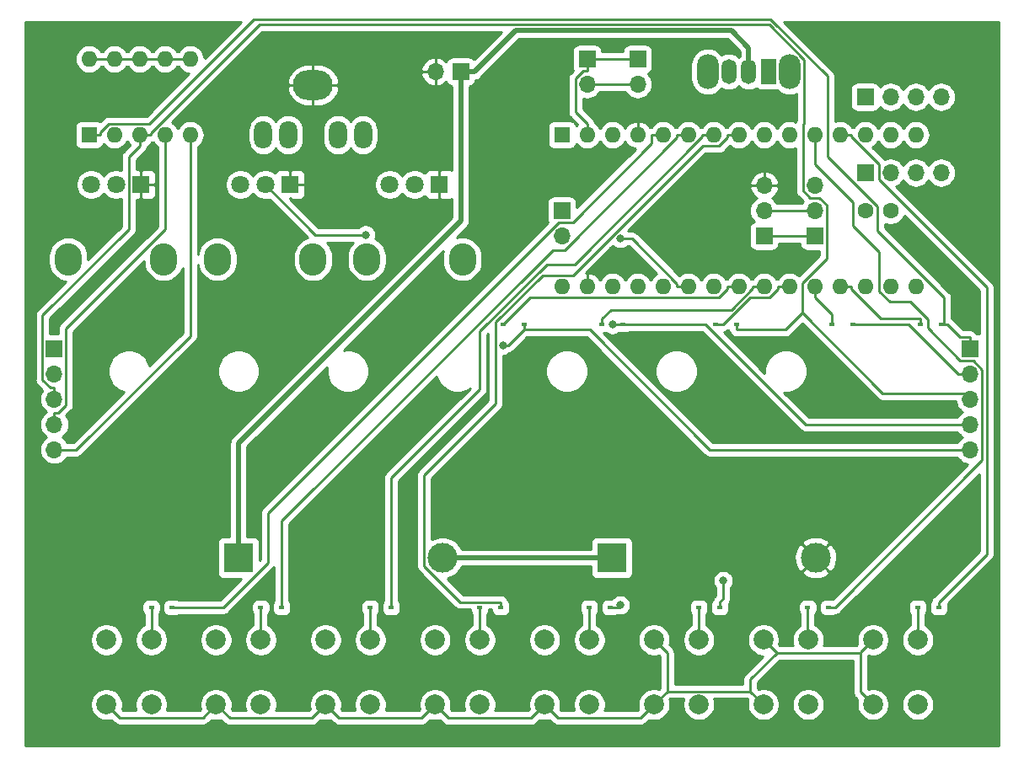
<source format=gtl>
G04 #@! TF.GenerationSoftware,KiCad,Pcbnew,(5.1.4-0)*
G04 #@! TF.CreationDate,2020-07-05T15:44:46+08:00*
G04 #@! TF.ProjectId,pocketSynth,706f636b-6574-4537-996e-74682e6b6963,rev?*
G04 #@! TF.SameCoordinates,PX510ff40PY9896800*
G04 #@! TF.FileFunction,Copper,L1,Top*
G04 #@! TF.FilePolarity,Positive*
%FSLAX46Y46*%
G04 Gerber Fmt 4.6, Leading zero omitted, Abs format (unit mm)*
G04 Created by KiCad (PCBNEW (5.1.4-0)) date 2020-07-05 15:44:46*
%MOMM*%
%LPD*%
G04 APERTURE LIST*
%ADD10R,1.600000X1.600000*%
%ADD11O,1.600000X1.600000*%
%ADD12C,3.000000*%
%ADD13R,3.000000X3.000000*%
%ADD14R,1.700000X1.700000*%
%ADD15O,1.700000X1.700000*%
%ADD16O,4.000000X3.000000*%
%ADD17O,1.800000X2.800000*%
%ADD18C,1.600000*%
%ADD19R,0.600000X0.450000*%
%ADD20O,2.720000X3.240000*%
%ADD21C,1.800000*%
%ADD22R,1.800000X1.800000*%
%ADD23R,1.500000X2.500000*%
%ADD24O,1.500000X2.500000*%
%ADD25O,2.200000X3.500000*%
%ADD26C,2.000000*%
%ADD27C,0.800000*%
%ADD28C,0.600000*%
%ADD29C,0.250000*%
%ADD30C,0.500000*%
%ADD31C,0.254000*%
G04 APERTURE END LIST*
D10*
X55000000Y62500000D03*
D11*
X88020000Y47260000D03*
X57540000Y62500000D03*
X85480000Y47260000D03*
X60080000Y62500000D03*
X82940000Y47260000D03*
X62620000Y62500000D03*
X80400000Y47260000D03*
X65160000Y62500000D03*
X77860000Y47260000D03*
X67700000Y62500000D03*
X75320000Y47260000D03*
X70240000Y62500000D03*
X72780000Y47260000D03*
X72780000Y62500000D03*
X70240000Y47260000D03*
X75320000Y62500000D03*
X67700000Y47260000D03*
X77860000Y62500000D03*
X65160000Y47260000D03*
X80400000Y62500000D03*
X62620000Y47260000D03*
X82940000Y62500000D03*
X60080000Y47260000D03*
X85480000Y62500000D03*
X57540000Y47260000D03*
X88020000Y62500000D03*
X55000000Y47260000D03*
X90560000Y62500000D03*
X90560000Y47260000D03*
D12*
X42990000Y20000000D03*
D13*
X22500000Y20000000D03*
X60000000Y20000000D03*
D12*
X80490000Y20000000D03*
D14*
X96000000Y41000000D03*
D15*
X96000000Y38460000D03*
X96000000Y35920000D03*
X96000000Y33380000D03*
X96000000Y30840000D03*
X4000000Y30840000D03*
X4000000Y33380000D03*
X4000000Y35920000D03*
X4000000Y38460000D03*
D14*
X4000000Y41000000D03*
D15*
X42300000Y68850000D03*
D14*
X44840000Y68850000D03*
X62620000Y70120000D03*
D15*
X62620000Y67580000D03*
X57540000Y67580000D03*
D14*
X57540000Y70120000D03*
X75320000Y52340000D03*
D15*
X75320000Y54880000D03*
X75320000Y57420000D03*
X80400000Y57420000D03*
X80400000Y54880000D03*
D14*
X80400000Y52340000D03*
X85480000Y58690000D03*
D15*
X88020000Y58690000D03*
X90560000Y58690000D03*
X93100000Y58690000D03*
X93100000Y66310000D03*
X90560000Y66310000D03*
X88020000Y66310000D03*
D14*
X85480000Y66310000D03*
X55000000Y54880000D03*
D15*
X55000000Y52340000D03*
D16*
X30000000Y67500000D03*
D17*
X35000000Y62500000D03*
X32500000Y62500000D03*
X27500000Y62500000D03*
X25000000Y62500000D03*
D18*
X88020000Y54880000D03*
X85520000Y54880000D03*
D19*
X15850000Y15000000D03*
X13750000Y15000000D03*
X24750000Y15000000D03*
X26850000Y15000000D03*
X37850000Y15000000D03*
X35750000Y15000000D03*
X46750000Y15000000D03*
X48850000Y15000000D03*
X59850000Y15000000D03*
X57750000Y15000000D03*
X68750000Y15000000D03*
X70850000Y15000000D03*
X81800000Y15000000D03*
X79700000Y15000000D03*
X90750000Y15000000D03*
X92850000Y15000000D03*
X91000000Y43450000D03*
X93100000Y43450000D03*
X82110000Y43450000D03*
X84210000Y43450000D03*
X72560000Y43450000D03*
X70460000Y43450000D03*
X59030000Y43450000D03*
X61130000Y43450000D03*
X51190000Y43450000D03*
X49090000Y43450000D03*
D10*
X7500000Y62500000D03*
D11*
X17660000Y70120000D03*
X10040000Y62500000D03*
X15120000Y70120000D03*
X12580000Y62500000D03*
X12580000Y70120000D03*
X15120000Y62500000D03*
X10040000Y70120000D03*
X17660000Y62500000D03*
X7500000Y70120000D03*
D20*
X45000000Y50000000D03*
X35400000Y50000000D03*
D21*
X37700000Y57500000D03*
X40200000Y57500000D03*
D22*
X42700000Y57500000D03*
X27700000Y57500000D03*
D21*
X25200000Y57500000D03*
X22700000Y57500000D03*
D20*
X20400000Y50000000D03*
X30000000Y50000000D03*
D22*
X12700000Y57500000D03*
D21*
X10200000Y57500000D03*
X7700000Y57500000D03*
D20*
X5400000Y50000000D03*
X15000000Y50000000D03*
D23*
X75760000Y68850000D03*
D24*
X73760000Y68850000D03*
X71760000Y68850000D03*
D25*
X77860000Y68850000D03*
X69660000Y68850000D03*
D26*
X9250000Y11750000D03*
X13750000Y11750000D03*
X9250000Y5250000D03*
X13750000Y5250000D03*
X24750000Y5250000D03*
X20250000Y5250000D03*
X24750000Y11750000D03*
X20250000Y11750000D03*
X31250000Y11750000D03*
X35750000Y11750000D03*
X31250000Y5250000D03*
X35750000Y5250000D03*
X46750000Y5250000D03*
X42250000Y5250000D03*
X46750000Y11750000D03*
X42250000Y11750000D03*
X53250000Y11750000D03*
X57750000Y11750000D03*
X53250000Y5250000D03*
X57750000Y5250000D03*
X68750000Y5250000D03*
X64250000Y5250000D03*
X68750000Y11750000D03*
X64250000Y11750000D03*
X75250000Y11750000D03*
X79750000Y11750000D03*
X75250000Y5250000D03*
X79750000Y5250000D03*
X90750000Y5250000D03*
X86250000Y5250000D03*
X90750000Y11750000D03*
X86250000Y11750000D03*
D27*
X47000000Y58000000D03*
D28*
X60000000Y51000000D03*
D27*
X74500000Y65500000D03*
X65500000Y54000000D03*
X88250000Y52750000D03*
X94250000Y48000000D03*
X75000000Y32000000D03*
X83000000Y37000000D03*
X12000000Y45000000D03*
X10000000Y67000000D03*
X92000000Y56000000D03*
X60856200Y15253300D03*
X60844400Y52070700D03*
X71197200Y17710600D03*
X35274200Y52457800D03*
X60080000Y43417600D03*
X49066600Y41352000D03*
D29*
X62620000Y67580000D02*
X57540000Y67580000D01*
X57540000Y70120000D02*
X57540000Y68944700D01*
X57540000Y68944700D02*
X57172700Y68944700D01*
X57172700Y68944700D02*
X56358400Y68130400D01*
X56358400Y68130400D02*
X56358400Y64806900D01*
X56358400Y64806900D02*
X57540000Y63625300D01*
X62620000Y70120000D02*
X57540000Y70120000D01*
X57540000Y62500000D02*
X57540000Y63625300D01*
X82940000Y47260000D02*
X84065300Y47260000D01*
X91000000Y43450000D02*
X91000000Y44000300D01*
X91000000Y44000300D02*
X87043700Y44000300D01*
X87043700Y44000300D02*
X84065300Y46978700D01*
X84065300Y46978700D02*
X84065300Y47260000D01*
X80400000Y47260000D02*
X80400000Y46134700D01*
X82110000Y43450000D02*
X82110000Y44424700D01*
X82110000Y44424700D02*
X80400000Y46134700D01*
X65160000Y62500000D02*
X64034700Y62500000D01*
X15850000Y15000000D02*
X20969000Y15000000D01*
X20969000Y15000000D02*
X25478400Y19509400D01*
X25478400Y19509400D02*
X25478400Y24489000D01*
X25478400Y24489000D02*
X54694000Y53704600D01*
X54694000Y53704600D02*
X56083300Y53704600D01*
X56083300Y53704600D02*
X64034700Y61656000D01*
X64034700Y61656000D02*
X64034700Y62500000D01*
X77860000Y47260000D02*
X76734700Y47260000D01*
X70460000Y43450000D02*
X71224600Y43450000D01*
X71224600Y43450000D02*
X73909300Y46134700D01*
X73909300Y46134700D02*
X75890800Y46134700D01*
X75890800Y46134700D02*
X76734700Y46978600D01*
X76734700Y46978600D02*
X76734700Y47260000D01*
X67700000Y62500000D02*
X66574700Y62500000D01*
X26850000Y15000000D02*
X26850000Y15550300D01*
X26850000Y15550300D02*
X26850000Y23685800D01*
X26850000Y23685800D02*
X54084300Y50920100D01*
X54084300Y50920100D02*
X55276100Y50920100D01*
X55276100Y50920100D02*
X66574700Y62218700D01*
X66574700Y62218700D02*
X66574700Y62500000D01*
X75320000Y47260000D02*
X74194700Y47260000D01*
X59030000Y43450000D02*
X59030000Y44000300D01*
X59030000Y44000300D02*
X59937900Y44908200D01*
X59937900Y44908200D02*
X72032900Y44908200D01*
X72032900Y44908200D02*
X74194700Y47070000D01*
X74194700Y47070000D02*
X74194700Y47260000D01*
X70240000Y62500000D02*
X69114700Y62500000D01*
X37850000Y15000000D02*
X37850000Y28030700D01*
X37850000Y28030700D02*
X46746300Y36927000D01*
X46746300Y36927000D02*
X46746300Y42740500D01*
X46746300Y42740500D02*
X53499300Y49493500D01*
X53499300Y49493500D02*
X56301000Y49493500D01*
X56301000Y49493500D02*
X69114700Y62307200D01*
X69114700Y62307200D02*
X69114700Y62500000D01*
X72780000Y47260000D02*
X71654700Y47260000D01*
X71654700Y47260000D02*
X71654700Y46978600D01*
X71654700Y46978600D02*
X70810800Y46134700D01*
X70810800Y46134700D02*
X51774700Y46134700D01*
X51774700Y46134700D02*
X49090000Y43450000D01*
X75320000Y52340000D02*
X79224700Y52340000D01*
X80400000Y52340000D02*
X79224700Y52340000D01*
X72780000Y62500000D02*
X71654700Y62500000D01*
X48850000Y15000000D02*
X48850000Y15550300D01*
X48850000Y15550300D02*
X44782500Y15550300D01*
X44782500Y15550300D02*
X41159000Y19173800D01*
X41159000Y19173800D02*
X41159000Y28310000D01*
X41159000Y28310000D02*
X48321800Y35472800D01*
X48321800Y35472800D02*
X48321800Y43670800D01*
X48321800Y43670800D02*
X53036400Y48385400D01*
X53036400Y48385400D02*
X56133400Y48385400D01*
X56133400Y48385400D02*
X69122700Y61374700D01*
X69122700Y61374700D02*
X70810800Y61374700D01*
X70810800Y61374700D02*
X71654700Y62218600D01*
X71654700Y62218600D02*
X71654700Y62500000D01*
X80400000Y54880000D02*
X75320000Y54880000D01*
X59850000Y15000000D02*
X60602900Y15000000D01*
X60602900Y15000000D02*
X60856200Y15253300D01*
X67700000Y47260000D02*
X66574700Y47260000D01*
X60844400Y52070700D02*
X62045300Y52070700D01*
X62045300Y52070700D02*
X66574700Y47541300D01*
X66574700Y47541300D02*
X66574700Y47260000D01*
X70850000Y15000000D02*
X70850000Y15550300D01*
X70850000Y15550300D02*
X71197200Y15897500D01*
X71197200Y15897500D02*
X71197200Y17710600D01*
X25200000Y57500000D02*
X30242200Y52457800D01*
X30242200Y52457800D02*
X35274200Y52457800D01*
X81800000Y15000000D02*
X82425300Y15000000D01*
X82425300Y15000000D02*
X97211700Y29786400D01*
X97211700Y29786400D02*
X97211700Y38911700D01*
X97211700Y38911700D02*
X96298800Y39824600D01*
X96298800Y39824600D02*
X95000200Y39824600D01*
X95000200Y39824600D02*
X91750900Y43073900D01*
X91750900Y43073900D02*
X91750900Y43934400D01*
X91750900Y43934400D02*
X89975900Y45709400D01*
X89975900Y45709400D02*
X87915100Y45709400D01*
X87915100Y45709400D02*
X86894600Y46729900D01*
X86894600Y46729900D02*
X86894600Y50713100D01*
X86894600Y50713100D02*
X84265400Y53342300D01*
X84265400Y53342300D02*
X84265400Y55694300D01*
X84265400Y55694300D02*
X80400000Y59559700D01*
X80400000Y59559700D02*
X80400000Y62500000D01*
X82940000Y62500000D02*
X84065300Y62500000D01*
X92850000Y15000000D02*
X92850000Y15550300D01*
X92850000Y15550300D02*
X97671600Y20371900D01*
X97671600Y20371900D02*
X97671600Y47138200D01*
X97671600Y47138200D02*
X86821900Y57987900D01*
X86821900Y57987900D02*
X86821900Y59566500D01*
X86821900Y59566500D02*
X84065300Y62323100D01*
X84065300Y62323100D02*
X84065300Y62500000D01*
D30*
X42990000Y20000000D02*
X60000000Y20000000D01*
X44840000Y68850000D02*
X44840000Y53840000D01*
X44840000Y53840000D02*
X22500000Y31500000D01*
X22500000Y31500000D02*
X22500000Y20000000D01*
X73760000Y68850000D02*
X73760000Y71240000D01*
X73760000Y71240000D02*
X72000000Y73000000D01*
X72000000Y73000000D02*
X50340000Y73000000D01*
X50340000Y73000000D02*
X46190000Y68850000D01*
X46190000Y68850000D02*
X44840000Y68850000D01*
D29*
X7500000Y62500000D02*
X8625300Y62500000D01*
X93412700Y43450000D02*
X93412700Y46138500D01*
X93412700Y46138500D02*
X86704100Y52847100D01*
X86704100Y52847100D02*
X86704100Y55293100D01*
X86704100Y55293100D02*
X81670000Y60327200D01*
X81670000Y60327200D02*
X81670000Y68389500D01*
X81670000Y68389500D02*
X75965700Y74093800D01*
X75965700Y74093800D02*
X24028500Y74093800D01*
X24028500Y74093800D02*
X13560000Y63625300D01*
X13560000Y63625300D02*
X9469200Y63625300D01*
X9469200Y63625300D02*
X8625300Y62781400D01*
X8625300Y62781400D02*
X8625300Y62500000D01*
X93412700Y43450000D02*
X93725300Y43450000D01*
X93100000Y43450000D02*
X93412700Y43450000D01*
X96000000Y41000000D02*
X96000000Y42175300D01*
X93725300Y43450000D02*
X95000000Y42175300D01*
X95000000Y42175300D02*
X96000000Y42175300D01*
X96000000Y38460000D02*
X94824700Y38460000D01*
X94824700Y38460000D02*
X89834700Y43450000D01*
X89834700Y43450000D02*
X84210000Y43450000D01*
X79130000Y44607100D02*
X79130000Y47596600D01*
X79130000Y47596600D02*
X81575400Y50042000D01*
X81575400Y50042000D02*
X81575400Y55445300D01*
X81575400Y55445300D02*
X80870700Y56150000D01*
X80870700Y56150000D02*
X79943700Y56150000D01*
X79943700Y56150000D02*
X79207700Y56886000D01*
X79207700Y56886000D02*
X79207700Y63547700D01*
X79207700Y63547700D02*
X79358200Y63698200D01*
X79358200Y63698200D02*
X79358200Y70064400D01*
X79358200Y70064400D02*
X75830300Y73592300D01*
X75830300Y73592300D02*
X24604800Y73592300D01*
X24604800Y73592300D02*
X13705300Y62692800D01*
X13705300Y62692800D02*
X13705300Y62500000D01*
X72560000Y42899700D02*
X77422600Y42899700D01*
X77422600Y42899700D02*
X79130000Y44607100D01*
X96000000Y36507700D02*
X87229400Y36507700D01*
X87229400Y36507700D02*
X79130000Y44607100D01*
X12580000Y62500000D02*
X13705300Y62500000D01*
X4000000Y35920000D02*
X4000000Y37095300D01*
X12580000Y62500000D02*
X12580000Y61374700D01*
X12580000Y61374700D02*
X11474600Y60269300D01*
X11474600Y60269300D02*
X11474600Y52991300D01*
X11474600Y52991300D02*
X2824700Y44341400D01*
X2824700Y44341400D02*
X2824700Y37903200D01*
X2824700Y37903200D02*
X3632600Y37095300D01*
X3632600Y37095300D02*
X4000000Y37095300D01*
X72560000Y43450000D02*
X72560000Y42899700D01*
X96000000Y35920000D02*
X96000000Y36507700D01*
X61130000Y43450000D02*
X60504700Y43450000D01*
X60080000Y43417600D02*
X60472300Y43417600D01*
X60472300Y43417600D02*
X60504700Y43450000D01*
X4000000Y33380000D02*
X4000000Y34555300D01*
X15120000Y62500000D02*
X15120000Y52974600D01*
X15120000Y52974600D02*
X5175300Y43029900D01*
X5175300Y43029900D02*
X5175300Y35363200D01*
X5175300Y35363200D02*
X4367400Y34555300D01*
X4367400Y34555300D02*
X4000000Y34555300D01*
X61130000Y43450000D02*
X61755300Y43450000D01*
X96000000Y33380000D02*
X79473000Y33380000D01*
X79473000Y33380000D02*
X69403000Y43450000D01*
X69403000Y43450000D02*
X61755300Y43450000D01*
X17660000Y62500000D02*
X17660000Y42289900D01*
X17660000Y42289900D02*
X6210100Y30840000D01*
X6210100Y30840000D02*
X4000000Y30840000D01*
X51190000Y42899700D02*
X57792100Y42899700D01*
X57792100Y42899700D02*
X69851800Y30840000D01*
X69851800Y30840000D02*
X96000000Y30840000D01*
X51190000Y43012300D02*
X51190000Y42899700D01*
X51190000Y43450000D02*
X51190000Y43012300D01*
X49066600Y41352000D02*
X49642300Y41352000D01*
X49642300Y41352000D02*
X51190000Y42899700D01*
X13750000Y11750000D02*
X13750000Y15000000D01*
X24750000Y11750000D02*
X24750000Y15000000D01*
X35750000Y11750000D02*
X35750000Y15000000D01*
X46750000Y11750000D02*
X46750000Y15000000D01*
X57750000Y11750000D02*
X57750000Y15000000D01*
X68750000Y11750000D02*
X68750000Y15000000D01*
X79750000Y11750000D02*
X79700000Y11800000D01*
X79700000Y11800000D02*
X79700000Y15000000D01*
X90750000Y11750000D02*
X90750000Y15000000D01*
X42250000Y5250000D02*
X40924600Y3924600D01*
X40924600Y3924600D02*
X32575400Y3924600D01*
X32575400Y3924600D02*
X31250000Y5250000D01*
X31250000Y5250000D02*
X29872300Y3872300D01*
X29872300Y3872300D02*
X21627700Y3872300D01*
X21627700Y3872300D02*
X20250000Y5250000D01*
X64250000Y5250000D02*
X62924600Y3924600D01*
X62924600Y3924600D02*
X54575400Y3924600D01*
X54575400Y3924600D02*
X53250000Y5250000D01*
X53250000Y5250000D02*
X51872300Y3872300D01*
X51872300Y3872300D02*
X43627700Y3872300D01*
X43627700Y3872300D02*
X42250000Y5250000D01*
X10040000Y70120000D02*
X12580000Y70120000D01*
X7500000Y70120000D02*
X10040000Y70120000D01*
X76575400Y10424600D02*
X75250000Y11750000D01*
X84980900Y10424600D02*
X76575400Y10424600D01*
X73924600Y6575400D02*
X73924600Y7773800D01*
X73924600Y7773800D02*
X76575400Y10424600D01*
X73924600Y6575400D02*
X75250000Y5250000D01*
X65575400Y6575400D02*
X73924600Y6575400D01*
X64250000Y5250000D02*
X65575400Y6575400D01*
X65575400Y6575400D02*
X65575400Y10424600D01*
X65575400Y10424600D02*
X64250000Y11750000D01*
X84980900Y10424600D02*
X84980900Y6519100D01*
X84980900Y6519100D02*
X86250000Y5250000D01*
X86250000Y11750000D02*
X84980900Y10480900D01*
X84980900Y10480900D02*
X84980900Y10424600D01*
X15120000Y70120000D02*
X17660000Y70120000D01*
X12580000Y70120000D02*
X15120000Y70120000D01*
X20250000Y5250000D02*
X18924600Y3924600D01*
X18924600Y3924600D02*
X10575400Y3924600D01*
X10575400Y3924600D02*
X9250000Y5250000D01*
D31*
G36*
X19091000Y70231102D02*
G01*
X19074236Y70401309D01*
X18992182Y70671808D01*
X18858932Y70921101D01*
X18679608Y71139608D01*
X18461101Y71318932D01*
X18211808Y71452182D01*
X17941309Y71534236D01*
X17730492Y71555000D01*
X17589508Y71555000D01*
X17378691Y71534236D01*
X17108192Y71452182D01*
X16858899Y71318932D01*
X16640392Y71139608D01*
X16461068Y70921101D01*
X16439099Y70880000D01*
X16340901Y70880000D01*
X16318932Y70921101D01*
X16139608Y71139608D01*
X15921101Y71318932D01*
X15671808Y71452182D01*
X15401309Y71534236D01*
X15190492Y71555000D01*
X15049508Y71555000D01*
X14838691Y71534236D01*
X14568192Y71452182D01*
X14318899Y71318932D01*
X14100392Y71139608D01*
X13921068Y70921101D01*
X13899099Y70880000D01*
X13800901Y70880000D01*
X13778932Y70921101D01*
X13599608Y71139608D01*
X13381101Y71318932D01*
X13131808Y71452182D01*
X12861309Y71534236D01*
X12650492Y71555000D01*
X12509508Y71555000D01*
X12298691Y71534236D01*
X12028192Y71452182D01*
X11778899Y71318932D01*
X11560392Y71139608D01*
X11381068Y70921101D01*
X11359099Y70880000D01*
X11260901Y70880000D01*
X11238932Y70921101D01*
X11059608Y71139608D01*
X10841101Y71318932D01*
X10591808Y71452182D01*
X10321309Y71534236D01*
X10110492Y71555000D01*
X9969508Y71555000D01*
X9758691Y71534236D01*
X9488192Y71452182D01*
X9238899Y71318932D01*
X9020392Y71139608D01*
X8841068Y70921101D01*
X8819099Y70880000D01*
X8720901Y70880000D01*
X8698932Y70921101D01*
X8519608Y71139608D01*
X8301101Y71318932D01*
X8051808Y71452182D01*
X7781309Y71534236D01*
X7570492Y71555000D01*
X7429508Y71555000D01*
X7218691Y71534236D01*
X6948192Y71452182D01*
X6698899Y71318932D01*
X6480392Y71139608D01*
X6301068Y70921101D01*
X6167818Y70671808D01*
X6085764Y70401309D01*
X6058057Y70120000D01*
X6085764Y69838691D01*
X6167818Y69568192D01*
X6301068Y69318899D01*
X6480392Y69100392D01*
X6698899Y68921068D01*
X6948192Y68787818D01*
X7218691Y68705764D01*
X7429508Y68685000D01*
X7570492Y68685000D01*
X7781309Y68705764D01*
X8051808Y68787818D01*
X8301101Y68921068D01*
X8519608Y69100392D01*
X8698932Y69318899D01*
X8720901Y69360000D01*
X8819099Y69360000D01*
X8841068Y69318899D01*
X9020392Y69100392D01*
X9238899Y68921068D01*
X9488192Y68787818D01*
X9758691Y68705764D01*
X9969508Y68685000D01*
X10110492Y68685000D01*
X10321309Y68705764D01*
X10591808Y68787818D01*
X10841101Y68921068D01*
X11059608Y69100392D01*
X11238932Y69318899D01*
X11260901Y69360000D01*
X11359099Y69360000D01*
X11381068Y69318899D01*
X11560392Y69100392D01*
X11778899Y68921068D01*
X12028192Y68787818D01*
X12298691Y68705764D01*
X12509508Y68685000D01*
X12650492Y68685000D01*
X12861309Y68705764D01*
X13131808Y68787818D01*
X13381101Y68921068D01*
X13599608Y69100392D01*
X13778932Y69318899D01*
X13800901Y69360000D01*
X13899099Y69360000D01*
X13921068Y69318899D01*
X14100392Y69100392D01*
X14318899Y68921068D01*
X14568192Y68787818D01*
X14838691Y68705764D01*
X15049508Y68685000D01*
X15190492Y68685000D01*
X15401309Y68705764D01*
X15671808Y68787818D01*
X15921101Y68921068D01*
X16139608Y69100392D01*
X16318932Y69318899D01*
X16340901Y69360000D01*
X16439099Y69360000D01*
X16461068Y69318899D01*
X16640392Y69100392D01*
X16858899Y68921068D01*
X17108192Y68787818D01*
X17378691Y68705764D01*
X17548898Y68689000D01*
X13245199Y64385300D01*
X9506523Y64385300D01*
X9469200Y64388976D01*
X9431877Y64385300D01*
X9431867Y64385300D01*
X9320214Y64374303D01*
X9176953Y64330846D01*
X9044924Y64260274D01*
X8929199Y64165301D01*
X8905401Y64136303D01*
X8618744Y63849646D01*
X8544180Y63889502D01*
X8424482Y63925812D01*
X8300000Y63938072D01*
X6700000Y63938072D01*
X6575518Y63925812D01*
X6455820Y63889502D01*
X6345506Y63830537D01*
X6248815Y63751185D01*
X6169463Y63654494D01*
X6110498Y63544180D01*
X6074188Y63424482D01*
X6061928Y63300000D01*
X6061928Y61700000D01*
X6074188Y61575518D01*
X6110498Y61455820D01*
X6169463Y61345506D01*
X6248815Y61248815D01*
X6345506Y61169463D01*
X6455820Y61110498D01*
X6575518Y61074188D01*
X6700000Y61061928D01*
X8300000Y61061928D01*
X8424482Y61074188D01*
X8544180Y61110498D01*
X8654494Y61169463D01*
X8751185Y61248815D01*
X8830537Y61345506D01*
X8889502Y61455820D01*
X8925812Y61575518D01*
X8927581Y61593482D01*
X9020392Y61480392D01*
X9238899Y61301068D01*
X9488192Y61167818D01*
X9758691Y61085764D01*
X9969508Y61065000D01*
X10110492Y61065000D01*
X10321309Y61085764D01*
X10591808Y61167818D01*
X10841101Y61301068D01*
X11059608Y61480392D01*
X11238932Y61698899D01*
X11310000Y61831858D01*
X11381068Y61698899D01*
X11560392Y61480392D01*
X11588128Y61457630D01*
X10963602Y60833104D01*
X10934599Y60809301D01*
X10887144Y60751476D01*
X10839626Y60693576D01*
X10797466Y60614700D01*
X10769054Y60561546D01*
X10725597Y60418285D01*
X10714600Y60306632D01*
X10714600Y60306622D01*
X10710924Y60269300D01*
X10714600Y60231977D01*
X10714600Y58948318D01*
X10647743Y58976011D01*
X10351184Y59035000D01*
X10048816Y59035000D01*
X9752257Y58976011D01*
X9472905Y58860299D01*
X9221495Y58692312D01*
X9007688Y58478505D01*
X8950000Y58392169D01*
X8892312Y58478505D01*
X8678505Y58692312D01*
X8427095Y58860299D01*
X8147743Y58976011D01*
X7851184Y59035000D01*
X7548816Y59035000D01*
X7252257Y58976011D01*
X6972905Y58860299D01*
X6721495Y58692312D01*
X6507688Y58478505D01*
X6339701Y58227095D01*
X6223989Y57947743D01*
X6165000Y57651184D01*
X6165000Y57348816D01*
X6223989Y57052257D01*
X6339701Y56772905D01*
X6507688Y56521495D01*
X6721495Y56307688D01*
X6972905Y56139701D01*
X7252257Y56023989D01*
X7548816Y55965000D01*
X7851184Y55965000D01*
X8147743Y56023989D01*
X8427095Y56139701D01*
X8678505Y56307688D01*
X8892312Y56521495D01*
X8950000Y56607831D01*
X9007688Y56521495D01*
X9221495Y56307688D01*
X9472905Y56139701D01*
X9752257Y56023989D01*
X10048816Y55965000D01*
X10351184Y55965000D01*
X10647743Y56023989D01*
X10714601Y56051682D01*
X10714601Y53306103D01*
X7395000Y49986502D01*
X7395000Y50357998D01*
X7366133Y50651088D01*
X7252057Y51027147D01*
X7066807Y51373725D01*
X6817503Y51677503D01*
X6513725Y51926807D01*
X6167146Y52112057D01*
X5791087Y52226133D01*
X5400000Y52264652D01*
X5008912Y52226133D01*
X4632853Y52112057D01*
X4286275Y51926807D01*
X3982497Y51677503D01*
X3733193Y51373725D01*
X3547943Y51027146D01*
X3433867Y50651087D01*
X3405000Y50357997D01*
X3405000Y49642002D01*
X3433867Y49348912D01*
X3547943Y48972853D01*
X3733193Y48626275D01*
X3982498Y48322497D01*
X4286276Y48073193D01*
X4632854Y47887943D01*
X5008913Y47773867D01*
X5166814Y47758315D01*
X2313703Y44905204D01*
X2284699Y44881401D01*
X2258090Y44848977D01*
X2189726Y44765676D01*
X2145750Y44683403D01*
X2119154Y44633646D01*
X2075697Y44490385D01*
X2064700Y44378732D01*
X2064700Y44378722D01*
X2061024Y44341400D01*
X2064700Y44304077D01*
X2064701Y37940532D01*
X2061024Y37903200D01*
X2075698Y37754215D01*
X2119154Y37610954D01*
X2189726Y37478924D01*
X2250395Y37405000D01*
X2284700Y37363199D01*
X2313698Y37339401D01*
X2824559Y36828539D01*
X2759294Y36749014D01*
X2621401Y36491034D01*
X2536487Y36211111D01*
X2507815Y35920000D01*
X2536487Y35628889D01*
X2621401Y35348966D01*
X2759294Y35090986D01*
X2944866Y34864866D01*
X3170986Y34679294D01*
X3225791Y34650000D01*
X3170986Y34620706D01*
X2944866Y34435134D01*
X2759294Y34209014D01*
X2621401Y33951034D01*
X2536487Y33671111D01*
X2507815Y33380000D01*
X2536487Y33088889D01*
X2621401Y32808966D01*
X2759294Y32550986D01*
X2944866Y32324866D01*
X3170986Y32139294D01*
X3225791Y32110000D01*
X3170986Y32080706D01*
X2944866Y31895134D01*
X2759294Y31669014D01*
X2621401Y31411034D01*
X2536487Y31131111D01*
X2507815Y30840000D01*
X2536487Y30548889D01*
X2621401Y30268966D01*
X2759294Y30010986D01*
X2944866Y29784866D01*
X3170986Y29599294D01*
X3428966Y29461401D01*
X3708889Y29376487D01*
X3927050Y29355000D01*
X4072950Y29355000D01*
X4291111Y29376487D01*
X4571034Y29461401D01*
X4829014Y29599294D01*
X5055134Y29784866D01*
X5240706Y30010986D01*
X5277595Y30080000D01*
X6172778Y30080000D01*
X6210100Y30076324D01*
X6247422Y30080000D01*
X6247433Y30080000D01*
X6359086Y30090997D01*
X6502347Y30134454D01*
X6634376Y30205026D01*
X6750101Y30299999D01*
X6773904Y30329003D01*
X15405180Y38960279D01*
X20365000Y38960279D01*
X20365000Y38539721D01*
X20447047Y38127244D01*
X20607988Y37738698D01*
X20841637Y37389017D01*
X21139017Y37091637D01*
X21488698Y36857988D01*
X21877244Y36697047D01*
X22289721Y36615000D01*
X22710279Y36615000D01*
X23122756Y36697047D01*
X23511302Y36857988D01*
X23860983Y37091637D01*
X24158363Y37389017D01*
X24392012Y37738698D01*
X24552953Y38127244D01*
X24635000Y38539721D01*
X24635000Y38960279D01*
X24552953Y39372756D01*
X24392012Y39761302D01*
X24158363Y40110983D01*
X23860983Y40408363D01*
X23511302Y40642012D01*
X23122756Y40802953D01*
X22710279Y40885000D01*
X22289721Y40885000D01*
X21877244Y40802953D01*
X21488698Y40642012D01*
X21139017Y40408363D01*
X20841637Y40110983D01*
X20607988Y39761302D01*
X20447047Y39372756D01*
X20365000Y38960279D01*
X15405180Y38960279D01*
X18171003Y41726101D01*
X18200001Y41749899D01*
X18294974Y41865624D01*
X18365546Y41997653D01*
X18409003Y42140914D01*
X18420000Y42252567D01*
X18420000Y42252577D01*
X18423676Y42289900D01*
X18420000Y42327223D01*
X18420000Y49489705D01*
X18433867Y49348912D01*
X18547943Y48972853D01*
X18733193Y48626275D01*
X18982498Y48322497D01*
X19286276Y48073193D01*
X19632854Y47887943D01*
X20008913Y47773867D01*
X20400000Y47735348D01*
X20791088Y47773867D01*
X21167147Y47887943D01*
X21513725Y48073193D01*
X21817503Y48322497D01*
X22066807Y48626275D01*
X22252057Y48972853D01*
X22366133Y49348913D01*
X22395000Y49642003D01*
X22395000Y50357998D01*
X22366133Y50651088D01*
X22252057Y51027147D01*
X22066807Y51373725D01*
X21817503Y51677503D01*
X21513725Y51926807D01*
X21167146Y52112057D01*
X20791087Y52226133D01*
X20400000Y52264652D01*
X20008912Y52226133D01*
X19632853Y52112057D01*
X19286275Y51926807D01*
X18982497Y51677503D01*
X18733193Y51373725D01*
X18547943Y51027146D01*
X18433867Y50651087D01*
X18420000Y50510294D01*
X18420000Y57651184D01*
X21165000Y57651184D01*
X21165000Y57348816D01*
X21223989Y57052257D01*
X21339701Y56772905D01*
X21507688Y56521495D01*
X21721495Y56307688D01*
X21972905Y56139701D01*
X22252257Y56023989D01*
X22548816Y55965000D01*
X22851184Y55965000D01*
X23147743Y56023989D01*
X23427095Y56139701D01*
X23678505Y56307688D01*
X23892312Y56521495D01*
X23950000Y56607831D01*
X24007688Y56521495D01*
X24221495Y56307688D01*
X24472905Y56139701D01*
X24752257Y56023989D01*
X25048816Y55965000D01*
X25351184Y55965000D01*
X25608930Y56016269D01*
X29447906Y52177292D01*
X29232853Y52112057D01*
X28886275Y51926807D01*
X28582497Y51677503D01*
X28333193Y51373725D01*
X28147943Y51027146D01*
X28033867Y50651087D01*
X28005000Y50357997D01*
X28005000Y49642002D01*
X28033867Y49348912D01*
X28147943Y48972853D01*
X28333193Y48626275D01*
X28582498Y48322497D01*
X28886276Y48073193D01*
X29232854Y47887943D01*
X29608913Y47773867D01*
X30000000Y47735348D01*
X30391088Y47773867D01*
X30767147Y47887943D01*
X31113725Y48073193D01*
X31417503Y48322497D01*
X31666807Y48626275D01*
X31852057Y48972853D01*
X31966133Y49348913D01*
X31995000Y49642003D01*
X31995000Y50357998D01*
X31966133Y50651088D01*
X31852057Y51027147D01*
X31666807Y51373725D01*
X31417503Y51677503D01*
X31392771Y51697800D01*
X34007229Y51697800D01*
X33982497Y51677503D01*
X33733193Y51373725D01*
X33547943Y51027146D01*
X33433867Y50651087D01*
X33405000Y50357997D01*
X33405000Y49642002D01*
X33433867Y49348912D01*
X33547943Y48972853D01*
X33733193Y48626275D01*
X33982498Y48322497D01*
X34286276Y48073193D01*
X34632854Y47887943D01*
X35008913Y47773867D01*
X35400000Y47735348D01*
X35791088Y47773867D01*
X36167147Y47887943D01*
X36513725Y48073193D01*
X36817503Y48322497D01*
X37066807Y48626275D01*
X37252057Y48972853D01*
X37366133Y49348913D01*
X37395000Y49642003D01*
X37395000Y50357998D01*
X37366133Y50651088D01*
X37252057Y51027147D01*
X37066807Y51373725D01*
X36817503Y51677503D01*
X36513725Y51926807D01*
X36236017Y52075245D01*
X36269426Y52155902D01*
X36309200Y52355861D01*
X36309200Y52559739D01*
X36269426Y52759698D01*
X36191405Y52948056D01*
X36078137Y53117574D01*
X35933974Y53261737D01*
X35764456Y53375005D01*
X35576098Y53453026D01*
X35376139Y53492800D01*
X35172261Y53492800D01*
X34972302Y53453026D01*
X34783944Y53375005D01*
X34614426Y53261737D01*
X34570489Y53217800D01*
X30557002Y53217800D01*
X27703002Y56071800D01*
X27703002Y56123748D01*
X27861750Y55965000D01*
X28600000Y55961928D01*
X28724482Y55974188D01*
X28844180Y56010498D01*
X28954494Y56069463D01*
X29051185Y56148815D01*
X29130537Y56245506D01*
X29189502Y56355820D01*
X29225812Y56475518D01*
X29238072Y56600000D01*
X29235000Y57338250D01*
X29076250Y57497000D01*
X27703000Y57497000D01*
X27703000Y57477000D01*
X27697000Y57477000D01*
X27697000Y57497000D01*
X27677000Y57497000D01*
X27677000Y57503000D01*
X27697000Y57503000D01*
X27697000Y58876250D01*
X27703000Y58876250D01*
X27703000Y57503000D01*
X29076250Y57503000D01*
X29224434Y57651184D01*
X36165000Y57651184D01*
X36165000Y57348816D01*
X36223989Y57052257D01*
X36339701Y56772905D01*
X36507688Y56521495D01*
X36721495Y56307688D01*
X36972905Y56139701D01*
X37252257Y56023989D01*
X37548816Y55965000D01*
X37851184Y55965000D01*
X38147743Y56023989D01*
X38427095Y56139701D01*
X38678505Y56307688D01*
X38892312Y56521495D01*
X38950000Y56607831D01*
X39007688Y56521495D01*
X39221495Y56307688D01*
X39472905Y56139701D01*
X39752257Y56023989D01*
X40048816Y55965000D01*
X40351184Y55965000D01*
X40647743Y56023989D01*
X40927095Y56139701D01*
X41178505Y56307688D01*
X41216120Y56345303D01*
X41269463Y56245506D01*
X41348815Y56148815D01*
X41445506Y56069463D01*
X41555820Y56010498D01*
X41675518Y55974188D01*
X41800000Y55961928D01*
X42538250Y55965000D01*
X42697000Y56123750D01*
X42697000Y57497000D01*
X42677000Y57497000D01*
X42677000Y57503000D01*
X42697000Y57503000D01*
X42697000Y58876250D01*
X42538250Y59035000D01*
X41800000Y59038072D01*
X41675518Y59025812D01*
X41555820Y58989502D01*
X41445506Y58930537D01*
X41348815Y58851185D01*
X41269463Y58754494D01*
X41216120Y58654697D01*
X41178505Y58692312D01*
X40927095Y58860299D01*
X40647743Y58976011D01*
X40351184Y59035000D01*
X40048816Y59035000D01*
X39752257Y58976011D01*
X39472905Y58860299D01*
X39221495Y58692312D01*
X39007688Y58478505D01*
X38950000Y58392169D01*
X38892312Y58478505D01*
X38678505Y58692312D01*
X38427095Y58860299D01*
X38147743Y58976011D01*
X37851184Y59035000D01*
X37548816Y59035000D01*
X37252257Y58976011D01*
X36972905Y58860299D01*
X36721495Y58692312D01*
X36507688Y58478505D01*
X36339701Y58227095D01*
X36223989Y57947743D01*
X36165000Y57651184D01*
X29224434Y57651184D01*
X29235000Y57661750D01*
X29238072Y58400000D01*
X29225812Y58524482D01*
X29189502Y58644180D01*
X29130537Y58754494D01*
X29051185Y58851185D01*
X28954494Y58930537D01*
X28844180Y58989502D01*
X28724482Y59025812D01*
X28600000Y59038072D01*
X27861750Y59035000D01*
X27703000Y58876250D01*
X27697000Y58876250D01*
X27538250Y59035000D01*
X26800000Y59038072D01*
X26675518Y59025812D01*
X26555820Y58989502D01*
X26445506Y58930537D01*
X26348815Y58851185D01*
X26269463Y58754494D01*
X26216120Y58654697D01*
X26178505Y58692312D01*
X25927095Y58860299D01*
X25647743Y58976011D01*
X25351184Y59035000D01*
X25048816Y59035000D01*
X24752257Y58976011D01*
X24472905Y58860299D01*
X24221495Y58692312D01*
X24007688Y58478505D01*
X23950000Y58392169D01*
X23892312Y58478505D01*
X23678505Y58692312D01*
X23427095Y58860299D01*
X23147743Y58976011D01*
X22851184Y59035000D01*
X22548816Y59035000D01*
X22252257Y58976011D01*
X21972905Y58860299D01*
X21721495Y58692312D01*
X21507688Y58478505D01*
X21339701Y58227095D01*
X21223989Y57947743D01*
X21165000Y57651184D01*
X18420000Y57651184D01*
X18420000Y61279099D01*
X18461101Y61301068D01*
X18679608Y61480392D01*
X18858932Y61698899D01*
X18992182Y61948192D01*
X19074236Y62218691D01*
X19101943Y62500000D01*
X19074236Y62781309D01*
X18992182Y63051808D01*
X18979568Y63075408D01*
X23465000Y63075408D01*
X23465000Y61924593D01*
X23487210Y61699088D01*
X23574983Y61409740D01*
X23717519Y61143074D01*
X23909339Y60909339D01*
X24143073Y60717519D01*
X24409739Y60574983D01*
X24699087Y60487210D01*
X25000000Y60457573D01*
X25300912Y60487210D01*
X25590260Y60574983D01*
X25856926Y60717519D01*
X26090661Y60909339D01*
X26250000Y61103495D01*
X26409339Y60909339D01*
X26643073Y60717519D01*
X26909739Y60574983D01*
X27199087Y60487210D01*
X27500000Y60457573D01*
X27800912Y60487210D01*
X28090260Y60574983D01*
X28356926Y60717519D01*
X28590661Y60909339D01*
X28782481Y61143073D01*
X28925017Y61409739D01*
X29012790Y61699087D01*
X29035000Y61924592D01*
X29035000Y63075408D01*
X30965000Y63075408D01*
X30965000Y61924593D01*
X30987210Y61699088D01*
X31074983Y61409740D01*
X31217519Y61143074D01*
X31409339Y60909339D01*
X31643073Y60717519D01*
X31909739Y60574983D01*
X32199087Y60487210D01*
X32500000Y60457573D01*
X32800912Y60487210D01*
X33090260Y60574983D01*
X33356926Y60717519D01*
X33590661Y60909339D01*
X33750000Y61103495D01*
X33909339Y60909339D01*
X34143073Y60717519D01*
X34409739Y60574983D01*
X34699087Y60487210D01*
X35000000Y60457573D01*
X35300912Y60487210D01*
X35590260Y60574983D01*
X35856926Y60717519D01*
X36090661Y60909339D01*
X36282481Y61143073D01*
X36425017Y61409739D01*
X36512790Y61699087D01*
X36535000Y61924592D01*
X36535000Y63075408D01*
X36512790Y63300913D01*
X36425017Y63590261D01*
X36282481Y63856927D01*
X36090661Y64090661D01*
X35856927Y64282481D01*
X35590261Y64425017D01*
X35300913Y64512790D01*
X35000000Y64542427D01*
X34699088Y64512790D01*
X34409740Y64425017D01*
X34143074Y64282481D01*
X33909340Y64090661D01*
X33750000Y63896505D01*
X33590661Y64090661D01*
X33356927Y64282481D01*
X33090261Y64425017D01*
X32800913Y64512790D01*
X32500000Y64542427D01*
X32199088Y64512790D01*
X31909740Y64425017D01*
X31643074Y64282481D01*
X31409340Y64090661D01*
X31217519Y63856927D01*
X31074983Y63590261D01*
X30987210Y63300913D01*
X30965000Y63075408D01*
X29035000Y63075408D01*
X29012790Y63300913D01*
X28925017Y63590261D01*
X28782481Y63856927D01*
X28590661Y64090661D01*
X28356927Y64282481D01*
X28090261Y64425017D01*
X27800913Y64512790D01*
X27500000Y64542427D01*
X27199088Y64512790D01*
X26909740Y64425017D01*
X26643074Y64282481D01*
X26409340Y64090661D01*
X26250000Y63896505D01*
X26090661Y64090661D01*
X25856927Y64282481D01*
X25590261Y64425017D01*
X25300913Y64512790D01*
X25000000Y64542427D01*
X24699088Y64512790D01*
X24409740Y64425017D01*
X24143074Y64282481D01*
X23909340Y64090661D01*
X23717519Y63856927D01*
X23574983Y63590261D01*
X23487210Y63300913D01*
X23465000Y63075408D01*
X18979568Y63075408D01*
X18858932Y63301101D01*
X18679608Y63519608D01*
X18461101Y63698932D01*
X18211808Y63832182D01*
X17941309Y63914236D01*
X17730492Y63935000D01*
X17589508Y63935000D01*
X17378691Y63914236D01*
X17108192Y63832182D01*
X16858899Y63698932D01*
X16640392Y63519608D01*
X16461068Y63301101D01*
X16390000Y63168142D01*
X16318932Y63301101D01*
X16139608Y63519608D01*
X15921101Y63698932D01*
X15833211Y63745910D01*
X19250351Y67163050D01*
X27391757Y67163050D01*
X27405439Y67086425D01*
X27526370Y66685743D01*
X27723146Y66316353D01*
X27988206Y65992449D01*
X28311363Y65726480D01*
X28680199Y65528666D01*
X29080540Y65406609D01*
X29497000Y65365000D01*
X29997000Y65365000D01*
X29997000Y67497000D01*
X30003000Y67497000D01*
X30003000Y65365000D01*
X30503000Y65365000D01*
X30919460Y65406609D01*
X31319801Y65528666D01*
X31688637Y65726480D01*
X32011794Y65992449D01*
X32276854Y66316353D01*
X32473630Y66685743D01*
X32594561Y67086425D01*
X32608243Y67163050D01*
X32476248Y67497000D01*
X30003000Y67497000D01*
X29997000Y67497000D01*
X27523752Y67497000D01*
X27391757Y67163050D01*
X19250351Y67163050D01*
X19924251Y67836950D01*
X27391757Y67836950D01*
X27523752Y67503000D01*
X29997000Y67503000D01*
X29997000Y69635000D01*
X30003000Y69635000D01*
X30003000Y67503000D01*
X32476248Y67503000D01*
X32608243Y67836950D01*
X32594561Y67913575D01*
X32473630Y68314257D01*
X32313566Y68614732D01*
X40833755Y68614732D01*
X40907827Y68333202D01*
X41035400Y68071533D01*
X41211570Y67839780D01*
X41429568Y67646849D01*
X41681016Y67500154D01*
X41956251Y67405333D01*
X42064732Y67383755D01*
X42297000Y67523753D01*
X42297000Y68847000D01*
X40973753Y68847000D01*
X40833755Y68614732D01*
X32313566Y68614732D01*
X32276854Y68683647D01*
X32011794Y69007551D01*
X31917367Y69085268D01*
X40833755Y69085268D01*
X40973753Y68853000D01*
X42297000Y68853000D01*
X42297000Y70176247D01*
X42064732Y70316245D01*
X41956251Y70294667D01*
X41681016Y70199846D01*
X41429568Y70053151D01*
X41211570Y69860220D01*
X41035400Y69628467D01*
X40907827Y69366798D01*
X40833755Y69085268D01*
X31917367Y69085268D01*
X31688637Y69273520D01*
X31319801Y69471334D01*
X30919460Y69593391D01*
X30503000Y69635000D01*
X30003000Y69635000D01*
X29997000Y69635000D01*
X29497000Y69635000D01*
X29080540Y69593391D01*
X28680199Y69471334D01*
X28311363Y69273520D01*
X27988206Y69007551D01*
X27723146Y68683647D01*
X27526370Y68314257D01*
X27405439Y67913575D01*
X27391757Y67836950D01*
X19924251Y67836950D01*
X24919602Y72832300D01*
X48920721Y72832300D01*
X46185549Y70097127D01*
X46141185Y70151185D01*
X46044494Y70230537D01*
X45934180Y70289502D01*
X45814482Y70325812D01*
X45690000Y70338072D01*
X43990000Y70338072D01*
X43865518Y70325812D01*
X43745820Y70289502D01*
X43635506Y70230537D01*
X43538815Y70151185D01*
X43459463Y70054494D01*
X43400498Y69944180D01*
X43377865Y69869570D01*
X43170432Y70053151D01*
X42918984Y70199846D01*
X42643749Y70294667D01*
X42535268Y70316245D01*
X42303000Y70176247D01*
X42303000Y68853000D01*
X42323000Y68853000D01*
X42323000Y68847000D01*
X42303000Y68847000D01*
X42303000Y67523753D01*
X42535268Y67383755D01*
X42643749Y67405333D01*
X42918984Y67500154D01*
X43170432Y67646849D01*
X43377865Y67830430D01*
X43400498Y67755820D01*
X43459463Y67645506D01*
X43538815Y67548815D01*
X43635506Y67469463D01*
X43745820Y67410498D01*
X43865518Y67374188D01*
X43955000Y67365375D01*
X43955001Y58930121D01*
X43954494Y58930537D01*
X43844180Y58989502D01*
X43724482Y59025812D01*
X43600000Y59038072D01*
X42861750Y59035000D01*
X42703000Y58876250D01*
X42703000Y57503000D01*
X42723000Y57503000D01*
X42723000Y57497000D01*
X42703000Y57497000D01*
X42703000Y56123750D01*
X42861750Y55965000D01*
X43600000Y55961928D01*
X43724482Y55974188D01*
X43844180Y56010498D01*
X43954494Y56069463D01*
X43955001Y56069879D01*
X43955001Y54206580D01*
X21904956Y32156534D01*
X21871183Y32128817D01*
X21760589Y31994058D01*
X21678411Y31840312D01*
X21627805Y31673489D01*
X21615000Y31543476D01*
X21615000Y31543469D01*
X21610719Y31500000D01*
X21615000Y31456531D01*
X21615001Y22138072D01*
X21000000Y22138072D01*
X20875518Y22125812D01*
X20755820Y22089502D01*
X20645506Y22030537D01*
X20548815Y21951185D01*
X20469463Y21854494D01*
X20410498Y21744180D01*
X20374188Y21624482D01*
X20361928Y21500000D01*
X20361928Y18500000D01*
X20374188Y18375518D01*
X20410498Y18255820D01*
X20469463Y18145506D01*
X20548815Y18048815D01*
X20645506Y17969463D01*
X20755820Y17910498D01*
X20875518Y17874188D01*
X21000000Y17861928D01*
X22756126Y17861928D01*
X20654199Y15760000D01*
X16496144Y15760000D01*
X16394180Y15814502D01*
X16274482Y15850812D01*
X16150000Y15863072D01*
X15550000Y15863072D01*
X15425518Y15850812D01*
X15305820Y15814502D01*
X15195506Y15755537D01*
X15098815Y15676185D01*
X15019463Y15579494D01*
X14960498Y15469180D01*
X14924188Y15349482D01*
X14911928Y15225000D01*
X14911928Y14775000D01*
X14924188Y14650518D01*
X14960498Y14530820D01*
X15019463Y14420506D01*
X15098815Y14323815D01*
X15195506Y14244463D01*
X15305820Y14185498D01*
X15425518Y14149188D01*
X15550000Y14136928D01*
X16150000Y14136928D01*
X16274482Y14149188D01*
X16394180Y14185498D01*
X16496144Y14240000D01*
X20931678Y14240000D01*
X20969000Y14236324D01*
X21006322Y14240000D01*
X21006333Y14240000D01*
X21117986Y14250997D01*
X21261247Y14294454D01*
X21393276Y14365026D01*
X21509001Y14459999D01*
X21532804Y14489003D01*
X25989404Y18945602D01*
X26018401Y18969399D01*
X26090000Y19056643D01*
X26090000Y15665444D01*
X26019463Y15579494D01*
X25960498Y15469180D01*
X25924188Y15349482D01*
X25911928Y15225000D01*
X25911928Y14775000D01*
X25924188Y14650518D01*
X25960498Y14530820D01*
X26019463Y14420506D01*
X26098815Y14323815D01*
X26195506Y14244463D01*
X26305820Y14185498D01*
X26425518Y14149188D01*
X26550000Y14136928D01*
X27150000Y14136928D01*
X27274482Y14149188D01*
X27394180Y14185498D01*
X27504494Y14244463D01*
X27601185Y14323815D01*
X27680537Y14420506D01*
X27739502Y14530820D01*
X27775812Y14650518D01*
X27788072Y14775000D01*
X27788072Y15225000D01*
X27775812Y15349482D01*
X27739502Y15469180D01*
X27680537Y15579494D01*
X27610000Y15665444D01*
X27610000Y23370999D01*
X42433641Y38194639D01*
X42447047Y38127244D01*
X42607988Y37738698D01*
X42841637Y37389017D01*
X43139017Y37091637D01*
X43488698Y36857988D01*
X43877244Y36697047D01*
X44289721Y36615000D01*
X44710279Y36615000D01*
X45122756Y36697047D01*
X45511302Y36857988D01*
X45786100Y37041602D01*
X37338998Y28594499D01*
X37310000Y28570701D01*
X37286202Y28541703D01*
X37286201Y28541702D01*
X37215026Y28454976D01*
X37144454Y28322946D01*
X37100998Y28179685D01*
X37086324Y28030700D01*
X37090001Y27993368D01*
X37090000Y15665444D01*
X37019463Y15579494D01*
X36960498Y15469180D01*
X36924188Y15349482D01*
X36911928Y15225000D01*
X36911928Y14775000D01*
X36924188Y14650518D01*
X36960498Y14530820D01*
X37019463Y14420506D01*
X37098815Y14323815D01*
X37195506Y14244463D01*
X37305820Y14185498D01*
X37425518Y14149188D01*
X37550000Y14136928D01*
X38150000Y14136928D01*
X38274482Y14149188D01*
X38394180Y14185498D01*
X38504494Y14244463D01*
X38601185Y14323815D01*
X38680537Y14420506D01*
X38739502Y14530820D01*
X38775812Y14650518D01*
X38788072Y14775000D01*
X38788072Y15225000D01*
X38775812Y15349482D01*
X38739502Y15469180D01*
X38680537Y15579494D01*
X38610000Y15665444D01*
X38610000Y27715899D01*
X47257304Y36363202D01*
X47286301Y36386999D01*
X47346479Y36460326D01*
X47381274Y36502723D01*
X47451846Y36634753D01*
X47486506Y36749014D01*
X47495303Y36778014D01*
X47506300Y36889667D01*
X47506300Y36889676D01*
X47509976Y36926999D01*
X47506300Y36964322D01*
X47506300Y42425699D01*
X47561801Y42481200D01*
X47561800Y35787602D01*
X40647998Y28873799D01*
X40619000Y28850001D01*
X40595202Y28821003D01*
X40595201Y28821002D01*
X40524026Y28734276D01*
X40453454Y28602246D01*
X40409998Y28458985D01*
X40395324Y28310000D01*
X40399001Y28272668D01*
X40399000Y19211122D01*
X40395324Y19173800D01*
X40399000Y19136478D01*
X40399000Y19136468D01*
X40409997Y19024815D01*
X40453454Y18881554D01*
X40524026Y18749524D01*
X40563871Y18700974D01*
X40618999Y18633799D01*
X40648003Y18609996D01*
X44218701Y15039297D01*
X44242499Y15010299D01*
X44358224Y14915326D01*
X44490253Y14844754D01*
X44633514Y14801297D01*
X44745167Y14790300D01*
X44745177Y14790300D01*
X44782500Y14786624D01*
X44819823Y14790300D01*
X45811928Y14790300D01*
X45811928Y14775000D01*
X45824188Y14650518D01*
X45860498Y14530820D01*
X45919463Y14420506D01*
X45990001Y14334555D01*
X45990000Y13204909D01*
X45975537Y13198918D01*
X45707748Y13019987D01*
X45480013Y12792252D01*
X45301082Y12524463D01*
X45177832Y12226912D01*
X45115000Y11911033D01*
X45115000Y11588967D01*
X45177832Y11273088D01*
X45301082Y10975537D01*
X45480013Y10707748D01*
X45707748Y10480013D01*
X45975537Y10301082D01*
X46273088Y10177832D01*
X46588967Y10115000D01*
X46911033Y10115000D01*
X47226912Y10177832D01*
X47524463Y10301082D01*
X47792252Y10480013D01*
X48019987Y10707748D01*
X48198918Y10975537D01*
X48322168Y11273088D01*
X48385000Y11588967D01*
X48385000Y11911033D01*
X51615000Y11911033D01*
X51615000Y11588967D01*
X51677832Y11273088D01*
X51801082Y10975537D01*
X51980013Y10707748D01*
X52207748Y10480013D01*
X52475537Y10301082D01*
X52773088Y10177832D01*
X53088967Y10115000D01*
X53411033Y10115000D01*
X53726912Y10177832D01*
X54024463Y10301082D01*
X54292252Y10480013D01*
X54519987Y10707748D01*
X54698918Y10975537D01*
X54822168Y11273088D01*
X54885000Y11588967D01*
X54885000Y11911033D01*
X56115000Y11911033D01*
X56115000Y11588967D01*
X56177832Y11273088D01*
X56301082Y10975537D01*
X56480013Y10707748D01*
X56707748Y10480013D01*
X56975537Y10301082D01*
X57273088Y10177832D01*
X57588967Y10115000D01*
X57911033Y10115000D01*
X58226912Y10177832D01*
X58524463Y10301082D01*
X58792252Y10480013D01*
X59019987Y10707748D01*
X59198918Y10975537D01*
X59322168Y11273088D01*
X59385000Y11588967D01*
X59385000Y11911033D01*
X59322168Y12226912D01*
X59198918Y12524463D01*
X59019987Y12792252D01*
X58792252Y13019987D01*
X58524463Y13198918D01*
X58510000Y13204909D01*
X58510000Y14334556D01*
X58580537Y14420506D01*
X58639502Y14530820D01*
X58675812Y14650518D01*
X58688072Y14775000D01*
X58688072Y15225000D01*
X58911928Y15225000D01*
X58911928Y14775000D01*
X58924188Y14650518D01*
X58960498Y14530820D01*
X59019463Y14420506D01*
X59098815Y14323815D01*
X59195506Y14244463D01*
X59305820Y14185498D01*
X59425518Y14149188D01*
X59550000Y14136928D01*
X60150000Y14136928D01*
X60274482Y14149188D01*
X60394180Y14185498D01*
X60496144Y14240000D01*
X60565578Y14240000D01*
X60602900Y14236324D01*
X60640222Y14240000D01*
X60640233Y14240000D01*
X60643533Y14240325D01*
X60754261Y14218300D01*
X60958139Y14218300D01*
X61158098Y14258074D01*
X61346456Y14336095D01*
X61515974Y14449363D01*
X61660137Y14593526D01*
X61773405Y14763044D01*
X61851426Y14951402D01*
X61891200Y15151361D01*
X61891200Y15355239D01*
X61851426Y15555198D01*
X61773405Y15743556D01*
X61660137Y15913074D01*
X61515974Y16057237D01*
X61346456Y16170505D01*
X61158098Y16248526D01*
X60958139Y16288300D01*
X60754261Y16288300D01*
X60554302Y16248526D01*
X60365944Y16170505D01*
X60196426Y16057237D01*
X60052263Y15913074D01*
X60018853Y15863072D01*
X59550000Y15863072D01*
X59425518Y15850812D01*
X59305820Y15814502D01*
X59195506Y15755537D01*
X59098815Y15676185D01*
X59019463Y15579494D01*
X58960498Y15469180D01*
X58924188Y15349482D01*
X58911928Y15225000D01*
X58688072Y15225000D01*
X58675812Y15349482D01*
X58639502Y15469180D01*
X58580537Y15579494D01*
X58501185Y15676185D01*
X58404494Y15755537D01*
X58294180Y15814502D01*
X58174482Y15850812D01*
X58050000Y15863072D01*
X57450000Y15863072D01*
X57325518Y15850812D01*
X57205820Y15814502D01*
X57095506Y15755537D01*
X56998815Y15676185D01*
X56919463Y15579494D01*
X56860498Y15469180D01*
X56824188Y15349482D01*
X56811928Y15225000D01*
X56811928Y14775000D01*
X56824188Y14650518D01*
X56860498Y14530820D01*
X56919463Y14420506D01*
X56990001Y14334555D01*
X56990000Y13204909D01*
X56975537Y13198918D01*
X56707748Y13019987D01*
X56480013Y12792252D01*
X56301082Y12524463D01*
X56177832Y12226912D01*
X56115000Y11911033D01*
X54885000Y11911033D01*
X54822168Y12226912D01*
X54698918Y12524463D01*
X54519987Y12792252D01*
X54292252Y13019987D01*
X54024463Y13198918D01*
X53726912Y13322168D01*
X53411033Y13385000D01*
X53088967Y13385000D01*
X52773088Y13322168D01*
X52475537Y13198918D01*
X52207748Y13019987D01*
X51980013Y12792252D01*
X51801082Y12524463D01*
X51677832Y12226912D01*
X51615000Y11911033D01*
X48385000Y11911033D01*
X48322168Y12226912D01*
X48198918Y12524463D01*
X48019987Y12792252D01*
X47792252Y13019987D01*
X47524463Y13198918D01*
X47510000Y13204909D01*
X47510000Y14334556D01*
X47580537Y14420506D01*
X47639502Y14530820D01*
X47675812Y14650518D01*
X47688072Y14775000D01*
X47688072Y14790300D01*
X47911928Y14790300D01*
X47911928Y14775000D01*
X47924188Y14650518D01*
X47960498Y14530820D01*
X48019463Y14420506D01*
X48098815Y14323815D01*
X48195506Y14244463D01*
X48305820Y14185498D01*
X48425518Y14149188D01*
X48550000Y14136928D01*
X49150000Y14136928D01*
X49274482Y14149188D01*
X49394180Y14185498D01*
X49504494Y14244463D01*
X49601185Y14323815D01*
X49680537Y14420506D01*
X49739502Y14530820D01*
X49775812Y14650518D01*
X49788072Y14775000D01*
X49788072Y15225000D01*
X49775812Y15349482D01*
X49739502Y15469180D01*
X49680537Y15579494D01*
X49601291Y15676056D01*
X49599003Y15699286D01*
X49555546Y15842547D01*
X49484974Y15974576D01*
X49390001Y16090301D01*
X49274276Y16185274D01*
X49142247Y16255846D01*
X48998986Y16299303D01*
X48887333Y16310300D01*
X48850000Y16313977D01*
X48812667Y16310300D01*
X45097302Y16310300D01*
X43485806Y17921795D01*
X43612756Y17947047D01*
X44001302Y18107988D01*
X44350983Y18341637D01*
X44648363Y18639017D01*
X44882012Y18988698D01*
X44934328Y19115000D01*
X57861928Y19115000D01*
X57861928Y18500000D01*
X57874188Y18375518D01*
X57910498Y18255820D01*
X57969463Y18145506D01*
X58048815Y18048815D01*
X58145506Y17969463D01*
X58255820Y17910498D01*
X58375518Y17874188D01*
X58500000Y17861928D01*
X61500000Y17861928D01*
X61624482Y17874188D01*
X61744180Y17910498D01*
X61854494Y17969463D01*
X61951185Y18048815D01*
X62030537Y18145506D01*
X62089502Y18255820D01*
X62125812Y18375518D01*
X62138072Y18500000D01*
X62138072Y20081227D01*
X78346207Y20081227D01*
X78371553Y19661434D01*
X78478309Y19254651D01*
X78662373Y18876511D01*
X78752630Y18741435D01*
X79083156Y18597399D01*
X80485757Y20000000D01*
X80494243Y20000000D01*
X81896844Y18597399D01*
X82227370Y18741435D01*
X82439521Y19104562D01*
X82576753Y19502100D01*
X82633793Y19918773D01*
X82608447Y20338566D01*
X82501691Y20745349D01*
X82317627Y21123489D01*
X82227370Y21258565D01*
X81896844Y21402601D01*
X80494243Y20000000D01*
X80485757Y20000000D01*
X79083156Y21402601D01*
X78752630Y21258565D01*
X78540479Y20895438D01*
X78403247Y20497900D01*
X78346207Y20081227D01*
X62138072Y20081227D01*
X62138072Y21406844D01*
X79087399Y21406844D01*
X80490000Y20004243D01*
X81892601Y21406844D01*
X81748565Y21737370D01*
X81385438Y21949521D01*
X80987900Y22086753D01*
X80571227Y22143793D01*
X80151434Y22118447D01*
X79744651Y22011691D01*
X79366511Y21827627D01*
X79231435Y21737370D01*
X79087399Y21406844D01*
X62138072Y21406844D01*
X62138072Y21500000D01*
X62125812Y21624482D01*
X62089502Y21744180D01*
X62030537Y21854494D01*
X61951185Y21951185D01*
X61854494Y22030537D01*
X61744180Y22089502D01*
X61624482Y22125812D01*
X61500000Y22138072D01*
X58500000Y22138072D01*
X58375518Y22125812D01*
X58255820Y22089502D01*
X58145506Y22030537D01*
X58048815Y21951185D01*
X57969463Y21854494D01*
X57910498Y21744180D01*
X57874188Y21624482D01*
X57861928Y21500000D01*
X57861928Y20885000D01*
X44934328Y20885000D01*
X44882012Y21011302D01*
X44648363Y21360983D01*
X44350983Y21658363D01*
X44001302Y21892012D01*
X43612756Y22052953D01*
X43200279Y22135000D01*
X42779721Y22135000D01*
X42367244Y22052953D01*
X41978698Y21892012D01*
X41919000Y21852123D01*
X41919000Y27995199D01*
X48832804Y34909002D01*
X48861801Y34932799D01*
X48900190Y34979576D01*
X48956774Y35048523D01*
X49027346Y35180553D01*
X49037557Y35214214D01*
X49070803Y35323814D01*
X49081800Y35435467D01*
X49081800Y35435477D01*
X49085476Y35472800D01*
X49081800Y35510123D01*
X49081800Y38960279D01*
X53365000Y38960279D01*
X53365000Y38539721D01*
X53447047Y38127244D01*
X53607988Y37738698D01*
X53841637Y37389017D01*
X54139017Y37091637D01*
X54488698Y36857988D01*
X54877244Y36697047D01*
X55289721Y36615000D01*
X55710279Y36615000D01*
X56122756Y36697047D01*
X56511302Y36857988D01*
X56860983Y37091637D01*
X57158363Y37389017D01*
X57392012Y37738698D01*
X57552953Y38127244D01*
X57635000Y38539721D01*
X57635000Y38960279D01*
X57552953Y39372756D01*
X57392012Y39761302D01*
X57158363Y40110983D01*
X56860983Y40408363D01*
X56511302Y40642012D01*
X56122756Y40802953D01*
X55710279Y40885000D01*
X55289721Y40885000D01*
X54877244Y40802953D01*
X54488698Y40642012D01*
X54139017Y40408363D01*
X53841637Y40110983D01*
X53607988Y39761302D01*
X53447047Y39372756D01*
X53365000Y38960279D01*
X49081800Y38960279D01*
X49081800Y40317000D01*
X49168539Y40317000D01*
X49368498Y40356774D01*
X49556856Y40434795D01*
X49726374Y40548063D01*
X49780218Y40601907D01*
X49791286Y40602997D01*
X49934547Y40646454D01*
X50066576Y40717026D01*
X50182301Y40811999D01*
X50206104Y40841003D01*
X51504802Y42139700D01*
X57477299Y42139700D01*
X69288001Y30328997D01*
X69311799Y30299999D01*
X69427524Y30205026D01*
X69559553Y30134454D01*
X69702814Y30090997D01*
X69814467Y30080000D01*
X69814476Y30080000D01*
X69851799Y30076324D01*
X69889122Y30080000D01*
X94722405Y30080000D01*
X94759294Y30010986D01*
X94944866Y29784866D01*
X95170986Y29599294D01*
X95428966Y29461401D01*
X95708889Y29376487D01*
X95725362Y29374865D01*
X82203388Y15852889D01*
X82100000Y15863072D01*
X81500000Y15863072D01*
X81375518Y15850812D01*
X81255820Y15814502D01*
X81145506Y15755537D01*
X81048815Y15676185D01*
X80969463Y15579494D01*
X80910498Y15469180D01*
X80874188Y15349482D01*
X80861928Y15225000D01*
X80861928Y14775000D01*
X80874188Y14650518D01*
X80910498Y14530820D01*
X80969463Y14420506D01*
X81048815Y14323815D01*
X81145506Y14244463D01*
X81255820Y14185498D01*
X81375518Y14149188D01*
X81500000Y14136928D01*
X82100000Y14136928D01*
X82224482Y14149188D01*
X82344180Y14185498D01*
X82442422Y14238010D01*
X82462622Y14240000D01*
X82462633Y14240000D01*
X82574286Y14250997D01*
X82717547Y14294454D01*
X82849576Y14365026D01*
X82965301Y14459999D01*
X82989104Y14489003D01*
X96911600Y28411497D01*
X96911600Y20686702D01*
X92338998Y16114099D01*
X92310000Y16090301D01*
X92286202Y16061303D01*
X92286201Y16061302D01*
X92215026Y15974576D01*
X92173828Y15897500D01*
X92144454Y15842547D01*
X92100997Y15699286D01*
X92098709Y15676056D01*
X92019463Y15579494D01*
X91960498Y15469180D01*
X91924188Y15349482D01*
X91911928Y15225000D01*
X91911928Y14775000D01*
X91924188Y14650518D01*
X91960498Y14530820D01*
X92019463Y14420506D01*
X92098815Y14323815D01*
X92195506Y14244463D01*
X92305820Y14185498D01*
X92425518Y14149188D01*
X92550000Y14136928D01*
X93150000Y14136928D01*
X93274482Y14149188D01*
X93394180Y14185498D01*
X93504494Y14244463D01*
X93601185Y14323815D01*
X93680537Y14420506D01*
X93739502Y14530820D01*
X93775812Y14650518D01*
X93788072Y14775000D01*
X93788072Y15225000D01*
X93775812Y15349482D01*
X93763749Y15389248D01*
X98182604Y19808102D01*
X98211601Y19831899D01*
X98282897Y19918773D01*
X98306574Y19947623D01*
X98377146Y20079653D01*
X98377623Y20081227D01*
X98420603Y20222914D01*
X98431600Y20334567D01*
X98431600Y20334576D01*
X98435276Y20371899D01*
X98431600Y20409222D01*
X98431600Y47100877D01*
X98435276Y47138200D01*
X98431600Y47175523D01*
X98431600Y47175533D01*
X98420603Y47287186D01*
X98377146Y47430447D01*
X98346679Y47487446D01*
X98306574Y47562477D01*
X98235399Y47649203D01*
X98211601Y47678201D01*
X98182603Y47701999D01*
X88577351Y57307250D01*
X88591034Y57311401D01*
X88849014Y57449294D01*
X89075134Y57634866D01*
X89260706Y57860986D01*
X89290000Y57915791D01*
X89319294Y57860986D01*
X89504866Y57634866D01*
X89730986Y57449294D01*
X89988966Y57311401D01*
X90268889Y57226487D01*
X90487050Y57205000D01*
X90632950Y57205000D01*
X90851111Y57226487D01*
X91131034Y57311401D01*
X91389014Y57449294D01*
X91615134Y57634866D01*
X91800706Y57860986D01*
X91830000Y57915791D01*
X91859294Y57860986D01*
X92044866Y57634866D01*
X92270986Y57449294D01*
X92528966Y57311401D01*
X92808889Y57226487D01*
X93027050Y57205000D01*
X93172950Y57205000D01*
X93391111Y57226487D01*
X93671034Y57311401D01*
X93929014Y57449294D01*
X94155134Y57634866D01*
X94340706Y57860986D01*
X94478599Y58118966D01*
X94563513Y58398889D01*
X94592185Y58690000D01*
X94563513Y58981111D01*
X94478599Y59261034D01*
X94340706Y59519014D01*
X94155134Y59745134D01*
X93929014Y59930706D01*
X93671034Y60068599D01*
X93391111Y60153513D01*
X93172950Y60175000D01*
X93027050Y60175000D01*
X92808889Y60153513D01*
X92528966Y60068599D01*
X92270986Y59930706D01*
X92044866Y59745134D01*
X91859294Y59519014D01*
X91830000Y59464209D01*
X91800706Y59519014D01*
X91615134Y59745134D01*
X91389014Y59930706D01*
X91131034Y60068599D01*
X90851111Y60153513D01*
X90632950Y60175000D01*
X90487050Y60175000D01*
X90268889Y60153513D01*
X89988966Y60068599D01*
X89730986Y59930706D01*
X89504866Y59745134D01*
X89319294Y59519014D01*
X89290000Y59464209D01*
X89260706Y59519014D01*
X89075134Y59745134D01*
X88849014Y59930706D01*
X88591034Y60068599D01*
X88311111Y60153513D01*
X88092950Y60175000D01*
X87947050Y60175000D01*
X87728889Y60153513D01*
X87448966Y60068599D01*
X87410069Y60047808D01*
X87385699Y60077503D01*
X87361901Y60106501D01*
X87332903Y60130299D01*
X86203573Y61259628D01*
X86281101Y61301068D01*
X86499608Y61480392D01*
X86678932Y61698899D01*
X86750000Y61831858D01*
X86821068Y61698899D01*
X87000392Y61480392D01*
X87218899Y61301068D01*
X87468192Y61167818D01*
X87738691Y61085764D01*
X87949508Y61065000D01*
X88090492Y61065000D01*
X88301309Y61085764D01*
X88571808Y61167818D01*
X88821101Y61301068D01*
X89039608Y61480392D01*
X89218932Y61698899D01*
X89290000Y61831858D01*
X89361068Y61698899D01*
X89540392Y61480392D01*
X89758899Y61301068D01*
X90008192Y61167818D01*
X90278691Y61085764D01*
X90489508Y61065000D01*
X90630492Y61065000D01*
X90841309Y61085764D01*
X91111808Y61167818D01*
X91361101Y61301068D01*
X91579608Y61480392D01*
X91758932Y61698899D01*
X91892182Y61948192D01*
X91974236Y62218691D01*
X92001943Y62500000D01*
X91974236Y62781309D01*
X91892182Y63051808D01*
X91758932Y63301101D01*
X91579608Y63519608D01*
X91361101Y63698932D01*
X91111808Y63832182D01*
X90841309Y63914236D01*
X90630492Y63935000D01*
X90489508Y63935000D01*
X90278691Y63914236D01*
X90008192Y63832182D01*
X89758899Y63698932D01*
X89540392Y63519608D01*
X89361068Y63301101D01*
X89290000Y63168142D01*
X89218932Y63301101D01*
X89039608Y63519608D01*
X88821101Y63698932D01*
X88571808Y63832182D01*
X88301309Y63914236D01*
X88090492Y63935000D01*
X87949508Y63935000D01*
X87738691Y63914236D01*
X87468192Y63832182D01*
X87218899Y63698932D01*
X87000392Y63519608D01*
X86821068Y63301101D01*
X86750000Y63168142D01*
X86678932Y63301101D01*
X86499608Y63519608D01*
X86281101Y63698932D01*
X86031808Y63832182D01*
X85761309Y63914236D01*
X85550492Y63935000D01*
X85409508Y63935000D01*
X85198691Y63914236D01*
X84928192Y63832182D01*
X84678899Y63698932D01*
X84460392Y63519608D01*
X84281068Y63301101D01*
X84247789Y63238840D01*
X84214286Y63249003D01*
X84164139Y63253942D01*
X84138932Y63301101D01*
X83959608Y63519608D01*
X83741101Y63698932D01*
X83491808Y63832182D01*
X83221309Y63914236D01*
X83010492Y63935000D01*
X82869508Y63935000D01*
X82658691Y63914236D01*
X82430000Y63844864D01*
X82430000Y67160000D01*
X83991928Y67160000D01*
X83991928Y65460000D01*
X84004188Y65335518D01*
X84040498Y65215820D01*
X84099463Y65105506D01*
X84178815Y65008815D01*
X84275506Y64929463D01*
X84385820Y64870498D01*
X84505518Y64834188D01*
X84630000Y64821928D01*
X86330000Y64821928D01*
X86454482Y64834188D01*
X86574180Y64870498D01*
X86684494Y64929463D01*
X86781185Y65008815D01*
X86860537Y65105506D01*
X86919502Y65215820D01*
X86940393Y65284687D01*
X86964866Y65254866D01*
X87190986Y65069294D01*
X87448966Y64931401D01*
X87728889Y64846487D01*
X87947050Y64825000D01*
X88092950Y64825000D01*
X88311111Y64846487D01*
X88591034Y64931401D01*
X88849014Y65069294D01*
X89075134Y65254866D01*
X89260706Y65480986D01*
X89290000Y65535791D01*
X89319294Y65480986D01*
X89504866Y65254866D01*
X89730986Y65069294D01*
X89988966Y64931401D01*
X90268889Y64846487D01*
X90487050Y64825000D01*
X90632950Y64825000D01*
X90851111Y64846487D01*
X91131034Y64931401D01*
X91389014Y65069294D01*
X91615134Y65254866D01*
X91800706Y65480986D01*
X91830000Y65535791D01*
X91859294Y65480986D01*
X92044866Y65254866D01*
X92270986Y65069294D01*
X92528966Y64931401D01*
X92808889Y64846487D01*
X93027050Y64825000D01*
X93172950Y64825000D01*
X93391111Y64846487D01*
X93671034Y64931401D01*
X93929014Y65069294D01*
X94155134Y65254866D01*
X94340706Y65480986D01*
X94478599Y65738966D01*
X94563513Y66018889D01*
X94592185Y66310000D01*
X94563513Y66601111D01*
X94478599Y66881034D01*
X94340706Y67139014D01*
X94155134Y67365134D01*
X93929014Y67550706D01*
X93671034Y67688599D01*
X93391111Y67773513D01*
X93172950Y67795000D01*
X93027050Y67795000D01*
X92808889Y67773513D01*
X92528966Y67688599D01*
X92270986Y67550706D01*
X92044866Y67365134D01*
X91859294Y67139014D01*
X91830000Y67084209D01*
X91800706Y67139014D01*
X91615134Y67365134D01*
X91389014Y67550706D01*
X91131034Y67688599D01*
X90851111Y67773513D01*
X90632950Y67795000D01*
X90487050Y67795000D01*
X90268889Y67773513D01*
X89988966Y67688599D01*
X89730986Y67550706D01*
X89504866Y67365134D01*
X89319294Y67139014D01*
X89290000Y67084209D01*
X89260706Y67139014D01*
X89075134Y67365134D01*
X88849014Y67550706D01*
X88591034Y67688599D01*
X88311111Y67773513D01*
X88092950Y67795000D01*
X87947050Y67795000D01*
X87728889Y67773513D01*
X87448966Y67688599D01*
X87190986Y67550706D01*
X86964866Y67365134D01*
X86940393Y67335313D01*
X86919502Y67404180D01*
X86860537Y67514494D01*
X86781185Y67611185D01*
X86684494Y67690537D01*
X86574180Y67749502D01*
X86454482Y67785812D01*
X86330000Y67798072D01*
X84630000Y67798072D01*
X84505518Y67785812D01*
X84385820Y67749502D01*
X84275506Y67690537D01*
X84178815Y67611185D01*
X84099463Y67514494D01*
X84040498Y67404180D01*
X84004188Y67284482D01*
X83991928Y67160000D01*
X82430000Y67160000D01*
X82430000Y68352178D01*
X82433676Y68389501D01*
X82430000Y68426824D01*
X82430000Y68426833D01*
X82419003Y68538486D01*
X82375546Y68681747D01*
X82304974Y68813776D01*
X82272784Y68853000D01*
X82233799Y68900504D01*
X82233795Y68900508D01*
X82210001Y68929501D01*
X82181008Y68953295D01*
X77261301Y73873000D01*
X98873000Y73873000D01*
X98873000Y1127000D01*
X1127000Y1127000D01*
X1127000Y5411033D01*
X7615000Y5411033D01*
X7615000Y5088967D01*
X7677832Y4773088D01*
X7801082Y4475537D01*
X7980013Y4207748D01*
X8207748Y3980013D01*
X8475537Y3801082D01*
X8773088Y3677832D01*
X9088967Y3615000D01*
X9411033Y3615000D01*
X9726912Y3677832D01*
X9741375Y3683823D01*
X10011601Y3413597D01*
X10035399Y3384599D01*
X10151124Y3289626D01*
X10283153Y3219054D01*
X10426414Y3175597D01*
X10538067Y3164600D01*
X10538075Y3164600D01*
X10575400Y3160924D01*
X10612725Y3164600D01*
X18887278Y3164600D01*
X18924600Y3160924D01*
X18961922Y3164600D01*
X18961933Y3164600D01*
X19073586Y3175597D01*
X19216847Y3219054D01*
X19348876Y3289626D01*
X19464601Y3384599D01*
X19488404Y3413603D01*
X19758624Y3683823D01*
X19773088Y3677832D01*
X20088967Y3615000D01*
X20411033Y3615000D01*
X20726912Y3677832D01*
X20741375Y3683823D01*
X21063901Y3361297D01*
X21087699Y3332299D01*
X21116697Y3308501D01*
X21203423Y3237326D01*
X21318907Y3175598D01*
X21335453Y3166754D01*
X21478714Y3123297D01*
X21590367Y3112300D01*
X21590376Y3112300D01*
X21627699Y3108624D01*
X21665022Y3112300D01*
X29834978Y3112300D01*
X29872300Y3108624D01*
X29909622Y3112300D01*
X29909633Y3112300D01*
X30021286Y3123297D01*
X30164547Y3166754D01*
X30296576Y3237326D01*
X30412301Y3332299D01*
X30436104Y3361303D01*
X30758624Y3683823D01*
X30773088Y3677832D01*
X31088967Y3615000D01*
X31411033Y3615000D01*
X31726912Y3677832D01*
X31741375Y3683823D01*
X32011601Y3413597D01*
X32035399Y3384599D01*
X32151124Y3289626D01*
X32283153Y3219054D01*
X32426414Y3175597D01*
X32538067Y3164600D01*
X32538075Y3164600D01*
X32575400Y3160924D01*
X32612725Y3164600D01*
X40887278Y3164600D01*
X40924600Y3160924D01*
X40961922Y3164600D01*
X40961933Y3164600D01*
X41073586Y3175597D01*
X41216847Y3219054D01*
X41348876Y3289626D01*
X41464601Y3384599D01*
X41488404Y3413603D01*
X41758624Y3683823D01*
X41773088Y3677832D01*
X42088967Y3615000D01*
X42411033Y3615000D01*
X42726912Y3677832D01*
X42741375Y3683823D01*
X43063901Y3361297D01*
X43087699Y3332299D01*
X43116697Y3308501D01*
X43203423Y3237326D01*
X43318907Y3175598D01*
X43335453Y3166754D01*
X43478714Y3123297D01*
X43590367Y3112300D01*
X43590376Y3112300D01*
X43627699Y3108624D01*
X43665022Y3112300D01*
X51834978Y3112300D01*
X51872300Y3108624D01*
X51909622Y3112300D01*
X51909633Y3112300D01*
X52021286Y3123297D01*
X52164547Y3166754D01*
X52296576Y3237326D01*
X52412301Y3332299D01*
X52436104Y3361303D01*
X52758624Y3683823D01*
X52773088Y3677832D01*
X53088967Y3615000D01*
X53411033Y3615000D01*
X53726912Y3677832D01*
X53741375Y3683823D01*
X54011601Y3413597D01*
X54035399Y3384599D01*
X54151124Y3289626D01*
X54283153Y3219054D01*
X54426414Y3175597D01*
X54538067Y3164600D01*
X54538075Y3164600D01*
X54575400Y3160924D01*
X54612725Y3164600D01*
X62887278Y3164600D01*
X62924600Y3160924D01*
X62961922Y3164600D01*
X62961933Y3164600D01*
X63073586Y3175597D01*
X63216847Y3219054D01*
X63348876Y3289626D01*
X63464601Y3384599D01*
X63488404Y3413603D01*
X63758624Y3683823D01*
X63773088Y3677832D01*
X64088967Y3615000D01*
X64411033Y3615000D01*
X64726912Y3677832D01*
X65024463Y3801082D01*
X65292252Y3980013D01*
X65519987Y4207748D01*
X65698918Y4475537D01*
X65822168Y4773088D01*
X65885000Y5088967D01*
X65885000Y5411033D01*
X65822168Y5726912D01*
X65816177Y5741375D01*
X65890202Y5815400D01*
X67214485Y5815400D01*
X67177832Y5726912D01*
X67115000Y5411033D01*
X67115000Y5088967D01*
X67177832Y4773088D01*
X67301082Y4475537D01*
X67480013Y4207748D01*
X67707748Y3980013D01*
X67975537Y3801082D01*
X68273088Y3677832D01*
X68588967Y3615000D01*
X68911033Y3615000D01*
X69226912Y3677832D01*
X69524463Y3801082D01*
X69792252Y3980013D01*
X70019987Y4207748D01*
X70198918Y4475537D01*
X70322168Y4773088D01*
X70385000Y5088967D01*
X70385000Y5411033D01*
X70322168Y5726912D01*
X70285515Y5815400D01*
X73609799Y5815400D01*
X73683823Y5741376D01*
X73677832Y5726912D01*
X73615000Y5411033D01*
X73615000Y5088967D01*
X73677832Y4773088D01*
X73801082Y4475537D01*
X73980013Y4207748D01*
X74207748Y3980013D01*
X74475537Y3801082D01*
X74773088Y3677832D01*
X75088967Y3615000D01*
X75411033Y3615000D01*
X75726912Y3677832D01*
X76024463Y3801082D01*
X76292252Y3980013D01*
X76519987Y4207748D01*
X76698918Y4475537D01*
X76822168Y4773088D01*
X76885000Y5088967D01*
X76885000Y5411033D01*
X78115000Y5411033D01*
X78115000Y5088967D01*
X78177832Y4773088D01*
X78301082Y4475537D01*
X78480013Y4207748D01*
X78707748Y3980013D01*
X78975537Y3801082D01*
X79273088Y3677832D01*
X79588967Y3615000D01*
X79911033Y3615000D01*
X80226912Y3677832D01*
X80524463Y3801082D01*
X80792252Y3980013D01*
X81019987Y4207748D01*
X81198918Y4475537D01*
X81322168Y4773088D01*
X81385000Y5088967D01*
X81385000Y5411033D01*
X81322168Y5726912D01*
X81198918Y6024463D01*
X81019987Y6292252D01*
X80792252Y6519987D01*
X80524463Y6698918D01*
X80226912Y6822168D01*
X79911033Y6885000D01*
X79588967Y6885000D01*
X79273088Y6822168D01*
X78975537Y6698918D01*
X78707748Y6519987D01*
X78480013Y6292252D01*
X78301082Y6024463D01*
X78177832Y5726912D01*
X78115000Y5411033D01*
X76885000Y5411033D01*
X76822168Y5726912D01*
X76698918Y6024463D01*
X76519987Y6292252D01*
X76292252Y6519987D01*
X76024463Y6698918D01*
X75726912Y6822168D01*
X75411033Y6885000D01*
X75088967Y6885000D01*
X74773088Y6822168D01*
X74758624Y6816177D01*
X74684600Y6890201D01*
X74684600Y7458999D01*
X76890202Y9664600D01*
X84220900Y9664600D01*
X84220901Y6556432D01*
X84217224Y6519100D01*
X84231898Y6370115D01*
X84275354Y6226854D01*
X84345926Y6094824D01*
X84412523Y6013676D01*
X84440900Y5979099D01*
X84469898Y5955301D01*
X84683823Y5741376D01*
X84677832Y5726912D01*
X84615000Y5411033D01*
X84615000Y5088967D01*
X84677832Y4773088D01*
X84801082Y4475537D01*
X84980013Y4207748D01*
X85207748Y3980013D01*
X85475537Y3801082D01*
X85773088Y3677832D01*
X86088967Y3615000D01*
X86411033Y3615000D01*
X86726912Y3677832D01*
X87024463Y3801082D01*
X87292252Y3980013D01*
X87519987Y4207748D01*
X87698918Y4475537D01*
X87822168Y4773088D01*
X87885000Y5088967D01*
X87885000Y5411033D01*
X89115000Y5411033D01*
X89115000Y5088967D01*
X89177832Y4773088D01*
X89301082Y4475537D01*
X89480013Y4207748D01*
X89707748Y3980013D01*
X89975537Y3801082D01*
X90273088Y3677832D01*
X90588967Y3615000D01*
X90911033Y3615000D01*
X91226912Y3677832D01*
X91524463Y3801082D01*
X91792252Y3980013D01*
X92019987Y4207748D01*
X92198918Y4475537D01*
X92322168Y4773088D01*
X92385000Y5088967D01*
X92385000Y5411033D01*
X92322168Y5726912D01*
X92198918Y6024463D01*
X92019987Y6292252D01*
X91792252Y6519987D01*
X91524463Y6698918D01*
X91226912Y6822168D01*
X90911033Y6885000D01*
X90588967Y6885000D01*
X90273088Y6822168D01*
X89975537Y6698918D01*
X89707748Y6519987D01*
X89480013Y6292252D01*
X89301082Y6024463D01*
X89177832Y5726912D01*
X89115000Y5411033D01*
X87885000Y5411033D01*
X87822168Y5726912D01*
X87698918Y6024463D01*
X87519987Y6292252D01*
X87292252Y6519987D01*
X87024463Y6698918D01*
X86726912Y6822168D01*
X86411033Y6885000D01*
X86088967Y6885000D01*
X85773088Y6822168D01*
X85758624Y6816177D01*
X85740900Y6833901D01*
X85740900Y10166099D01*
X85758624Y10183823D01*
X85773088Y10177832D01*
X86088967Y10115000D01*
X86411033Y10115000D01*
X86726912Y10177832D01*
X87024463Y10301082D01*
X87292252Y10480013D01*
X87519987Y10707748D01*
X87698918Y10975537D01*
X87822168Y11273088D01*
X87885000Y11588967D01*
X87885000Y11911033D01*
X89115000Y11911033D01*
X89115000Y11588967D01*
X89177832Y11273088D01*
X89301082Y10975537D01*
X89480013Y10707748D01*
X89707748Y10480013D01*
X89975537Y10301082D01*
X90273088Y10177832D01*
X90588967Y10115000D01*
X90911033Y10115000D01*
X91226912Y10177832D01*
X91524463Y10301082D01*
X91792252Y10480013D01*
X92019987Y10707748D01*
X92198918Y10975537D01*
X92322168Y11273088D01*
X92385000Y11588967D01*
X92385000Y11911033D01*
X92322168Y12226912D01*
X92198918Y12524463D01*
X92019987Y12792252D01*
X91792252Y13019987D01*
X91524463Y13198918D01*
X91510000Y13204909D01*
X91510000Y14334556D01*
X91580537Y14420506D01*
X91639502Y14530820D01*
X91675812Y14650518D01*
X91688072Y14775000D01*
X91688072Y15225000D01*
X91675812Y15349482D01*
X91639502Y15469180D01*
X91580537Y15579494D01*
X91501185Y15676185D01*
X91404494Y15755537D01*
X91294180Y15814502D01*
X91174482Y15850812D01*
X91050000Y15863072D01*
X90450000Y15863072D01*
X90325518Y15850812D01*
X90205820Y15814502D01*
X90095506Y15755537D01*
X89998815Y15676185D01*
X89919463Y15579494D01*
X89860498Y15469180D01*
X89824188Y15349482D01*
X89811928Y15225000D01*
X89811928Y14775000D01*
X89824188Y14650518D01*
X89860498Y14530820D01*
X89919463Y14420506D01*
X89990001Y14334555D01*
X89990000Y13204909D01*
X89975537Y13198918D01*
X89707748Y13019987D01*
X89480013Y12792252D01*
X89301082Y12524463D01*
X89177832Y12226912D01*
X89115000Y11911033D01*
X87885000Y11911033D01*
X87822168Y12226912D01*
X87698918Y12524463D01*
X87519987Y12792252D01*
X87292252Y13019987D01*
X87024463Y13198918D01*
X86726912Y13322168D01*
X86411033Y13385000D01*
X86088967Y13385000D01*
X85773088Y13322168D01*
X85475537Y13198918D01*
X85207748Y13019987D01*
X84980013Y12792252D01*
X84801082Y12524463D01*
X84677832Y12226912D01*
X84615000Y11911033D01*
X84615000Y11588967D01*
X84677832Y11273088D01*
X84683823Y11258624D01*
X84609799Y11184600D01*
X81285515Y11184600D01*
X81322168Y11273088D01*
X81385000Y11588967D01*
X81385000Y11911033D01*
X81322168Y12226912D01*
X81198918Y12524463D01*
X81019987Y12792252D01*
X80792252Y13019987D01*
X80524463Y13198918D01*
X80460000Y13225620D01*
X80460000Y14334556D01*
X80530537Y14420506D01*
X80589502Y14530820D01*
X80625812Y14650518D01*
X80638072Y14775000D01*
X80638072Y15225000D01*
X80625812Y15349482D01*
X80589502Y15469180D01*
X80530537Y15579494D01*
X80451185Y15676185D01*
X80354494Y15755537D01*
X80244180Y15814502D01*
X80124482Y15850812D01*
X80000000Y15863072D01*
X79400000Y15863072D01*
X79275518Y15850812D01*
X79155820Y15814502D01*
X79045506Y15755537D01*
X78948815Y15676185D01*
X78869463Y15579494D01*
X78810498Y15469180D01*
X78774188Y15349482D01*
X78761928Y15225000D01*
X78761928Y14775000D01*
X78774188Y14650518D01*
X78810498Y14530820D01*
X78869463Y14420506D01*
X78940001Y14334555D01*
X78940000Y13175173D01*
X78707748Y13019987D01*
X78480013Y12792252D01*
X78301082Y12524463D01*
X78177832Y12226912D01*
X78115000Y11911033D01*
X78115000Y11588967D01*
X78177832Y11273088D01*
X78214485Y11184600D01*
X76890202Y11184600D01*
X76816177Y11258625D01*
X76822168Y11273088D01*
X76885000Y11588967D01*
X76885000Y11911033D01*
X76822168Y12226912D01*
X76698918Y12524463D01*
X76519987Y12792252D01*
X76292252Y13019987D01*
X76024463Y13198918D01*
X75726912Y13322168D01*
X75411033Y13385000D01*
X75088967Y13385000D01*
X74773088Y13322168D01*
X74475537Y13198918D01*
X74207748Y13019987D01*
X73980013Y12792252D01*
X73801082Y12524463D01*
X73677832Y12226912D01*
X73615000Y11911033D01*
X73615000Y11588967D01*
X73677832Y11273088D01*
X73801082Y10975537D01*
X73980013Y10707748D01*
X74207748Y10480013D01*
X74475537Y10301082D01*
X74773088Y10177832D01*
X75088967Y10115000D01*
X75190998Y10115000D01*
X73413598Y8337599D01*
X73384600Y8313801D01*
X73360802Y8284803D01*
X73360801Y8284802D01*
X73289626Y8198076D01*
X73219054Y8066046D01*
X73175598Y7922785D01*
X73160924Y7773800D01*
X73164601Y7736468D01*
X73164601Y7335400D01*
X66335400Y7335400D01*
X66335400Y10387275D01*
X66339076Y10424600D01*
X66335400Y10461925D01*
X66335400Y10461933D01*
X66324403Y10573586D01*
X66280946Y10716847D01*
X66210374Y10848876D01*
X66115401Y10964601D01*
X66086403Y10988399D01*
X65816177Y11258625D01*
X65822168Y11273088D01*
X65885000Y11588967D01*
X65885000Y11911033D01*
X67115000Y11911033D01*
X67115000Y11588967D01*
X67177832Y11273088D01*
X67301082Y10975537D01*
X67480013Y10707748D01*
X67707748Y10480013D01*
X67975537Y10301082D01*
X68273088Y10177832D01*
X68588967Y10115000D01*
X68911033Y10115000D01*
X69226912Y10177832D01*
X69524463Y10301082D01*
X69792252Y10480013D01*
X70019987Y10707748D01*
X70198918Y10975537D01*
X70322168Y11273088D01*
X70385000Y11588967D01*
X70385000Y11911033D01*
X70322168Y12226912D01*
X70198918Y12524463D01*
X70019987Y12792252D01*
X69792252Y13019987D01*
X69524463Y13198918D01*
X69510000Y13204909D01*
X69510000Y14334556D01*
X69580537Y14420506D01*
X69639502Y14530820D01*
X69675812Y14650518D01*
X69688072Y14775000D01*
X69688072Y15225000D01*
X69911928Y15225000D01*
X69911928Y14775000D01*
X69924188Y14650518D01*
X69960498Y14530820D01*
X70019463Y14420506D01*
X70098815Y14323815D01*
X70195506Y14244463D01*
X70305820Y14185498D01*
X70425518Y14149188D01*
X70550000Y14136928D01*
X71150000Y14136928D01*
X71274482Y14149188D01*
X71394180Y14185498D01*
X71504494Y14244463D01*
X71601185Y14323815D01*
X71680537Y14420506D01*
X71739502Y14530820D01*
X71775812Y14650518D01*
X71788072Y14775000D01*
X71788072Y15225000D01*
X71775812Y15349482D01*
X71763616Y15389686D01*
X71832174Y15473224D01*
X71902746Y15605253D01*
X71946203Y15748514D01*
X71957200Y15860167D01*
X71957200Y15860177D01*
X71960876Y15897500D01*
X71957200Y15934823D01*
X71957200Y17006889D01*
X72001137Y17050826D01*
X72114405Y17220344D01*
X72192426Y17408702D01*
X72232200Y17608661D01*
X72232200Y17812539D01*
X72192426Y18012498D01*
X72114405Y18200856D01*
X72001137Y18370374D01*
X71856974Y18514537D01*
X71739313Y18593156D01*
X79087399Y18593156D01*
X79231435Y18262630D01*
X79594562Y18050479D01*
X79992100Y17913247D01*
X80408773Y17856207D01*
X80828566Y17881553D01*
X81235349Y17988309D01*
X81613489Y18172373D01*
X81748565Y18262630D01*
X81892601Y18593156D01*
X80490000Y19995757D01*
X79087399Y18593156D01*
X71739313Y18593156D01*
X71687456Y18627805D01*
X71499098Y18705826D01*
X71299139Y18745600D01*
X71095261Y18745600D01*
X70895302Y18705826D01*
X70706944Y18627805D01*
X70537426Y18514537D01*
X70393263Y18370374D01*
X70279995Y18200856D01*
X70201974Y18012498D01*
X70162200Y17812539D01*
X70162200Y17608661D01*
X70201974Y17408702D01*
X70279995Y17220344D01*
X70393263Y17050826D01*
X70437201Y17006888D01*
X70437200Y16212301D01*
X70338998Y16114099D01*
X70310000Y16090301D01*
X70286202Y16061303D01*
X70286201Y16061302D01*
X70215026Y15974576D01*
X70173828Y15897500D01*
X70144454Y15842547D01*
X70100997Y15699286D01*
X70098709Y15676056D01*
X70019463Y15579494D01*
X69960498Y15469180D01*
X69924188Y15349482D01*
X69911928Y15225000D01*
X69688072Y15225000D01*
X69675812Y15349482D01*
X69639502Y15469180D01*
X69580537Y15579494D01*
X69501185Y15676185D01*
X69404494Y15755537D01*
X69294180Y15814502D01*
X69174482Y15850812D01*
X69050000Y15863072D01*
X68450000Y15863072D01*
X68325518Y15850812D01*
X68205820Y15814502D01*
X68095506Y15755537D01*
X67998815Y15676185D01*
X67919463Y15579494D01*
X67860498Y15469180D01*
X67824188Y15349482D01*
X67811928Y15225000D01*
X67811928Y14775000D01*
X67824188Y14650518D01*
X67860498Y14530820D01*
X67919463Y14420506D01*
X67990001Y14334555D01*
X67990000Y13204909D01*
X67975537Y13198918D01*
X67707748Y13019987D01*
X67480013Y12792252D01*
X67301082Y12524463D01*
X67177832Y12226912D01*
X67115000Y11911033D01*
X65885000Y11911033D01*
X65822168Y12226912D01*
X65698918Y12524463D01*
X65519987Y12792252D01*
X65292252Y13019987D01*
X65024463Y13198918D01*
X64726912Y13322168D01*
X64411033Y13385000D01*
X64088967Y13385000D01*
X63773088Y13322168D01*
X63475537Y13198918D01*
X63207748Y13019987D01*
X62980013Y12792252D01*
X62801082Y12524463D01*
X62677832Y12226912D01*
X62615000Y11911033D01*
X62615000Y11588967D01*
X62677832Y11273088D01*
X62801082Y10975537D01*
X62980013Y10707748D01*
X63207748Y10480013D01*
X63475537Y10301082D01*
X63773088Y10177832D01*
X64088967Y10115000D01*
X64411033Y10115000D01*
X64726912Y10177832D01*
X64741375Y10183823D01*
X64815401Y10109797D01*
X64815400Y6890202D01*
X64741375Y6816177D01*
X64726912Y6822168D01*
X64411033Y6885000D01*
X64088967Y6885000D01*
X63773088Y6822168D01*
X63475537Y6698918D01*
X63207748Y6519987D01*
X62980013Y6292252D01*
X62801082Y6024463D01*
X62677832Y5726912D01*
X62615000Y5411033D01*
X62615000Y5088967D01*
X62677832Y4773088D01*
X62683823Y4758624D01*
X62609799Y4684600D01*
X59285515Y4684600D01*
X59322168Y4773088D01*
X59385000Y5088967D01*
X59385000Y5411033D01*
X59322168Y5726912D01*
X59198918Y6024463D01*
X59019987Y6292252D01*
X58792252Y6519987D01*
X58524463Y6698918D01*
X58226912Y6822168D01*
X57911033Y6885000D01*
X57588967Y6885000D01*
X57273088Y6822168D01*
X56975537Y6698918D01*
X56707748Y6519987D01*
X56480013Y6292252D01*
X56301082Y6024463D01*
X56177832Y5726912D01*
X56115000Y5411033D01*
X56115000Y5088967D01*
X56177832Y4773088D01*
X56214485Y4684600D01*
X54890202Y4684600D01*
X54816177Y4758625D01*
X54822168Y4773088D01*
X54885000Y5088967D01*
X54885000Y5411033D01*
X54822168Y5726912D01*
X54698918Y6024463D01*
X54519987Y6292252D01*
X54292252Y6519987D01*
X54024463Y6698918D01*
X53726912Y6822168D01*
X53411033Y6885000D01*
X53088967Y6885000D01*
X52773088Y6822168D01*
X52475537Y6698918D01*
X52207748Y6519987D01*
X51980013Y6292252D01*
X51801082Y6024463D01*
X51677832Y5726912D01*
X51615000Y5411033D01*
X51615000Y5088967D01*
X51677832Y4773088D01*
X51683823Y4758624D01*
X51557499Y4632300D01*
X48263852Y4632300D01*
X48322168Y4773088D01*
X48385000Y5088967D01*
X48385000Y5411033D01*
X48322168Y5726912D01*
X48198918Y6024463D01*
X48019987Y6292252D01*
X47792252Y6519987D01*
X47524463Y6698918D01*
X47226912Y6822168D01*
X46911033Y6885000D01*
X46588967Y6885000D01*
X46273088Y6822168D01*
X45975537Y6698918D01*
X45707748Y6519987D01*
X45480013Y6292252D01*
X45301082Y6024463D01*
X45177832Y5726912D01*
X45115000Y5411033D01*
X45115000Y5088967D01*
X45177832Y4773088D01*
X45236148Y4632300D01*
X43942502Y4632300D01*
X43816177Y4758625D01*
X43822168Y4773088D01*
X43885000Y5088967D01*
X43885000Y5411033D01*
X43822168Y5726912D01*
X43698918Y6024463D01*
X43519987Y6292252D01*
X43292252Y6519987D01*
X43024463Y6698918D01*
X42726912Y6822168D01*
X42411033Y6885000D01*
X42088967Y6885000D01*
X41773088Y6822168D01*
X41475537Y6698918D01*
X41207748Y6519987D01*
X40980013Y6292252D01*
X40801082Y6024463D01*
X40677832Y5726912D01*
X40615000Y5411033D01*
X40615000Y5088967D01*
X40677832Y4773088D01*
X40683823Y4758624D01*
X40609799Y4684600D01*
X37285515Y4684600D01*
X37322168Y4773088D01*
X37385000Y5088967D01*
X37385000Y5411033D01*
X37322168Y5726912D01*
X37198918Y6024463D01*
X37019987Y6292252D01*
X36792252Y6519987D01*
X36524463Y6698918D01*
X36226912Y6822168D01*
X35911033Y6885000D01*
X35588967Y6885000D01*
X35273088Y6822168D01*
X34975537Y6698918D01*
X34707748Y6519987D01*
X34480013Y6292252D01*
X34301082Y6024463D01*
X34177832Y5726912D01*
X34115000Y5411033D01*
X34115000Y5088967D01*
X34177832Y4773088D01*
X34214485Y4684600D01*
X32890202Y4684600D01*
X32816177Y4758625D01*
X32822168Y4773088D01*
X32885000Y5088967D01*
X32885000Y5411033D01*
X32822168Y5726912D01*
X32698918Y6024463D01*
X32519987Y6292252D01*
X32292252Y6519987D01*
X32024463Y6698918D01*
X31726912Y6822168D01*
X31411033Y6885000D01*
X31088967Y6885000D01*
X30773088Y6822168D01*
X30475537Y6698918D01*
X30207748Y6519987D01*
X29980013Y6292252D01*
X29801082Y6024463D01*
X29677832Y5726912D01*
X29615000Y5411033D01*
X29615000Y5088967D01*
X29677832Y4773088D01*
X29683823Y4758624D01*
X29557499Y4632300D01*
X26263852Y4632300D01*
X26322168Y4773088D01*
X26385000Y5088967D01*
X26385000Y5411033D01*
X26322168Y5726912D01*
X26198918Y6024463D01*
X26019987Y6292252D01*
X25792252Y6519987D01*
X25524463Y6698918D01*
X25226912Y6822168D01*
X24911033Y6885000D01*
X24588967Y6885000D01*
X24273088Y6822168D01*
X23975537Y6698918D01*
X23707748Y6519987D01*
X23480013Y6292252D01*
X23301082Y6024463D01*
X23177832Y5726912D01*
X23115000Y5411033D01*
X23115000Y5088967D01*
X23177832Y4773088D01*
X23236148Y4632300D01*
X21942502Y4632300D01*
X21816177Y4758625D01*
X21822168Y4773088D01*
X21885000Y5088967D01*
X21885000Y5411033D01*
X21822168Y5726912D01*
X21698918Y6024463D01*
X21519987Y6292252D01*
X21292252Y6519987D01*
X21024463Y6698918D01*
X20726912Y6822168D01*
X20411033Y6885000D01*
X20088967Y6885000D01*
X19773088Y6822168D01*
X19475537Y6698918D01*
X19207748Y6519987D01*
X18980013Y6292252D01*
X18801082Y6024463D01*
X18677832Y5726912D01*
X18615000Y5411033D01*
X18615000Y5088967D01*
X18677832Y4773088D01*
X18683823Y4758624D01*
X18609799Y4684600D01*
X15285515Y4684600D01*
X15322168Y4773088D01*
X15385000Y5088967D01*
X15385000Y5411033D01*
X15322168Y5726912D01*
X15198918Y6024463D01*
X15019987Y6292252D01*
X14792252Y6519987D01*
X14524463Y6698918D01*
X14226912Y6822168D01*
X13911033Y6885000D01*
X13588967Y6885000D01*
X13273088Y6822168D01*
X12975537Y6698918D01*
X12707748Y6519987D01*
X12480013Y6292252D01*
X12301082Y6024463D01*
X12177832Y5726912D01*
X12115000Y5411033D01*
X12115000Y5088967D01*
X12177832Y4773088D01*
X12214485Y4684600D01*
X10890202Y4684600D01*
X10816177Y4758625D01*
X10822168Y4773088D01*
X10885000Y5088967D01*
X10885000Y5411033D01*
X10822168Y5726912D01*
X10698918Y6024463D01*
X10519987Y6292252D01*
X10292252Y6519987D01*
X10024463Y6698918D01*
X9726912Y6822168D01*
X9411033Y6885000D01*
X9088967Y6885000D01*
X8773088Y6822168D01*
X8475537Y6698918D01*
X8207748Y6519987D01*
X7980013Y6292252D01*
X7801082Y6024463D01*
X7677832Y5726912D01*
X7615000Y5411033D01*
X1127000Y5411033D01*
X1127000Y11911033D01*
X7615000Y11911033D01*
X7615000Y11588967D01*
X7677832Y11273088D01*
X7801082Y10975537D01*
X7980013Y10707748D01*
X8207748Y10480013D01*
X8475537Y10301082D01*
X8773088Y10177832D01*
X9088967Y10115000D01*
X9411033Y10115000D01*
X9726912Y10177832D01*
X10024463Y10301082D01*
X10292252Y10480013D01*
X10519987Y10707748D01*
X10698918Y10975537D01*
X10822168Y11273088D01*
X10885000Y11588967D01*
X10885000Y11911033D01*
X12115000Y11911033D01*
X12115000Y11588967D01*
X12177832Y11273088D01*
X12301082Y10975537D01*
X12480013Y10707748D01*
X12707748Y10480013D01*
X12975537Y10301082D01*
X13273088Y10177832D01*
X13588967Y10115000D01*
X13911033Y10115000D01*
X14226912Y10177832D01*
X14524463Y10301082D01*
X14792252Y10480013D01*
X15019987Y10707748D01*
X15198918Y10975537D01*
X15322168Y11273088D01*
X15385000Y11588967D01*
X15385000Y11911033D01*
X18615000Y11911033D01*
X18615000Y11588967D01*
X18677832Y11273088D01*
X18801082Y10975537D01*
X18980013Y10707748D01*
X19207748Y10480013D01*
X19475537Y10301082D01*
X19773088Y10177832D01*
X20088967Y10115000D01*
X20411033Y10115000D01*
X20726912Y10177832D01*
X21024463Y10301082D01*
X21292252Y10480013D01*
X21519987Y10707748D01*
X21698918Y10975537D01*
X21822168Y11273088D01*
X21885000Y11588967D01*
X21885000Y11911033D01*
X23115000Y11911033D01*
X23115000Y11588967D01*
X23177832Y11273088D01*
X23301082Y10975537D01*
X23480013Y10707748D01*
X23707748Y10480013D01*
X23975537Y10301082D01*
X24273088Y10177832D01*
X24588967Y10115000D01*
X24911033Y10115000D01*
X25226912Y10177832D01*
X25524463Y10301082D01*
X25792252Y10480013D01*
X26019987Y10707748D01*
X26198918Y10975537D01*
X26322168Y11273088D01*
X26385000Y11588967D01*
X26385000Y11911033D01*
X29615000Y11911033D01*
X29615000Y11588967D01*
X29677832Y11273088D01*
X29801082Y10975537D01*
X29980013Y10707748D01*
X30207748Y10480013D01*
X30475537Y10301082D01*
X30773088Y10177832D01*
X31088967Y10115000D01*
X31411033Y10115000D01*
X31726912Y10177832D01*
X32024463Y10301082D01*
X32292252Y10480013D01*
X32519987Y10707748D01*
X32698918Y10975537D01*
X32822168Y11273088D01*
X32885000Y11588967D01*
X32885000Y11911033D01*
X34115000Y11911033D01*
X34115000Y11588967D01*
X34177832Y11273088D01*
X34301082Y10975537D01*
X34480013Y10707748D01*
X34707748Y10480013D01*
X34975537Y10301082D01*
X35273088Y10177832D01*
X35588967Y10115000D01*
X35911033Y10115000D01*
X36226912Y10177832D01*
X36524463Y10301082D01*
X36792252Y10480013D01*
X37019987Y10707748D01*
X37198918Y10975537D01*
X37322168Y11273088D01*
X37385000Y11588967D01*
X37385000Y11911033D01*
X40615000Y11911033D01*
X40615000Y11588967D01*
X40677832Y11273088D01*
X40801082Y10975537D01*
X40980013Y10707748D01*
X41207748Y10480013D01*
X41475537Y10301082D01*
X41773088Y10177832D01*
X42088967Y10115000D01*
X42411033Y10115000D01*
X42726912Y10177832D01*
X43024463Y10301082D01*
X43292252Y10480013D01*
X43519987Y10707748D01*
X43698918Y10975537D01*
X43822168Y11273088D01*
X43885000Y11588967D01*
X43885000Y11911033D01*
X43822168Y12226912D01*
X43698918Y12524463D01*
X43519987Y12792252D01*
X43292252Y13019987D01*
X43024463Y13198918D01*
X42726912Y13322168D01*
X42411033Y13385000D01*
X42088967Y13385000D01*
X41773088Y13322168D01*
X41475537Y13198918D01*
X41207748Y13019987D01*
X40980013Y12792252D01*
X40801082Y12524463D01*
X40677832Y12226912D01*
X40615000Y11911033D01*
X37385000Y11911033D01*
X37322168Y12226912D01*
X37198918Y12524463D01*
X37019987Y12792252D01*
X36792252Y13019987D01*
X36524463Y13198918D01*
X36510000Y13204909D01*
X36510000Y14334556D01*
X36580537Y14420506D01*
X36639502Y14530820D01*
X36675812Y14650518D01*
X36688072Y14775000D01*
X36688072Y15225000D01*
X36675812Y15349482D01*
X36639502Y15469180D01*
X36580537Y15579494D01*
X36501185Y15676185D01*
X36404494Y15755537D01*
X36294180Y15814502D01*
X36174482Y15850812D01*
X36050000Y15863072D01*
X35450000Y15863072D01*
X35325518Y15850812D01*
X35205820Y15814502D01*
X35095506Y15755537D01*
X34998815Y15676185D01*
X34919463Y15579494D01*
X34860498Y15469180D01*
X34824188Y15349482D01*
X34811928Y15225000D01*
X34811928Y14775000D01*
X34824188Y14650518D01*
X34860498Y14530820D01*
X34919463Y14420506D01*
X34990001Y14334555D01*
X34990000Y13204909D01*
X34975537Y13198918D01*
X34707748Y13019987D01*
X34480013Y12792252D01*
X34301082Y12524463D01*
X34177832Y12226912D01*
X34115000Y11911033D01*
X32885000Y11911033D01*
X32822168Y12226912D01*
X32698918Y12524463D01*
X32519987Y12792252D01*
X32292252Y13019987D01*
X32024463Y13198918D01*
X31726912Y13322168D01*
X31411033Y13385000D01*
X31088967Y13385000D01*
X30773088Y13322168D01*
X30475537Y13198918D01*
X30207748Y13019987D01*
X29980013Y12792252D01*
X29801082Y12524463D01*
X29677832Y12226912D01*
X29615000Y11911033D01*
X26385000Y11911033D01*
X26322168Y12226912D01*
X26198918Y12524463D01*
X26019987Y12792252D01*
X25792252Y13019987D01*
X25524463Y13198918D01*
X25510000Y13204909D01*
X25510000Y14334556D01*
X25580537Y14420506D01*
X25639502Y14530820D01*
X25675812Y14650518D01*
X25688072Y14775000D01*
X25688072Y15225000D01*
X25675812Y15349482D01*
X25639502Y15469180D01*
X25580537Y15579494D01*
X25501185Y15676185D01*
X25404494Y15755537D01*
X25294180Y15814502D01*
X25174482Y15850812D01*
X25050000Y15863072D01*
X24450000Y15863072D01*
X24325518Y15850812D01*
X24205820Y15814502D01*
X24095506Y15755537D01*
X23998815Y15676185D01*
X23919463Y15579494D01*
X23860498Y15469180D01*
X23824188Y15349482D01*
X23811928Y15225000D01*
X23811928Y14775000D01*
X23824188Y14650518D01*
X23860498Y14530820D01*
X23919463Y14420506D01*
X23990001Y14334555D01*
X23990000Y13204909D01*
X23975537Y13198918D01*
X23707748Y13019987D01*
X23480013Y12792252D01*
X23301082Y12524463D01*
X23177832Y12226912D01*
X23115000Y11911033D01*
X21885000Y11911033D01*
X21822168Y12226912D01*
X21698918Y12524463D01*
X21519987Y12792252D01*
X21292252Y13019987D01*
X21024463Y13198918D01*
X20726912Y13322168D01*
X20411033Y13385000D01*
X20088967Y13385000D01*
X19773088Y13322168D01*
X19475537Y13198918D01*
X19207748Y13019987D01*
X18980013Y12792252D01*
X18801082Y12524463D01*
X18677832Y12226912D01*
X18615000Y11911033D01*
X15385000Y11911033D01*
X15322168Y12226912D01*
X15198918Y12524463D01*
X15019987Y12792252D01*
X14792252Y13019987D01*
X14524463Y13198918D01*
X14510000Y13204909D01*
X14510000Y14334556D01*
X14580537Y14420506D01*
X14639502Y14530820D01*
X14675812Y14650518D01*
X14688072Y14775000D01*
X14688072Y15225000D01*
X14675812Y15349482D01*
X14639502Y15469180D01*
X14580537Y15579494D01*
X14501185Y15676185D01*
X14404494Y15755537D01*
X14294180Y15814502D01*
X14174482Y15850812D01*
X14050000Y15863072D01*
X13450000Y15863072D01*
X13325518Y15850812D01*
X13205820Y15814502D01*
X13095506Y15755537D01*
X12998815Y15676185D01*
X12919463Y15579494D01*
X12860498Y15469180D01*
X12824188Y15349482D01*
X12811928Y15225000D01*
X12811928Y14775000D01*
X12824188Y14650518D01*
X12860498Y14530820D01*
X12919463Y14420506D01*
X12990001Y14334555D01*
X12990000Y13204909D01*
X12975537Y13198918D01*
X12707748Y13019987D01*
X12480013Y12792252D01*
X12301082Y12524463D01*
X12177832Y12226912D01*
X12115000Y11911033D01*
X10885000Y11911033D01*
X10822168Y12226912D01*
X10698918Y12524463D01*
X10519987Y12792252D01*
X10292252Y13019987D01*
X10024463Y13198918D01*
X9726912Y13322168D01*
X9411033Y13385000D01*
X9088967Y13385000D01*
X8773088Y13322168D01*
X8475537Y13198918D01*
X8207748Y13019987D01*
X7980013Y12792252D01*
X7801082Y12524463D01*
X7677832Y12226912D01*
X7615000Y11911033D01*
X1127000Y11911033D01*
X1127000Y73873000D01*
X22732898Y73873000D01*
X19091000Y70231102D01*
X19091000Y70231102D01*
G37*
X19091000Y70231102D02*
X19074236Y70401309D01*
X18992182Y70671808D01*
X18858932Y70921101D01*
X18679608Y71139608D01*
X18461101Y71318932D01*
X18211808Y71452182D01*
X17941309Y71534236D01*
X17730492Y71555000D01*
X17589508Y71555000D01*
X17378691Y71534236D01*
X17108192Y71452182D01*
X16858899Y71318932D01*
X16640392Y71139608D01*
X16461068Y70921101D01*
X16439099Y70880000D01*
X16340901Y70880000D01*
X16318932Y70921101D01*
X16139608Y71139608D01*
X15921101Y71318932D01*
X15671808Y71452182D01*
X15401309Y71534236D01*
X15190492Y71555000D01*
X15049508Y71555000D01*
X14838691Y71534236D01*
X14568192Y71452182D01*
X14318899Y71318932D01*
X14100392Y71139608D01*
X13921068Y70921101D01*
X13899099Y70880000D01*
X13800901Y70880000D01*
X13778932Y70921101D01*
X13599608Y71139608D01*
X13381101Y71318932D01*
X13131808Y71452182D01*
X12861309Y71534236D01*
X12650492Y71555000D01*
X12509508Y71555000D01*
X12298691Y71534236D01*
X12028192Y71452182D01*
X11778899Y71318932D01*
X11560392Y71139608D01*
X11381068Y70921101D01*
X11359099Y70880000D01*
X11260901Y70880000D01*
X11238932Y70921101D01*
X11059608Y71139608D01*
X10841101Y71318932D01*
X10591808Y71452182D01*
X10321309Y71534236D01*
X10110492Y71555000D01*
X9969508Y71555000D01*
X9758691Y71534236D01*
X9488192Y71452182D01*
X9238899Y71318932D01*
X9020392Y71139608D01*
X8841068Y70921101D01*
X8819099Y70880000D01*
X8720901Y70880000D01*
X8698932Y70921101D01*
X8519608Y71139608D01*
X8301101Y71318932D01*
X8051808Y71452182D01*
X7781309Y71534236D01*
X7570492Y71555000D01*
X7429508Y71555000D01*
X7218691Y71534236D01*
X6948192Y71452182D01*
X6698899Y71318932D01*
X6480392Y71139608D01*
X6301068Y70921101D01*
X6167818Y70671808D01*
X6085764Y70401309D01*
X6058057Y70120000D01*
X6085764Y69838691D01*
X6167818Y69568192D01*
X6301068Y69318899D01*
X6480392Y69100392D01*
X6698899Y68921068D01*
X6948192Y68787818D01*
X7218691Y68705764D01*
X7429508Y68685000D01*
X7570492Y68685000D01*
X7781309Y68705764D01*
X8051808Y68787818D01*
X8301101Y68921068D01*
X8519608Y69100392D01*
X8698932Y69318899D01*
X8720901Y69360000D01*
X8819099Y69360000D01*
X8841068Y69318899D01*
X9020392Y69100392D01*
X9238899Y68921068D01*
X9488192Y68787818D01*
X9758691Y68705764D01*
X9969508Y68685000D01*
X10110492Y68685000D01*
X10321309Y68705764D01*
X10591808Y68787818D01*
X10841101Y68921068D01*
X11059608Y69100392D01*
X11238932Y69318899D01*
X11260901Y69360000D01*
X11359099Y69360000D01*
X11381068Y69318899D01*
X11560392Y69100392D01*
X11778899Y68921068D01*
X12028192Y68787818D01*
X12298691Y68705764D01*
X12509508Y68685000D01*
X12650492Y68685000D01*
X12861309Y68705764D01*
X13131808Y68787818D01*
X13381101Y68921068D01*
X13599608Y69100392D01*
X13778932Y69318899D01*
X13800901Y69360000D01*
X13899099Y69360000D01*
X13921068Y69318899D01*
X14100392Y69100392D01*
X14318899Y68921068D01*
X14568192Y68787818D01*
X14838691Y68705764D01*
X15049508Y68685000D01*
X15190492Y68685000D01*
X15401309Y68705764D01*
X15671808Y68787818D01*
X15921101Y68921068D01*
X16139608Y69100392D01*
X16318932Y69318899D01*
X16340901Y69360000D01*
X16439099Y69360000D01*
X16461068Y69318899D01*
X16640392Y69100392D01*
X16858899Y68921068D01*
X17108192Y68787818D01*
X17378691Y68705764D01*
X17548898Y68689000D01*
X13245199Y64385300D01*
X9506523Y64385300D01*
X9469200Y64388976D01*
X9431877Y64385300D01*
X9431867Y64385300D01*
X9320214Y64374303D01*
X9176953Y64330846D01*
X9044924Y64260274D01*
X8929199Y64165301D01*
X8905401Y64136303D01*
X8618744Y63849646D01*
X8544180Y63889502D01*
X8424482Y63925812D01*
X8300000Y63938072D01*
X6700000Y63938072D01*
X6575518Y63925812D01*
X6455820Y63889502D01*
X6345506Y63830537D01*
X6248815Y63751185D01*
X6169463Y63654494D01*
X6110498Y63544180D01*
X6074188Y63424482D01*
X6061928Y63300000D01*
X6061928Y61700000D01*
X6074188Y61575518D01*
X6110498Y61455820D01*
X6169463Y61345506D01*
X6248815Y61248815D01*
X6345506Y61169463D01*
X6455820Y61110498D01*
X6575518Y61074188D01*
X6700000Y61061928D01*
X8300000Y61061928D01*
X8424482Y61074188D01*
X8544180Y61110498D01*
X8654494Y61169463D01*
X8751185Y61248815D01*
X8830537Y61345506D01*
X8889502Y61455820D01*
X8925812Y61575518D01*
X8927581Y61593482D01*
X9020392Y61480392D01*
X9238899Y61301068D01*
X9488192Y61167818D01*
X9758691Y61085764D01*
X9969508Y61065000D01*
X10110492Y61065000D01*
X10321309Y61085764D01*
X10591808Y61167818D01*
X10841101Y61301068D01*
X11059608Y61480392D01*
X11238932Y61698899D01*
X11310000Y61831858D01*
X11381068Y61698899D01*
X11560392Y61480392D01*
X11588128Y61457630D01*
X10963602Y60833104D01*
X10934599Y60809301D01*
X10887144Y60751476D01*
X10839626Y60693576D01*
X10797466Y60614700D01*
X10769054Y60561546D01*
X10725597Y60418285D01*
X10714600Y60306632D01*
X10714600Y60306622D01*
X10710924Y60269300D01*
X10714600Y60231977D01*
X10714600Y58948318D01*
X10647743Y58976011D01*
X10351184Y59035000D01*
X10048816Y59035000D01*
X9752257Y58976011D01*
X9472905Y58860299D01*
X9221495Y58692312D01*
X9007688Y58478505D01*
X8950000Y58392169D01*
X8892312Y58478505D01*
X8678505Y58692312D01*
X8427095Y58860299D01*
X8147743Y58976011D01*
X7851184Y59035000D01*
X7548816Y59035000D01*
X7252257Y58976011D01*
X6972905Y58860299D01*
X6721495Y58692312D01*
X6507688Y58478505D01*
X6339701Y58227095D01*
X6223989Y57947743D01*
X6165000Y57651184D01*
X6165000Y57348816D01*
X6223989Y57052257D01*
X6339701Y56772905D01*
X6507688Y56521495D01*
X6721495Y56307688D01*
X6972905Y56139701D01*
X7252257Y56023989D01*
X7548816Y55965000D01*
X7851184Y55965000D01*
X8147743Y56023989D01*
X8427095Y56139701D01*
X8678505Y56307688D01*
X8892312Y56521495D01*
X8950000Y56607831D01*
X9007688Y56521495D01*
X9221495Y56307688D01*
X9472905Y56139701D01*
X9752257Y56023989D01*
X10048816Y55965000D01*
X10351184Y55965000D01*
X10647743Y56023989D01*
X10714601Y56051682D01*
X10714601Y53306103D01*
X7395000Y49986502D01*
X7395000Y50357998D01*
X7366133Y50651088D01*
X7252057Y51027147D01*
X7066807Y51373725D01*
X6817503Y51677503D01*
X6513725Y51926807D01*
X6167146Y52112057D01*
X5791087Y52226133D01*
X5400000Y52264652D01*
X5008912Y52226133D01*
X4632853Y52112057D01*
X4286275Y51926807D01*
X3982497Y51677503D01*
X3733193Y51373725D01*
X3547943Y51027146D01*
X3433867Y50651087D01*
X3405000Y50357997D01*
X3405000Y49642002D01*
X3433867Y49348912D01*
X3547943Y48972853D01*
X3733193Y48626275D01*
X3982498Y48322497D01*
X4286276Y48073193D01*
X4632854Y47887943D01*
X5008913Y47773867D01*
X5166814Y47758315D01*
X2313703Y44905204D01*
X2284699Y44881401D01*
X2258090Y44848977D01*
X2189726Y44765676D01*
X2145750Y44683403D01*
X2119154Y44633646D01*
X2075697Y44490385D01*
X2064700Y44378732D01*
X2064700Y44378722D01*
X2061024Y44341400D01*
X2064700Y44304077D01*
X2064701Y37940532D01*
X2061024Y37903200D01*
X2075698Y37754215D01*
X2119154Y37610954D01*
X2189726Y37478924D01*
X2250395Y37405000D01*
X2284700Y37363199D01*
X2313698Y37339401D01*
X2824559Y36828539D01*
X2759294Y36749014D01*
X2621401Y36491034D01*
X2536487Y36211111D01*
X2507815Y35920000D01*
X2536487Y35628889D01*
X2621401Y35348966D01*
X2759294Y35090986D01*
X2944866Y34864866D01*
X3170986Y34679294D01*
X3225791Y34650000D01*
X3170986Y34620706D01*
X2944866Y34435134D01*
X2759294Y34209014D01*
X2621401Y33951034D01*
X2536487Y33671111D01*
X2507815Y33380000D01*
X2536487Y33088889D01*
X2621401Y32808966D01*
X2759294Y32550986D01*
X2944866Y32324866D01*
X3170986Y32139294D01*
X3225791Y32110000D01*
X3170986Y32080706D01*
X2944866Y31895134D01*
X2759294Y31669014D01*
X2621401Y31411034D01*
X2536487Y31131111D01*
X2507815Y30840000D01*
X2536487Y30548889D01*
X2621401Y30268966D01*
X2759294Y30010986D01*
X2944866Y29784866D01*
X3170986Y29599294D01*
X3428966Y29461401D01*
X3708889Y29376487D01*
X3927050Y29355000D01*
X4072950Y29355000D01*
X4291111Y29376487D01*
X4571034Y29461401D01*
X4829014Y29599294D01*
X5055134Y29784866D01*
X5240706Y30010986D01*
X5277595Y30080000D01*
X6172778Y30080000D01*
X6210100Y30076324D01*
X6247422Y30080000D01*
X6247433Y30080000D01*
X6359086Y30090997D01*
X6502347Y30134454D01*
X6634376Y30205026D01*
X6750101Y30299999D01*
X6773904Y30329003D01*
X15405180Y38960279D01*
X20365000Y38960279D01*
X20365000Y38539721D01*
X20447047Y38127244D01*
X20607988Y37738698D01*
X20841637Y37389017D01*
X21139017Y37091637D01*
X21488698Y36857988D01*
X21877244Y36697047D01*
X22289721Y36615000D01*
X22710279Y36615000D01*
X23122756Y36697047D01*
X23511302Y36857988D01*
X23860983Y37091637D01*
X24158363Y37389017D01*
X24392012Y37738698D01*
X24552953Y38127244D01*
X24635000Y38539721D01*
X24635000Y38960279D01*
X24552953Y39372756D01*
X24392012Y39761302D01*
X24158363Y40110983D01*
X23860983Y40408363D01*
X23511302Y40642012D01*
X23122756Y40802953D01*
X22710279Y40885000D01*
X22289721Y40885000D01*
X21877244Y40802953D01*
X21488698Y40642012D01*
X21139017Y40408363D01*
X20841637Y40110983D01*
X20607988Y39761302D01*
X20447047Y39372756D01*
X20365000Y38960279D01*
X15405180Y38960279D01*
X18171003Y41726101D01*
X18200001Y41749899D01*
X18294974Y41865624D01*
X18365546Y41997653D01*
X18409003Y42140914D01*
X18420000Y42252567D01*
X18420000Y42252577D01*
X18423676Y42289900D01*
X18420000Y42327223D01*
X18420000Y49489705D01*
X18433867Y49348912D01*
X18547943Y48972853D01*
X18733193Y48626275D01*
X18982498Y48322497D01*
X19286276Y48073193D01*
X19632854Y47887943D01*
X20008913Y47773867D01*
X20400000Y47735348D01*
X20791088Y47773867D01*
X21167147Y47887943D01*
X21513725Y48073193D01*
X21817503Y48322497D01*
X22066807Y48626275D01*
X22252057Y48972853D01*
X22366133Y49348913D01*
X22395000Y49642003D01*
X22395000Y50357998D01*
X22366133Y50651088D01*
X22252057Y51027147D01*
X22066807Y51373725D01*
X21817503Y51677503D01*
X21513725Y51926807D01*
X21167146Y52112057D01*
X20791087Y52226133D01*
X20400000Y52264652D01*
X20008912Y52226133D01*
X19632853Y52112057D01*
X19286275Y51926807D01*
X18982497Y51677503D01*
X18733193Y51373725D01*
X18547943Y51027146D01*
X18433867Y50651087D01*
X18420000Y50510294D01*
X18420000Y57651184D01*
X21165000Y57651184D01*
X21165000Y57348816D01*
X21223989Y57052257D01*
X21339701Y56772905D01*
X21507688Y56521495D01*
X21721495Y56307688D01*
X21972905Y56139701D01*
X22252257Y56023989D01*
X22548816Y55965000D01*
X22851184Y55965000D01*
X23147743Y56023989D01*
X23427095Y56139701D01*
X23678505Y56307688D01*
X23892312Y56521495D01*
X23950000Y56607831D01*
X24007688Y56521495D01*
X24221495Y56307688D01*
X24472905Y56139701D01*
X24752257Y56023989D01*
X25048816Y55965000D01*
X25351184Y55965000D01*
X25608930Y56016269D01*
X29447906Y52177292D01*
X29232853Y52112057D01*
X28886275Y51926807D01*
X28582497Y51677503D01*
X28333193Y51373725D01*
X28147943Y51027146D01*
X28033867Y50651087D01*
X28005000Y50357997D01*
X28005000Y49642002D01*
X28033867Y49348912D01*
X28147943Y48972853D01*
X28333193Y48626275D01*
X28582498Y48322497D01*
X28886276Y48073193D01*
X29232854Y47887943D01*
X29608913Y47773867D01*
X30000000Y47735348D01*
X30391088Y47773867D01*
X30767147Y47887943D01*
X31113725Y48073193D01*
X31417503Y48322497D01*
X31666807Y48626275D01*
X31852057Y48972853D01*
X31966133Y49348913D01*
X31995000Y49642003D01*
X31995000Y50357998D01*
X31966133Y50651088D01*
X31852057Y51027147D01*
X31666807Y51373725D01*
X31417503Y51677503D01*
X31392771Y51697800D01*
X34007229Y51697800D01*
X33982497Y51677503D01*
X33733193Y51373725D01*
X33547943Y51027146D01*
X33433867Y50651087D01*
X33405000Y50357997D01*
X33405000Y49642002D01*
X33433867Y49348912D01*
X33547943Y48972853D01*
X33733193Y48626275D01*
X33982498Y48322497D01*
X34286276Y48073193D01*
X34632854Y47887943D01*
X35008913Y47773867D01*
X35400000Y47735348D01*
X35791088Y47773867D01*
X36167147Y47887943D01*
X36513725Y48073193D01*
X36817503Y48322497D01*
X37066807Y48626275D01*
X37252057Y48972853D01*
X37366133Y49348913D01*
X37395000Y49642003D01*
X37395000Y50357998D01*
X37366133Y50651088D01*
X37252057Y51027147D01*
X37066807Y51373725D01*
X36817503Y51677503D01*
X36513725Y51926807D01*
X36236017Y52075245D01*
X36269426Y52155902D01*
X36309200Y52355861D01*
X36309200Y52559739D01*
X36269426Y52759698D01*
X36191405Y52948056D01*
X36078137Y53117574D01*
X35933974Y53261737D01*
X35764456Y53375005D01*
X35576098Y53453026D01*
X35376139Y53492800D01*
X35172261Y53492800D01*
X34972302Y53453026D01*
X34783944Y53375005D01*
X34614426Y53261737D01*
X34570489Y53217800D01*
X30557002Y53217800D01*
X27703002Y56071800D01*
X27703002Y56123748D01*
X27861750Y55965000D01*
X28600000Y55961928D01*
X28724482Y55974188D01*
X28844180Y56010498D01*
X28954494Y56069463D01*
X29051185Y56148815D01*
X29130537Y56245506D01*
X29189502Y56355820D01*
X29225812Y56475518D01*
X29238072Y56600000D01*
X29235000Y57338250D01*
X29076250Y57497000D01*
X27703000Y57497000D01*
X27703000Y57477000D01*
X27697000Y57477000D01*
X27697000Y57497000D01*
X27677000Y57497000D01*
X27677000Y57503000D01*
X27697000Y57503000D01*
X27697000Y58876250D01*
X27703000Y58876250D01*
X27703000Y57503000D01*
X29076250Y57503000D01*
X29224434Y57651184D01*
X36165000Y57651184D01*
X36165000Y57348816D01*
X36223989Y57052257D01*
X36339701Y56772905D01*
X36507688Y56521495D01*
X36721495Y56307688D01*
X36972905Y56139701D01*
X37252257Y56023989D01*
X37548816Y55965000D01*
X37851184Y55965000D01*
X38147743Y56023989D01*
X38427095Y56139701D01*
X38678505Y56307688D01*
X38892312Y56521495D01*
X38950000Y56607831D01*
X39007688Y56521495D01*
X39221495Y56307688D01*
X39472905Y56139701D01*
X39752257Y56023989D01*
X40048816Y55965000D01*
X40351184Y55965000D01*
X40647743Y56023989D01*
X40927095Y56139701D01*
X41178505Y56307688D01*
X41216120Y56345303D01*
X41269463Y56245506D01*
X41348815Y56148815D01*
X41445506Y56069463D01*
X41555820Y56010498D01*
X41675518Y55974188D01*
X41800000Y55961928D01*
X42538250Y55965000D01*
X42697000Y56123750D01*
X42697000Y57497000D01*
X42677000Y57497000D01*
X42677000Y57503000D01*
X42697000Y57503000D01*
X42697000Y58876250D01*
X42538250Y59035000D01*
X41800000Y59038072D01*
X41675518Y59025812D01*
X41555820Y58989502D01*
X41445506Y58930537D01*
X41348815Y58851185D01*
X41269463Y58754494D01*
X41216120Y58654697D01*
X41178505Y58692312D01*
X40927095Y58860299D01*
X40647743Y58976011D01*
X40351184Y59035000D01*
X40048816Y59035000D01*
X39752257Y58976011D01*
X39472905Y58860299D01*
X39221495Y58692312D01*
X39007688Y58478505D01*
X38950000Y58392169D01*
X38892312Y58478505D01*
X38678505Y58692312D01*
X38427095Y58860299D01*
X38147743Y58976011D01*
X37851184Y59035000D01*
X37548816Y59035000D01*
X37252257Y58976011D01*
X36972905Y58860299D01*
X36721495Y58692312D01*
X36507688Y58478505D01*
X36339701Y58227095D01*
X36223989Y57947743D01*
X36165000Y57651184D01*
X29224434Y57651184D01*
X29235000Y57661750D01*
X29238072Y58400000D01*
X29225812Y58524482D01*
X29189502Y58644180D01*
X29130537Y58754494D01*
X29051185Y58851185D01*
X28954494Y58930537D01*
X28844180Y58989502D01*
X28724482Y59025812D01*
X28600000Y59038072D01*
X27861750Y59035000D01*
X27703000Y58876250D01*
X27697000Y58876250D01*
X27538250Y59035000D01*
X26800000Y59038072D01*
X26675518Y59025812D01*
X26555820Y58989502D01*
X26445506Y58930537D01*
X26348815Y58851185D01*
X26269463Y58754494D01*
X26216120Y58654697D01*
X26178505Y58692312D01*
X25927095Y58860299D01*
X25647743Y58976011D01*
X25351184Y59035000D01*
X25048816Y59035000D01*
X24752257Y58976011D01*
X24472905Y58860299D01*
X24221495Y58692312D01*
X24007688Y58478505D01*
X23950000Y58392169D01*
X23892312Y58478505D01*
X23678505Y58692312D01*
X23427095Y58860299D01*
X23147743Y58976011D01*
X22851184Y59035000D01*
X22548816Y59035000D01*
X22252257Y58976011D01*
X21972905Y58860299D01*
X21721495Y58692312D01*
X21507688Y58478505D01*
X21339701Y58227095D01*
X21223989Y57947743D01*
X21165000Y57651184D01*
X18420000Y57651184D01*
X18420000Y61279099D01*
X18461101Y61301068D01*
X18679608Y61480392D01*
X18858932Y61698899D01*
X18992182Y61948192D01*
X19074236Y62218691D01*
X19101943Y62500000D01*
X19074236Y62781309D01*
X18992182Y63051808D01*
X18979568Y63075408D01*
X23465000Y63075408D01*
X23465000Y61924593D01*
X23487210Y61699088D01*
X23574983Y61409740D01*
X23717519Y61143074D01*
X23909339Y60909339D01*
X24143073Y60717519D01*
X24409739Y60574983D01*
X24699087Y60487210D01*
X25000000Y60457573D01*
X25300912Y60487210D01*
X25590260Y60574983D01*
X25856926Y60717519D01*
X26090661Y60909339D01*
X26250000Y61103495D01*
X26409339Y60909339D01*
X26643073Y60717519D01*
X26909739Y60574983D01*
X27199087Y60487210D01*
X27500000Y60457573D01*
X27800912Y60487210D01*
X28090260Y60574983D01*
X28356926Y60717519D01*
X28590661Y60909339D01*
X28782481Y61143073D01*
X28925017Y61409739D01*
X29012790Y61699087D01*
X29035000Y61924592D01*
X29035000Y63075408D01*
X30965000Y63075408D01*
X30965000Y61924593D01*
X30987210Y61699088D01*
X31074983Y61409740D01*
X31217519Y61143074D01*
X31409339Y60909339D01*
X31643073Y60717519D01*
X31909739Y60574983D01*
X32199087Y60487210D01*
X32500000Y60457573D01*
X32800912Y60487210D01*
X33090260Y60574983D01*
X33356926Y60717519D01*
X33590661Y60909339D01*
X33750000Y61103495D01*
X33909339Y60909339D01*
X34143073Y60717519D01*
X34409739Y60574983D01*
X34699087Y60487210D01*
X35000000Y60457573D01*
X35300912Y60487210D01*
X35590260Y60574983D01*
X35856926Y60717519D01*
X36090661Y60909339D01*
X36282481Y61143073D01*
X36425017Y61409739D01*
X36512790Y61699087D01*
X36535000Y61924592D01*
X36535000Y63075408D01*
X36512790Y63300913D01*
X36425017Y63590261D01*
X36282481Y63856927D01*
X36090661Y64090661D01*
X35856927Y64282481D01*
X35590261Y64425017D01*
X35300913Y64512790D01*
X35000000Y64542427D01*
X34699088Y64512790D01*
X34409740Y64425017D01*
X34143074Y64282481D01*
X33909340Y64090661D01*
X33750000Y63896505D01*
X33590661Y64090661D01*
X33356927Y64282481D01*
X33090261Y64425017D01*
X32800913Y64512790D01*
X32500000Y64542427D01*
X32199088Y64512790D01*
X31909740Y64425017D01*
X31643074Y64282481D01*
X31409340Y64090661D01*
X31217519Y63856927D01*
X31074983Y63590261D01*
X30987210Y63300913D01*
X30965000Y63075408D01*
X29035000Y63075408D01*
X29012790Y63300913D01*
X28925017Y63590261D01*
X28782481Y63856927D01*
X28590661Y64090661D01*
X28356927Y64282481D01*
X28090261Y64425017D01*
X27800913Y64512790D01*
X27500000Y64542427D01*
X27199088Y64512790D01*
X26909740Y64425017D01*
X26643074Y64282481D01*
X26409340Y64090661D01*
X26250000Y63896505D01*
X26090661Y64090661D01*
X25856927Y64282481D01*
X25590261Y64425017D01*
X25300913Y64512790D01*
X25000000Y64542427D01*
X24699088Y64512790D01*
X24409740Y64425017D01*
X24143074Y64282481D01*
X23909340Y64090661D01*
X23717519Y63856927D01*
X23574983Y63590261D01*
X23487210Y63300913D01*
X23465000Y63075408D01*
X18979568Y63075408D01*
X18858932Y63301101D01*
X18679608Y63519608D01*
X18461101Y63698932D01*
X18211808Y63832182D01*
X17941309Y63914236D01*
X17730492Y63935000D01*
X17589508Y63935000D01*
X17378691Y63914236D01*
X17108192Y63832182D01*
X16858899Y63698932D01*
X16640392Y63519608D01*
X16461068Y63301101D01*
X16390000Y63168142D01*
X16318932Y63301101D01*
X16139608Y63519608D01*
X15921101Y63698932D01*
X15833211Y63745910D01*
X19250351Y67163050D01*
X27391757Y67163050D01*
X27405439Y67086425D01*
X27526370Y66685743D01*
X27723146Y66316353D01*
X27988206Y65992449D01*
X28311363Y65726480D01*
X28680199Y65528666D01*
X29080540Y65406609D01*
X29497000Y65365000D01*
X29997000Y65365000D01*
X29997000Y67497000D01*
X30003000Y67497000D01*
X30003000Y65365000D01*
X30503000Y65365000D01*
X30919460Y65406609D01*
X31319801Y65528666D01*
X31688637Y65726480D01*
X32011794Y65992449D01*
X32276854Y66316353D01*
X32473630Y66685743D01*
X32594561Y67086425D01*
X32608243Y67163050D01*
X32476248Y67497000D01*
X30003000Y67497000D01*
X29997000Y67497000D01*
X27523752Y67497000D01*
X27391757Y67163050D01*
X19250351Y67163050D01*
X19924251Y67836950D01*
X27391757Y67836950D01*
X27523752Y67503000D01*
X29997000Y67503000D01*
X29997000Y69635000D01*
X30003000Y69635000D01*
X30003000Y67503000D01*
X32476248Y67503000D01*
X32608243Y67836950D01*
X32594561Y67913575D01*
X32473630Y68314257D01*
X32313566Y68614732D01*
X40833755Y68614732D01*
X40907827Y68333202D01*
X41035400Y68071533D01*
X41211570Y67839780D01*
X41429568Y67646849D01*
X41681016Y67500154D01*
X41956251Y67405333D01*
X42064732Y67383755D01*
X42297000Y67523753D01*
X42297000Y68847000D01*
X40973753Y68847000D01*
X40833755Y68614732D01*
X32313566Y68614732D01*
X32276854Y68683647D01*
X32011794Y69007551D01*
X31917367Y69085268D01*
X40833755Y69085268D01*
X40973753Y68853000D01*
X42297000Y68853000D01*
X42297000Y70176247D01*
X42064732Y70316245D01*
X41956251Y70294667D01*
X41681016Y70199846D01*
X41429568Y70053151D01*
X41211570Y69860220D01*
X41035400Y69628467D01*
X40907827Y69366798D01*
X40833755Y69085268D01*
X31917367Y69085268D01*
X31688637Y69273520D01*
X31319801Y69471334D01*
X30919460Y69593391D01*
X30503000Y69635000D01*
X30003000Y69635000D01*
X29997000Y69635000D01*
X29497000Y69635000D01*
X29080540Y69593391D01*
X28680199Y69471334D01*
X28311363Y69273520D01*
X27988206Y69007551D01*
X27723146Y68683647D01*
X27526370Y68314257D01*
X27405439Y67913575D01*
X27391757Y67836950D01*
X19924251Y67836950D01*
X24919602Y72832300D01*
X48920721Y72832300D01*
X46185549Y70097127D01*
X46141185Y70151185D01*
X46044494Y70230537D01*
X45934180Y70289502D01*
X45814482Y70325812D01*
X45690000Y70338072D01*
X43990000Y70338072D01*
X43865518Y70325812D01*
X43745820Y70289502D01*
X43635506Y70230537D01*
X43538815Y70151185D01*
X43459463Y70054494D01*
X43400498Y69944180D01*
X43377865Y69869570D01*
X43170432Y70053151D01*
X42918984Y70199846D01*
X42643749Y70294667D01*
X42535268Y70316245D01*
X42303000Y70176247D01*
X42303000Y68853000D01*
X42323000Y68853000D01*
X42323000Y68847000D01*
X42303000Y68847000D01*
X42303000Y67523753D01*
X42535268Y67383755D01*
X42643749Y67405333D01*
X42918984Y67500154D01*
X43170432Y67646849D01*
X43377865Y67830430D01*
X43400498Y67755820D01*
X43459463Y67645506D01*
X43538815Y67548815D01*
X43635506Y67469463D01*
X43745820Y67410498D01*
X43865518Y67374188D01*
X43955000Y67365375D01*
X43955001Y58930121D01*
X43954494Y58930537D01*
X43844180Y58989502D01*
X43724482Y59025812D01*
X43600000Y59038072D01*
X42861750Y59035000D01*
X42703000Y58876250D01*
X42703000Y57503000D01*
X42723000Y57503000D01*
X42723000Y57497000D01*
X42703000Y57497000D01*
X42703000Y56123750D01*
X42861750Y55965000D01*
X43600000Y55961928D01*
X43724482Y55974188D01*
X43844180Y56010498D01*
X43954494Y56069463D01*
X43955001Y56069879D01*
X43955001Y54206580D01*
X21904956Y32156534D01*
X21871183Y32128817D01*
X21760589Y31994058D01*
X21678411Y31840312D01*
X21627805Y31673489D01*
X21615000Y31543476D01*
X21615000Y31543469D01*
X21610719Y31500000D01*
X21615000Y31456531D01*
X21615001Y22138072D01*
X21000000Y22138072D01*
X20875518Y22125812D01*
X20755820Y22089502D01*
X20645506Y22030537D01*
X20548815Y21951185D01*
X20469463Y21854494D01*
X20410498Y21744180D01*
X20374188Y21624482D01*
X20361928Y21500000D01*
X20361928Y18500000D01*
X20374188Y18375518D01*
X20410498Y18255820D01*
X20469463Y18145506D01*
X20548815Y18048815D01*
X20645506Y17969463D01*
X20755820Y17910498D01*
X20875518Y17874188D01*
X21000000Y17861928D01*
X22756126Y17861928D01*
X20654199Y15760000D01*
X16496144Y15760000D01*
X16394180Y15814502D01*
X16274482Y15850812D01*
X16150000Y15863072D01*
X15550000Y15863072D01*
X15425518Y15850812D01*
X15305820Y15814502D01*
X15195506Y15755537D01*
X15098815Y15676185D01*
X15019463Y15579494D01*
X14960498Y15469180D01*
X14924188Y15349482D01*
X14911928Y15225000D01*
X14911928Y14775000D01*
X14924188Y14650518D01*
X14960498Y14530820D01*
X15019463Y14420506D01*
X15098815Y14323815D01*
X15195506Y14244463D01*
X15305820Y14185498D01*
X15425518Y14149188D01*
X15550000Y14136928D01*
X16150000Y14136928D01*
X16274482Y14149188D01*
X16394180Y14185498D01*
X16496144Y14240000D01*
X20931678Y14240000D01*
X20969000Y14236324D01*
X21006322Y14240000D01*
X21006333Y14240000D01*
X21117986Y14250997D01*
X21261247Y14294454D01*
X21393276Y14365026D01*
X21509001Y14459999D01*
X21532804Y14489003D01*
X25989404Y18945602D01*
X26018401Y18969399D01*
X26090000Y19056643D01*
X26090000Y15665444D01*
X26019463Y15579494D01*
X25960498Y15469180D01*
X25924188Y15349482D01*
X25911928Y15225000D01*
X25911928Y14775000D01*
X25924188Y14650518D01*
X25960498Y14530820D01*
X26019463Y14420506D01*
X26098815Y14323815D01*
X26195506Y14244463D01*
X26305820Y14185498D01*
X26425518Y14149188D01*
X26550000Y14136928D01*
X27150000Y14136928D01*
X27274482Y14149188D01*
X27394180Y14185498D01*
X27504494Y14244463D01*
X27601185Y14323815D01*
X27680537Y14420506D01*
X27739502Y14530820D01*
X27775812Y14650518D01*
X27788072Y14775000D01*
X27788072Y15225000D01*
X27775812Y15349482D01*
X27739502Y15469180D01*
X27680537Y15579494D01*
X27610000Y15665444D01*
X27610000Y23370999D01*
X42433641Y38194639D01*
X42447047Y38127244D01*
X42607988Y37738698D01*
X42841637Y37389017D01*
X43139017Y37091637D01*
X43488698Y36857988D01*
X43877244Y36697047D01*
X44289721Y36615000D01*
X44710279Y36615000D01*
X45122756Y36697047D01*
X45511302Y36857988D01*
X45786100Y37041602D01*
X37338998Y28594499D01*
X37310000Y28570701D01*
X37286202Y28541703D01*
X37286201Y28541702D01*
X37215026Y28454976D01*
X37144454Y28322946D01*
X37100998Y28179685D01*
X37086324Y28030700D01*
X37090001Y27993368D01*
X37090000Y15665444D01*
X37019463Y15579494D01*
X36960498Y15469180D01*
X36924188Y15349482D01*
X36911928Y15225000D01*
X36911928Y14775000D01*
X36924188Y14650518D01*
X36960498Y14530820D01*
X37019463Y14420506D01*
X37098815Y14323815D01*
X37195506Y14244463D01*
X37305820Y14185498D01*
X37425518Y14149188D01*
X37550000Y14136928D01*
X38150000Y14136928D01*
X38274482Y14149188D01*
X38394180Y14185498D01*
X38504494Y14244463D01*
X38601185Y14323815D01*
X38680537Y14420506D01*
X38739502Y14530820D01*
X38775812Y14650518D01*
X38788072Y14775000D01*
X38788072Y15225000D01*
X38775812Y15349482D01*
X38739502Y15469180D01*
X38680537Y15579494D01*
X38610000Y15665444D01*
X38610000Y27715899D01*
X47257304Y36363202D01*
X47286301Y36386999D01*
X47346479Y36460326D01*
X47381274Y36502723D01*
X47451846Y36634753D01*
X47486506Y36749014D01*
X47495303Y36778014D01*
X47506300Y36889667D01*
X47506300Y36889676D01*
X47509976Y36926999D01*
X47506300Y36964322D01*
X47506300Y42425699D01*
X47561801Y42481200D01*
X47561800Y35787602D01*
X40647998Y28873799D01*
X40619000Y28850001D01*
X40595202Y28821003D01*
X40595201Y28821002D01*
X40524026Y28734276D01*
X40453454Y28602246D01*
X40409998Y28458985D01*
X40395324Y28310000D01*
X40399001Y28272668D01*
X40399000Y19211122D01*
X40395324Y19173800D01*
X40399000Y19136478D01*
X40399000Y19136468D01*
X40409997Y19024815D01*
X40453454Y18881554D01*
X40524026Y18749524D01*
X40563871Y18700974D01*
X40618999Y18633799D01*
X40648003Y18609996D01*
X44218701Y15039297D01*
X44242499Y15010299D01*
X44358224Y14915326D01*
X44490253Y14844754D01*
X44633514Y14801297D01*
X44745167Y14790300D01*
X44745177Y14790300D01*
X44782500Y14786624D01*
X44819823Y14790300D01*
X45811928Y14790300D01*
X45811928Y14775000D01*
X45824188Y14650518D01*
X45860498Y14530820D01*
X45919463Y14420506D01*
X45990001Y14334555D01*
X45990000Y13204909D01*
X45975537Y13198918D01*
X45707748Y13019987D01*
X45480013Y12792252D01*
X45301082Y12524463D01*
X45177832Y12226912D01*
X45115000Y11911033D01*
X45115000Y11588967D01*
X45177832Y11273088D01*
X45301082Y10975537D01*
X45480013Y10707748D01*
X45707748Y10480013D01*
X45975537Y10301082D01*
X46273088Y10177832D01*
X46588967Y10115000D01*
X46911033Y10115000D01*
X47226912Y10177832D01*
X47524463Y10301082D01*
X47792252Y10480013D01*
X48019987Y10707748D01*
X48198918Y10975537D01*
X48322168Y11273088D01*
X48385000Y11588967D01*
X48385000Y11911033D01*
X51615000Y11911033D01*
X51615000Y11588967D01*
X51677832Y11273088D01*
X51801082Y10975537D01*
X51980013Y10707748D01*
X52207748Y10480013D01*
X52475537Y10301082D01*
X52773088Y10177832D01*
X53088967Y10115000D01*
X53411033Y10115000D01*
X53726912Y10177832D01*
X54024463Y10301082D01*
X54292252Y10480013D01*
X54519987Y10707748D01*
X54698918Y10975537D01*
X54822168Y11273088D01*
X54885000Y11588967D01*
X54885000Y11911033D01*
X56115000Y11911033D01*
X56115000Y11588967D01*
X56177832Y11273088D01*
X56301082Y10975537D01*
X56480013Y10707748D01*
X56707748Y10480013D01*
X56975537Y10301082D01*
X57273088Y10177832D01*
X57588967Y10115000D01*
X57911033Y10115000D01*
X58226912Y10177832D01*
X58524463Y10301082D01*
X58792252Y10480013D01*
X59019987Y10707748D01*
X59198918Y10975537D01*
X59322168Y11273088D01*
X59385000Y11588967D01*
X59385000Y11911033D01*
X59322168Y12226912D01*
X59198918Y12524463D01*
X59019987Y12792252D01*
X58792252Y13019987D01*
X58524463Y13198918D01*
X58510000Y13204909D01*
X58510000Y14334556D01*
X58580537Y14420506D01*
X58639502Y14530820D01*
X58675812Y14650518D01*
X58688072Y14775000D01*
X58688072Y15225000D01*
X58911928Y15225000D01*
X58911928Y14775000D01*
X58924188Y14650518D01*
X58960498Y14530820D01*
X59019463Y14420506D01*
X59098815Y14323815D01*
X59195506Y14244463D01*
X59305820Y14185498D01*
X59425518Y14149188D01*
X59550000Y14136928D01*
X60150000Y14136928D01*
X60274482Y14149188D01*
X60394180Y14185498D01*
X60496144Y14240000D01*
X60565578Y14240000D01*
X60602900Y14236324D01*
X60640222Y14240000D01*
X60640233Y14240000D01*
X60643533Y14240325D01*
X60754261Y14218300D01*
X60958139Y14218300D01*
X61158098Y14258074D01*
X61346456Y14336095D01*
X61515974Y14449363D01*
X61660137Y14593526D01*
X61773405Y14763044D01*
X61851426Y14951402D01*
X61891200Y15151361D01*
X61891200Y15355239D01*
X61851426Y15555198D01*
X61773405Y15743556D01*
X61660137Y15913074D01*
X61515974Y16057237D01*
X61346456Y16170505D01*
X61158098Y16248526D01*
X60958139Y16288300D01*
X60754261Y16288300D01*
X60554302Y16248526D01*
X60365944Y16170505D01*
X60196426Y16057237D01*
X60052263Y15913074D01*
X60018853Y15863072D01*
X59550000Y15863072D01*
X59425518Y15850812D01*
X59305820Y15814502D01*
X59195506Y15755537D01*
X59098815Y15676185D01*
X59019463Y15579494D01*
X58960498Y15469180D01*
X58924188Y15349482D01*
X58911928Y15225000D01*
X58688072Y15225000D01*
X58675812Y15349482D01*
X58639502Y15469180D01*
X58580537Y15579494D01*
X58501185Y15676185D01*
X58404494Y15755537D01*
X58294180Y15814502D01*
X58174482Y15850812D01*
X58050000Y15863072D01*
X57450000Y15863072D01*
X57325518Y15850812D01*
X57205820Y15814502D01*
X57095506Y15755537D01*
X56998815Y15676185D01*
X56919463Y15579494D01*
X56860498Y15469180D01*
X56824188Y15349482D01*
X56811928Y15225000D01*
X56811928Y14775000D01*
X56824188Y14650518D01*
X56860498Y14530820D01*
X56919463Y14420506D01*
X56990001Y14334555D01*
X56990000Y13204909D01*
X56975537Y13198918D01*
X56707748Y13019987D01*
X56480013Y12792252D01*
X56301082Y12524463D01*
X56177832Y12226912D01*
X56115000Y11911033D01*
X54885000Y11911033D01*
X54822168Y12226912D01*
X54698918Y12524463D01*
X54519987Y12792252D01*
X54292252Y13019987D01*
X54024463Y13198918D01*
X53726912Y13322168D01*
X53411033Y13385000D01*
X53088967Y13385000D01*
X52773088Y13322168D01*
X52475537Y13198918D01*
X52207748Y13019987D01*
X51980013Y12792252D01*
X51801082Y12524463D01*
X51677832Y12226912D01*
X51615000Y11911033D01*
X48385000Y11911033D01*
X48322168Y12226912D01*
X48198918Y12524463D01*
X48019987Y12792252D01*
X47792252Y13019987D01*
X47524463Y13198918D01*
X47510000Y13204909D01*
X47510000Y14334556D01*
X47580537Y14420506D01*
X47639502Y14530820D01*
X47675812Y14650518D01*
X47688072Y14775000D01*
X47688072Y14790300D01*
X47911928Y14790300D01*
X47911928Y14775000D01*
X47924188Y14650518D01*
X47960498Y14530820D01*
X48019463Y14420506D01*
X48098815Y14323815D01*
X48195506Y14244463D01*
X48305820Y14185498D01*
X48425518Y14149188D01*
X48550000Y14136928D01*
X49150000Y14136928D01*
X49274482Y14149188D01*
X49394180Y14185498D01*
X49504494Y14244463D01*
X49601185Y14323815D01*
X49680537Y14420506D01*
X49739502Y14530820D01*
X49775812Y14650518D01*
X49788072Y14775000D01*
X49788072Y15225000D01*
X49775812Y15349482D01*
X49739502Y15469180D01*
X49680537Y15579494D01*
X49601291Y15676056D01*
X49599003Y15699286D01*
X49555546Y15842547D01*
X49484974Y15974576D01*
X49390001Y16090301D01*
X49274276Y16185274D01*
X49142247Y16255846D01*
X48998986Y16299303D01*
X48887333Y16310300D01*
X48850000Y16313977D01*
X48812667Y16310300D01*
X45097302Y16310300D01*
X43485806Y17921795D01*
X43612756Y17947047D01*
X44001302Y18107988D01*
X44350983Y18341637D01*
X44648363Y18639017D01*
X44882012Y18988698D01*
X44934328Y19115000D01*
X57861928Y19115000D01*
X57861928Y18500000D01*
X57874188Y18375518D01*
X57910498Y18255820D01*
X57969463Y18145506D01*
X58048815Y18048815D01*
X58145506Y17969463D01*
X58255820Y17910498D01*
X58375518Y17874188D01*
X58500000Y17861928D01*
X61500000Y17861928D01*
X61624482Y17874188D01*
X61744180Y17910498D01*
X61854494Y17969463D01*
X61951185Y18048815D01*
X62030537Y18145506D01*
X62089502Y18255820D01*
X62125812Y18375518D01*
X62138072Y18500000D01*
X62138072Y20081227D01*
X78346207Y20081227D01*
X78371553Y19661434D01*
X78478309Y19254651D01*
X78662373Y18876511D01*
X78752630Y18741435D01*
X79083156Y18597399D01*
X80485757Y20000000D01*
X80494243Y20000000D01*
X81896844Y18597399D01*
X82227370Y18741435D01*
X82439521Y19104562D01*
X82576753Y19502100D01*
X82633793Y19918773D01*
X82608447Y20338566D01*
X82501691Y20745349D01*
X82317627Y21123489D01*
X82227370Y21258565D01*
X81896844Y21402601D01*
X80494243Y20000000D01*
X80485757Y20000000D01*
X79083156Y21402601D01*
X78752630Y21258565D01*
X78540479Y20895438D01*
X78403247Y20497900D01*
X78346207Y20081227D01*
X62138072Y20081227D01*
X62138072Y21406844D01*
X79087399Y21406844D01*
X80490000Y20004243D01*
X81892601Y21406844D01*
X81748565Y21737370D01*
X81385438Y21949521D01*
X80987900Y22086753D01*
X80571227Y22143793D01*
X80151434Y22118447D01*
X79744651Y22011691D01*
X79366511Y21827627D01*
X79231435Y21737370D01*
X79087399Y21406844D01*
X62138072Y21406844D01*
X62138072Y21500000D01*
X62125812Y21624482D01*
X62089502Y21744180D01*
X62030537Y21854494D01*
X61951185Y21951185D01*
X61854494Y22030537D01*
X61744180Y22089502D01*
X61624482Y22125812D01*
X61500000Y22138072D01*
X58500000Y22138072D01*
X58375518Y22125812D01*
X58255820Y22089502D01*
X58145506Y22030537D01*
X58048815Y21951185D01*
X57969463Y21854494D01*
X57910498Y21744180D01*
X57874188Y21624482D01*
X57861928Y21500000D01*
X57861928Y20885000D01*
X44934328Y20885000D01*
X44882012Y21011302D01*
X44648363Y21360983D01*
X44350983Y21658363D01*
X44001302Y21892012D01*
X43612756Y22052953D01*
X43200279Y22135000D01*
X42779721Y22135000D01*
X42367244Y22052953D01*
X41978698Y21892012D01*
X41919000Y21852123D01*
X41919000Y27995199D01*
X48832804Y34909002D01*
X48861801Y34932799D01*
X48900190Y34979576D01*
X48956774Y35048523D01*
X49027346Y35180553D01*
X49037557Y35214214D01*
X49070803Y35323814D01*
X49081800Y35435467D01*
X49081800Y35435477D01*
X49085476Y35472800D01*
X49081800Y35510123D01*
X49081800Y38960279D01*
X53365000Y38960279D01*
X53365000Y38539721D01*
X53447047Y38127244D01*
X53607988Y37738698D01*
X53841637Y37389017D01*
X54139017Y37091637D01*
X54488698Y36857988D01*
X54877244Y36697047D01*
X55289721Y36615000D01*
X55710279Y36615000D01*
X56122756Y36697047D01*
X56511302Y36857988D01*
X56860983Y37091637D01*
X57158363Y37389017D01*
X57392012Y37738698D01*
X57552953Y38127244D01*
X57635000Y38539721D01*
X57635000Y38960279D01*
X57552953Y39372756D01*
X57392012Y39761302D01*
X57158363Y40110983D01*
X56860983Y40408363D01*
X56511302Y40642012D01*
X56122756Y40802953D01*
X55710279Y40885000D01*
X55289721Y40885000D01*
X54877244Y40802953D01*
X54488698Y40642012D01*
X54139017Y40408363D01*
X53841637Y40110983D01*
X53607988Y39761302D01*
X53447047Y39372756D01*
X53365000Y38960279D01*
X49081800Y38960279D01*
X49081800Y40317000D01*
X49168539Y40317000D01*
X49368498Y40356774D01*
X49556856Y40434795D01*
X49726374Y40548063D01*
X49780218Y40601907D01*
X49791286Y40602997D01*
X49934547Y40646454D01*
X50066576Y40717026D01*
X50182301Y40811999D01*
X50206104Y40841003D01*
X51504802Y42139700D01*
X57477299Y42139700D01*
X69288001Y30328997D01*
X69311799Y30299999D01*
X69427524Y30205026D01*
X69559553Y30134454D01*
X69702814Y30090997D01*
X69814467Y30080000D01*
X69814476Y30080000D01*
X69851799Y30076324D01*
X69889122Y30080000D01*
X94722405Y30080000D01*
X94759294Y30010986D01*
X94944866Y29784866D01*
X95170986Y29599294D01*
X95428966Y29461401D01*
X95708889Y29376487D01*
X95725362Y29374865D01*
X82203388Y15852889D01*
X82100000Y15863072D01*
X81500000Y15863072D01*
X81375518Y15850812D01*
X81255820Y15814502D01*
X81145506Y15755537D01*
X81048815Y15676185D01*
X80969463Y15579494D01*
X80910498Y15469180D01*
X80874188Y15349482D01*
X80861928Y15225000D01*
X80861928Y14775000D01*
X80874188Y14650518D01*
X80910498Y14530820D01*
X80969463Y14420506D01*
X81048815Y14323815D01*
X81145506Y14244463D01*
X81255820Y14185498D01*
X81375518Y14149188D01*
X81500000Y14136928D01*
X82100000Y14136928D01*
X82224482Y14149188D01*
X82344180Y14185498D01*
X82442422Y14238010D01*
X82462622Y14240000D01*
X82462633Y14240000D01*
X82574286Y14250997D01*
X82717547Y14294454D01*
X82849576Y14365026D01*
X82965301Y14459999D01*
X82989104Y14489003D01*
X96911600Y28411497D01*
X96911600Y20686702D01*
X92338998Y16114099D01*
X92310000Y16090301D01*
X92286202Y16061303D01*
X92286201Y16061302D01*
X92215026Y15974576D01*
X92173828Y15897500D01*
X92144454Y15842547D01*
X92100997Y15699286D01*
X92098709Y15676056D01*
X92019463Y15579494D01*
X91960498Y15469180D01*
X91924188Y15349482D01*
X91911928Y15225000D01*
X91911928Y14775000D01*
X91924188Y14650518D01*
X91960498Y14530820D01*
X92019463Y14420506D01*
X92098815Y14323815D01*
X92195506Y14244463D01*
X92305820Y14185498D01*
X92425518Y14149188D01*
X92550000Y14136928D01*
X93150000Y14136928D01*
X93274482Y14149188D01*
X93394180Y14185498D01*
X93504494Y14244463D01*
X93601185Y14323815D01*
X93680537Y14420506D01*
X93739502Y14530820D01*
X93775812Y14650518D01*
X93788072Y14775000D01*
X93788072Y15225000D01*
X93775812Y15349482D01*
X93763749Y15389248D01*
X98182604Y19808102D01*
X98211601Y19831899D01*
X98282897Y19918773D01*
X98306574Y19947623D01*
X98377146Y20079653D01*
X98377623Y20081227D01*
X98420603Y20222914D01*
X98431600Y20334567D01*
X98431600Y20334576D01*
X98435276Y20371899D01*
X98431600Y20409222D01*
X98431600Y47100877D01*
X98435276Y47138200D01*
X98431600Y47175523D01*
X98431600Y47175533D01*
X98420603Y47287186D01*
X98377146Y47430447D01*
X98346679Y47487446D01*
X98306574Y47562477D01*
X98235399Y47649203D01*
X98211601Y47678201D01*
X98182603Y47701999D01*
X88577351Y57307250D01*
X88591034Y57311401D01*
X88849014Y57449294D01*
X89075134Y57634866D01*
X89260706Y57860986D01*
X89290000Y57915791D01*
X89319294Y57860986D01*
X89504866Y57634866D01*
X89730986Y57449294D01*
X89988966Y57311401D01*
X90268889Y57226487D01*
X90487050Y57205000D01*
X90632950Y57205000D01*
X90851111Y57226487D01*
X91131034Y57311401D01*
X91389014Y57449294D01*
X91615134Y57634866D01*
X91800706Y57860986D01*
X91830000Y57915791D01*
X91859294Y57860986D01*
X92044866Y57634866D01*
X92270986Y57449294D01*
X92528966Y57311401D01*
X92808889Y57226487D01*
X93027050Y57205000D01*
X93172950Y57205000D01*
X93391111Y57226487D01*
X93671034Y57311401D01*
X93929014Y57449294D01*
X94155134Y57634866D01*
X94340706Y57860986D01*
X94478599Y58118966D01*
X94563513Y58398889D01*
X94592185Y58690000D01*
X94563513Y58981111D01*
X94478599Y59261034D01*
X94340706Y59519014D01*
X94155134Y59745134D01*
X93929014Y59930706D01*
X93671034Y60068599D01*
X93391111Y60153513D01*
X93172950Y60175000D01*
X93027050Y60175000D01*
X92808889Y60153513D01*
X92528966Y60068599D01*
X92270986Y59930706D01*
X92044866Y59745134D01*
X91859294Y59519014D01*
X91830000Y59464209D01*
X91800706Y59519014D01*
X91615134Y59745134D01*
X91389014Y59930706D01*
X91131034Y60068599D01*
X90851111Y60153513D01*
X90632950Y60175000D01*
X90487050Y60175000D01*
X90268889Y60153513D01*
X89988966Y60068599D01*
X89730986Y59930706D01*
X89504866Y59745134D01*
X89319294Y59519014D01*
X89290000Y59464209D01*
X89260706Y59519014D01*
X89075134Y59745134D01*
X88849014Y59930706D01*
X88591034Y60068599D01*
X88311111Y60153513D01*
X88092950Y60175000D01*
X87947050Y60175000D01*
X87728889Y60153513D01*
X87448966Y60068599D01*
X87410069Y60047808D01*
X87385699Y60077503D01*
X87361901Y60106501D01*
X87332903Y60130299D01*
X86203573Y61259628D01*
X86281101Y61301068D01*
X86499608Y61480392D01*
X86678932Y61698899D01*
X86750000Y61831858D01*
X86821068Y61698899D01*
X87000392Y61480392D01*
X87218899Y61301068D01*
X87468192Y61167818D01*
X87738691Y61085764D01*
X87949508Y61065000D01*
X88090492Y61065000D01*
X88301309Y61085764D01*
X88571808Y61167818D01*
X88821101Y61301068D01*
X89039608Y61480392D01*
X89218932Y61698899D01*
X89290000Y61831858D01*
X89361068Y61698899D01*
X89540392Y61480392D01*
X89758899Y61301068D01*
X90008192Y61167818D01*
X90278691Y61085764D01*
X90489508Y61065000D01*
X90630492Y61065000D01*
X90841309Y61085764D01*
X91111808Y61167818D01*
X91361101Y61301068D01*
X91579608Y61480392D01*
X91758932Y61698899D01*
X91892182Y61948192D01*
X91974236Y62218691D01*
X92001943Y62500000D01*
X91974236Y62781309D01*
X91892182Y63051808D01*
X91758932Y63301101D01*
X91579608Y63519608D01*
X91361101Y63698932D01*
X91111808Y63832182D01*
X90841309Y63914236D01*
X90630492Y63935000D01*
X90489508Y63935000D01*
X90278691Y63914236D01*
X90008192Y63832182D01*
X89758899Y63698932D01*
X89540392Y63519608D01*
X89361068Y63301101D01*
X89290000Y63168142D01*
X89218932Y63301101D01*
X89039608Y63519608D01*
X88821101Y63698932D01*
X88571808Y63832182D01*
X88301309Y63914236D01*
X88090492Y63935000D01*
X87949508Y63935000D01*
X87738691Y63914236D01*
X87468192Y63832182D01*
X87218899Y63698932D01*
X87000392Y63519608D01*
X86821068Y63301101D01*
X86750000Y63168142D01*
X86678932Y63301101D01*
X86499608Y63519608D01*
X86281101Y63698932D01*
X86031808Y63832182D01*
X85761309Y63914236D01*
X85550492Y63935000D01*
X85409508Y63935000D01*
X85198691Y63914236D01*
X84928192Y63832182D01*
X84678899Y63698932D01*
X84460392Y63519608D01*
X84281068Y63301101D01*
X84247789Y63238840D01*
X84214286Y63249003D01*
X84164139Y63253942D01*
X84138932Y63301101D01*
X83959608Y63519608D01*
X83741101Y63698932D01*
X83491808Y63832182D01*
X83221309Y63914236D01*
X83010492Y63935000D01*
X82869508Y63935000D01*
X82658691Y63914236D01*
X82430000Y63844864D01*
X82430000Y67160000D01*
X83991928Y67160000D01*
X83991928Y65460000D01*
X84004188Y65335518D01*
X84040498Y65215820D01*
X84099463Y65105506D01*
X84178815Y65008815D01*
X84275506Y64929463D01*
X84385820Y64870498D01*
X84505518Y64834188D01*
X84630000Y64821928D01*
X86330000Y64821928D01*
X86454482Y64834188D01*
X86574180Y64870498D01*
X86684494Y64929463D01*
X86781185Y65008815D01*
X86860537Y65105506D01*
X86919502Y65215820D01*
X86940393Y65284687D01*
X86964866Y65254866D01*
X87190986Y65069294D01*
X87448966Y64931401D01*
X87728889Y64846487D01*
X87947050Y64825000D01*
X88092950Y64825000D01*
X88311111Y64846487D01*
X88591034Y64931401D01*
X88849014Y65069294D01*
X89075134Y65254866D01*
X89260706Y65480986D01*
X89290000Y65535791D01*
X89319294Y65480986D01*
X89504866Y65254866D01*
X89730986Y65069294D01*
X89988966Y64931401D01*
X90268889Y64846487D01*
X90487050Y64825000D01*
X90632950Y64825000D01*
X90851111Y64846487D01*
X91131034Y64931401D01*
X91389014Y65069294D01*
X91615134Y65254866D01*
X91800706Y65480986D01*
X91830000Y65535791D01*
X91859294Y65480986D01*
X92044866Y65254866D01*
X92270986Y65069294D01*
X92528966Y64931401D01*
X92808889Y64846487D01*
X93027050Y64825000D01*
X93172950Y64825000D01*
X93391111Y64846487D01*
X93671034Y64931401D01*
X93929014Y65069294D01*
X94155134Y65254866D01*
X94340706Y65480986D01*
X94478599Y65738966D01*
X94563513Y66018889D01*
X94592185Y66310000D01*
X94563513Y66601111D01*
X94478599Y66881034D01*
X94340706Y67139014D01*
X94155134Y67365134D01*
X93929014Y67550706D01*
X93671034Y67688599D01*
X93391111Y67773513D01*
X93172950Y67795000D01*
X93027050Y67795000D01*
X92808889Y67773513D01*
X92528966Y67688599D01*
X92270986Y67550706D01*
X92044866Y67365134D01*
X91859294Y67139014D01*
X91830000Y67084209D01*
X91800706Y67139014D01*
X91615134Y67365134D01*
X91389014Y67550706D01*
X91131034Y67688599D01*
X90851111Y67773513D01*
X90632950Y67795000D01*
X90487050Y67795000D01*
X90268889Y67773513D01*
X89988966Y67688599D01*
X89730986Y67550706D01*
X89504866Y67365134D01*
X89319294Y67139014D01*
X89290000Y67084209D01*
X89260706Y67139014D01*
X89075134Y67365134D01*
X88849014Y67550706D01*
X88591034Y67688599D01*
X88311111Y67773513D01*
X88092950Y67795000D01*
X87947050Y67795000D01*
X87728889Y67773513D01*
X87448966Y67688599D01*
X87190986Y67550706D01*
X86964866Y67365134D01*
X86940393Y67335313D01*
X86919502Y67404180D01*
X86860537Y67514494D01*
X86781185Y67611185D01*
X86684494Y67690537D01*
X86574180Y67749502D01*
X86454482Y67785812D01*
X86330000Y67798072D01*
X84630000Y67798072D01*
X84505518Y67785812D01*
X84385820Y67749502D01*
X84275506Y67690537D01*
X84178815Y67611185D01*
X84099463Y67514494D01*
X84040498Y67404180D01*
X84004188Y67284482D01*
X83991928Y67160000D01*
X82430000Y67160000D01*
X82430000Y68352178D01*
X82433676Y68389501D01*
X82430000Y68426824D01*
X82430000Y68426833D01*
X82419003Y68538486D01*
X82375546Y68681747D01*
X82304974Y68813776D01*
X82272784Y68853000D01*
X82233799Y68900504D01*
X82233795Y68900508D01*
X82210001Y68929501D01*
X82181008Y68953295D01*
X77261301Y73873000D01*
X98873000Y73873000D01*
X98873000Y1127000D01*
X1127000Y1127000D01*
X1127000Y5411033D01*
X7615000Y5411033D01*
X7615000Y5088967D01*
X7677832Y4773088D01*
X7801082Y4475537D01*
X7980013Y4207748D01*
X8207748Y3980013D01*
X8475537Y3801082D01*
X8773088Y3677832D01*
X9088967Y3615000D01*
X9411033Y3615000D01*
X9726912Y3677832D01*
X9741375Y3683823D01*
X10011601Y3413597D01*
X10035399Y3384599D01*
X10151124Y3289626D01*
X10283153Y3219054D01*
X10426414Y3175597D01*
X10538067Y3164600D01*
X10538075Y3164600D01*
X10575400Y3160924D01*
X10612725Y3164600D01*
X18887278Y3164600D01*
X18924600Y3160924D01*
X18961922Y3164600D01*
X18961933Y3164600D01*
X19073586Y3175597D01*
X19216847Y3219054D01*
X19348876Y3289626D01*
X19464601Y3384599D01*
X19488404Y3413603D01*
X19758624Y3683823D01*
X19773088Y3677832D01*
X20088967Y3615000D01*
X20411033Y3615000D01*
X20726912Y3677832D01*
X20741375Y3683823D01*
X21063901Y3361297D01*
X21087699Y3332299D01*
X21116697Y3308501D01*
X21203423Y3237326D01*
X21318907Y3175598D01*
X21335453Y3166754D01*
X21478714Y3123297D01*
X21590367Y3112300D01*
X21590376Y3112300D01*
X21627699Y3108624D01*
X21665022Y3112300D01*
X29834978Y3112300D01*
X29872300Y3108624D01*
X29909622Y3112300D01*
X29909633Y3112300D01*
X30021286Y3123297D01*
X30164547Y3166754D01*
X30296576Y3237326D01*
X30412301Y3332299D01*
X30436104Y3361303D01*
X30758624Y3683823D01*
X30773088Y3677832D01*
X31088967Y3615000D01*
X31411033Y3615000D01*
X31726912Y3677832D01*
X31741375Y3683823D01*
X32011601Y3413597D01*
X32035399Y3384599D01*
X32151124Y3289626D01*
X32283153Y3219054D01*
X32426414Y3175597D01*
X32538067Y3164600D01*
X32538075Y3164600D01*
X32575400Y3160924D01*
X32612725Y3164600D01*
X40887278Y3164600D01*
X40924600Y3160924D01*
X40961922Y3164600D01*
X40961933Y3164600D01*
X41073586Y3175597D01*
X41216847Y3219054D01*
X41348876Y3289626D01*
X41464601Y3384599D01*
X41488404Y3413603D01*
X41758624Y3683823D01*
X41773088Y3677832D01*
X42088967Y3615000D01*
X42411033Y3615000D01*
X42726912Y3677832D01*
X42741375Y3683823D01*
X43063901Y3361297D01*
X43087699Y3332299D01*
X43116697Y3308501D01*
X43203423Y3237326D01*
X43318907Y3175598D01*
X43335453Y3166754D01*
X43478714Y3123297D01*
X43590367Y3112300D01*
X43590376Y3112300D01*
X43627699Y3108624D01*
X43665022Y3112300D01*
X51834978Y3112300D01*
X51872300Y3108624D01*
X51909622Y3112300D01*
X51909633Y3112300D01*
X52021286Y3123297D01*
X52164547Y3166754D01*
X52296576Y3237326D01*
X52412301Y3332299D01*
X52436104Y3361303D01*
X52758624Y3683823D01*
X52773088Y3677832D01*
X53088967Y3615000D01*
X53411033Y3615000D01*
X53726912Y3677832D01*
X53741375Y3683823D01*
X54011601Y3413597D01*
X54035399Y3384599D01*
X54151124Y3289626D01*
X54283153Y3219054D01*
X54426414Y3175597D01*
X54538067Y3164600D01*
X54538075Y3164600D01*
X54575400Y3160924D01*
X54612725Y3164600D01*
X62887278Y3164600D01*
X62924600Y3160924D01*
X62961922Y3164600D01*
X62961933Y3164600D01*
X63073586Y3175597D01*
X63216847Y3219054D01*
X63348876Y3289626D01*
X63464601Y3384599D01*
X63488404Y3413603D01*
X63758624Y3683823D01*
X63773088Y3677832D01*
X64088967Y3615000D01*
X64411033Y3615000D01*
X64726912Y3677832D01*
X65024463Y3801082D01*
X65292252Y3980013D01*
X65519987Y4207748D01*
X65698918Y4475537D01*
X65822168Y4773088D01*
X65885000Y5088967D01*
X65885000Y5411033D01*
X65822168Y5726912D01*
X65816177Y5741375D01*
X65890202Y5815400D01*
X67214485Y5815400D01*
X67177832Y5726912D01*
X67115000Y5411033D01*
X67115000Y5088967D01*
X67177832Y4773088D01*
X67301082Y4475537D01*
X67480013Y4207748D01*
X67707748Y3980013D01*
X67975537Y3801082D01*
X68273088Y3677832D01*
X68588967Y3615000D01*
X68911033Y3615000D01*
X69226912Y3677832D01*
X69524463Y3801082D01*
X69792252Y3980013D01*
X70019987Y4207748D01*
X70198918Y4475537D01*
X70322168Y4773088D01*
X70385000Y5088967D01*
X70385000Y5411033D01*
X70322168Y5726912D01*
X70285515Y5815400D01*
X73609799Y5815400D01*
X73683823Y5741376D01*
X73677832Y5726912D01*
X73615000Y5411033D01*
X73615000Y5088967D01*
X73677832Y4773088D01*
X73801082Y4475537D01*
X73980013Y4207748D01*
X74207748Y3980013D01*
X74475537Y3801082D01*
X74773088Y3677832D01*
X75088967Y3615000D01*
X75411033Y3615000D01*
X75726912Y3677832D01*
X76024463Y3801082D01*
X76292252Y3980013D01*
X76519987Y4207748D01*
X76698918Y4475537D01*
X76822168Y4773088D01*
X76885000Y5088967D01*
X76885000Y5411033D01*
X78115000Y5411033D01*
X78115000Y5088967D01*
X78177832Y4773088D01*
X78301082Y4475537D01*
X78480013Y4207748D01*
X78707748Y3980013D01*
X78975537Y3801082D01*
X79273088Y3677832D01*
X79588967Y3615000D01*
X79911033Y3615000D01*
X80226912Y3677832D01*
X80524463Y3801082D01*
X80792252Y3980013D01*
X81019987Y4207748D01*
X81198918Y4475537D01*
X81322168Y4773088D01*
X81385000Y5088967D01*
X81385000Y5411033D01*
X81322168Y5726912D01*
X81198918Y6024463D01*
X81019987Y6292252D01*
X80792252Y6519987D01*
X80524463Y6698918D01*
X80226912Y6822168D01*
X79911033Y6885000D01*
X79588967Y6885000D01*
X79273088Y6822168D01*
X78975537Y6698918D01*
X78707748Y6519987D01*
X78480013Y6292252D01*
X78301082Y6024463D01*
X78177832Y5726912D01*
X78115000Y5411033D01*
X76885000Y5411033D01*
X76822168Y5726912D01*
X76698918Y6024463D01*
X76519987Y6292252D01*
X76292252Y6519987D01*
X76024463Y6698918D01*
X75726912Y6822168D01*
X75411033Y6885000D01*
X75088967Y6885000D01*
X74773088Y6822168D01*
X74758624Y6816177D01*
X74684600Y6890201D01*
X74684600Y7458999D01*
X76890202Y9664600D01*
X84220900Y9664600D01*
X84220901Y6556432D01*
X84217224Y6519100D01*
X84231898Y6370115D01*
X84275354Y6226854D01*
X84345926Y6094824D01*
X84412523Y6013676D01*
X84440900Y5979099D01*
X84469898Y5955301D01*
X84683823Y5741376D01*
X84677832Y5726912D01*
X84615000Y5411033D01*
X84615000Y5088967D01*
X84677832Y4773088D01*
X84801082Y4475537D01*
X84980013Y4207748D01*
X85207748Y3980013D01*
X85475537Y3801082D01*
X85773088Y3677832D01*
X86088967Y3615000D01*
X86411033Y3615000D01*
X86726912Y3677832D01*
X87024463Y3801082D01*
X87292252Y3980013D01*
X87519987Y4207748D01*
X87698918Y4475537D01*
X87822168Y4773088D01*
X87885000Y5088967D01*
X87885000Y5411033D01*
X89115000Y5411033D01*
X89115000Y5088967D01*
X89177832Y4773088D01*
X89301082Y4475537D01*
X89480013Y4207748D01*
X89707748Y3980013D01*
X89975537Y3801082D01*
X90273088Y3677832D01*
X90588967Y3615000D01*
X90911033Y3615000D01*
X91226912Y3677832D01*
X91524463Y3801082D01*
X91792252Y3980013D01*
X92019987Y4207748D01*
X92198918Y4475537D01*
X92322168Y4773088D01*
X92385000Y5088967D01*
X92385000Y5411033D01*
X92322168Y5726912D01*
X92198918Y6024463D01*
X92019987Y6292252D01*
X91792252Y6519987D01*
X91524463Y6698918D01*
X91226912Y6822168D01*
X90911033Y6885000D01*
X90588967Y6885000D01*
X90273088Y6822168D01*
X89975537Y6698918D01*
X89707748Y6519987D01*
X89480013Y6292252D01*
X89301082Y6024463D01*
X89177832Y5726912D01*
X89115000Y5411033D01*
X87885000Y5411033D01*
X87822168Y5726912D01*
X87698918Y6024463D01*
X87519987Y6292252D01*
X87292252Y6519987D01*
X87024463Y6698918D01*
X86726912Y6822168D01*
X86411033Y6885000D01*
X86088967Y6885000D01*
X85773088Y6822168D01*
X85758624Y6816177D01*
X85740900Y6833901D01*
X85740900Y10166099D01*
X85758624Y10183823D01*
X85773088Y10177832D01*
X86088967Y10115000D01*
X86411033Y10115000D01*
X86726912Y10177832D01*
X87024463Y10301082D01*
X87292252Y10480013D01*
X87519987Y10707748D01*
X87698918Y10975537D01*
X87822168Y11273088D01*
X87885000Y11588967D01*
X87885000Y11911033D01*
X89115000Y11911033D01*
X89115000Y11588967D01*
X89177832Y11273088D01*
X89301082Y10975537D01*
X89480013Y10707748D01*
X89707748Y10480013D01*
X89975537Y10301082D01*
X90273088Y10177832D01*
X90588967Y10115000D01*
X90911033Y10115000D01*
X91226912Y10177832D01*
X91524463Y10301082D01*
X91792252Y10480013D01*
X92019987Y10707748D01*
X92198918Y10975537D01*
X92322168Y11273088D01*
X92385000Y11588967D01*
X92385000Y11911033D01*
X92322168Y12226912D01*
X92198918Y12524463D01*
X92019987Y12792252D01*
X91792252Y13019987D01*
X91524463Y13198918D01*
X91510000Y13204909D01*
X91510000Y14334556D01*
X91580537Y14420506D01*
X91639502Y14530820D01*
X91675812Y14650518D01*
X91688072Y14775000D01*
X91688072Y15225000D01*
X91675812Y15349482D01*
X91639502Y15469180D01*
X91580537Y15579494D01*
X91501185Y15676185D01*
X91404494Y15755537D01*
X91294180Y15814502D01*
X91174482Y15850812D01*
X91050000Y15863072D01*
X90450000Y15863072D01*
X90325518Y15850812D01*
X90205820Y15814502D01*
X90095506Y15755537D01*
X89998815Y15676185D01*
X89919463Y15579494D01*
X89860498Y15469180D01*
X89824188Y15349482D01*
X89811928Y15225000D01*
X89811928Y14775000D01*
X89824188Y14650518D01*
X89860498Y14530820D01*
X89919463Y14420506D01*
X89990001Y14334555D01*
X89990000Y13204909D01*
X89975537Y13198918D01*
X89707748Y13019987D01*
X89480013Y12792252D01*
X89301082Y12524463D01*
X89177832Y12226912D01*
X89115000Y11911033D01*
X87885000Y11911033D01*
X87822168Y12226912D01*
X87698918Y12524463D01*
X87519987Y12792252D01*
X87292252Y13019987D01*
X87024463Y13198918D01*
X86726912Y13322168D01*
X86411033Y13385000D01*
X86088967Y13385000D01*
X85773088Y13322168D01*
X85475537Y13198918D01*
X85207748Y13019987D01*
X84980013Y12792252D01*
X84801082Y12524463D01*
X84677832Y12226912D01*
X84615000Y11911033D01*
X84615000Y11588967D01*
X84677832Y11273088D01*
X84683823Y11258624D01*
X84609799Y11184600D01*
X81285515Y11184600D01*
X81322168Y11273088D01*
X81385000Y11588967D01*
X81385000Y11911033D01*
X81322168Y12226912D01*
X81198918Y12524463D01*
X81019987Y12792252D01*
X80792252Y13019987D01*
X80524463Y13198918D01*
X80460000Y13225620D01*
X80460000Y14334556D01*
X80530537Y14420506D01*
X80589502Y14530820D01*
X80625812Y14650518D01*
X80638072Y14775000D01*
X80638072Y15225000D01*
X80625812Y15349482D01*
X80589502Y15469180D01*
X80530537Y15579494D01*
X80451185Y15676185D01*
X80354494Y15755537D01*
X80244180Y15814502D01*
X80124482Y15850812D01*
X80000000Y15863072D01*
X79400000Y15863072D01*
X79275518Y15850812D01*
X79155820Y15814502D01*
X79045506Y15755537D01*
X78948815Y15676185D01*
X78869463Y15579494D01*
X78810498Y15469180D01*
X78774188Y15349482D01*
X78761928Y15225000D01*
X78761928Y14775000D01*
X78774188Y14650518D01*
X78810498Y14530820D01*
X78869463Y14420506D01*
X78940001Y14334555D01*
X78940000Y13175173D01*
X78707748Y13019987D01*
X78480013Y12792252D01*
X78301082Y12524463D01*
X78177832Y12226912D01*
X78115000Y11911033D01*
X78115000Y11588967D01*
X78177832Y11273088D01*
X78214485Y11184600D01*
X76890202Y11184600D01*
X76816177Y11258625D01*
X76822168Y11273088D01*
X76885000Y11588967D01*
X76885000Y11911033D01*
X76822168Y12226912D01*
X76698918Y12524463D01*
X76519987Y12792252D01*
X76292252Y13019987D01*
X76024463Y13198918D01*
X75726912Y13322168D01*
X75411033Y13385000D01*
X75088967Y13385000D01*
X74773088Y13322168D01*
X74475537Y13198918D01*
X74207748Y13019987D01*
X73980013Y12792252D01*
X73801082Y12524463D01*
X73677832Y12226912D01*
X73615000Y11911033D01*
X73615000Y11588967D01*
X73677832Y11273088D01*
X73801082Y10975537D01*
X73980013Y10707748D01*
X74207748Y10480013D01*
X74475537Y10301082D01*
X74773088Y10177832D01*
X75088967Y10115000D01*
X75190998Y10115000D01*
X73413598Y8337599D01*
X73384600Y8313801D01*
X73360802Y8284803D01*
X73360801Y8284802D01*
X73289626Y8198076D01*
X73219054Y8066046D01*
X73175598Y7922785D01*
X73160924Y7773800D01*
X73164601Y7736468D01*
X73164601Y7335400D01*
X66335400Y7335400D01*
X66335400Y10387275D01*
X66339076Y10424600D01*
X66335400Y10461925D01*
X66335400Y10461933D01*
X66324403Y10573586D01*
X66280946Y10716847D01*
X66210374Y10848876D01*
X66115401Y10964601D01*
X66086403Y10988399D01*
X65816177Y11258625D01*
X65822168Y11273088D01*
X65885000Y11588967D01*
X65885000Y11911033D01*
X67115000Y11911033D01*
X67115000Y11588967D01*
X67177832Y11273088D01*
X67301082Y10975537D01*
X67480013Y10707748D01*
X67707748Y10480013D01*
X67975537Y10301082D01*
X68273088Y10177832D01*
X68588967Y10115000D01*
X68911033Y10115000D01*
X69226912Y10177832D01*
X69524463Y10301082D01*
X69792252Y10480013D01*
X70019987Y10707748D01*
X70198918Y10975537D01*
X70322168Y11273088D01*
X70385000Y11588967D01*
X70385000Y11911033D01*
X70322168Y12226912D01*
X70198918Y12524463D01*
X70019987Y12792252D01*
X69792252Y13019987D01*
X69524463Y13198918D01*
X69510000Y13204909D01*
X69510000Y14334556D01*
X69580537Y14420506D01*
X69639502Y14530820D01*
X69675812Y14650518D01*
X69688072Y14775000D01*
X69688072Y15225000D01*
X69911928Y15225000D01*
X69911928Y14775000D01*
X69924188Y14650518D01*
X69960498Y14530820D01*
X70019463Y14420506D01*
X70098815Y14323815D01*
X70195506Y14244463D01*
X70305820Y14185498D01*
X70425518Y14149188D01*
X70550000Y14136928D01*
X71150000Y14136928D01*
X71274482Y14149188D01*
X71394180Y14185498D01*
X71504494Y14244463D01*
X71601185Y14323815D01*
X71680537Y14420506D01*
X71739502Y14530820D01*
X71775812Y14650518D01*
X71788072Y14775000D01*
X71788072Y15225000D01*
X71775812Y15349482D01*
X71763616Y15389686D01*
X71832174Y15473224D01*
X71902746Y15605253D01*
X71946203Y15748514D01*
X71957200Y15860167D01*
X71957200Y15860177D01*
X71960876Y15897500D01*
X71957200Y15934823D01*
X71957200Y17006889D01*
X72001137Y17050826D01*
X72114405Y17220344D01*
X72192426Y17408702D01*
X72232200Y17608661D01*
X72232200Y17812539D01*
X72192426Y18012498D01*
X72114405Y18200856D01*
X72001137Y18370374D01*
X71856974Y18514537D01*
X71739313Y18593156D01*
X79087399Y18593156D01*
X79231435Y18262630D01*
X79594562Y18050479D01*
X79992100Y17913247D01*
X80408773Y17856207D01*
X80828566Y17881553D01*
X81235349Y17988309D01*
X81613489Y18172373D01*
X81748565Y18262630D01*
X81892601Y18593156D01*
X80490000Y19995757D01*
X79087399Y18593156D01*
X71739313Y18593156D01*
X71687456Y18627805D01*
X71499098Y18705826D01*
X71299139Y18745600D01*
X71095261Y18745600D01*
X70895302Y18705826D01*
X70706944Y18627805D01*
X70537426Y18514537D01*
X70393263Y18370374D01*
X70279995Y18200856D01*
X70201974Y18012498D01*
X70162200Y17812539D01*
X70162200Y17608661D01*
X70201974Y17408702D01*
X70279995Y17220344D01*
X70393263Y17050826D01*
X70437201Y17006888D01*
X70437200Y16212301D01*
X70338998Y16114099D01*
X70310000Y16090301D01*
X70286202Y16061303D01*
X70286201Y16061302D01*
X70215026Y15974576D01*
X70173828Y15897500D01*
X70144454Y15842547D01*
X70100997Y15699286D01*
X70098709Y15676056D01*
X70019463Y15579494D01*
X69960498Y15469180D01*
X69924188Y15349482D01*
X69911928Y15225000D01*
X69688072Y15225000D01*
X69675812Y15349482D01*
X69639502Y15469180D01*
X69580537Y15579494D01*
X69501185Y15676185D01*
X69404494Y15755537D01*
X69294180Y15814502D01*
X69174482Y15850812D01*
X69050000Y15863072D01*
X68450000Y15863072D01*
X68325518Y15850812D01*
X68205820Y15814502D01*
X68095506Y15755537D01*
X67998815Y15676185D01*
X67919463Y15579494D01*
X67860498Y15469180D01*
X67824188Y15349482D01*
X67811928Y15225000D01*
X67811928Y14775000D01*
X67824188Y14650518D01*
X67860498Y14530820D01*
X67919463Y14420506D01*
X67990001Y14334555D01*
X67990000Y13204909D01*
X67975537Y13198918D01*
X67707748Y13019987D01*
X67480013Y12792252D01*
X67301082Y12524463D01*
X67177832Y12226912D01*
X67115000Y11911033D01*
X65885000Y11911033D01*
X65822168Y12226912D01*
X65698918Y12524463D01*
X65519987Y12792252D01*
X65292252Y13019987D01*
X65024463Y13198918D01*
X64726912Y13322168D01*
X64411033Y13385000D01*
X64088967Y13385000D01*
X63773088Y13322168D01*
X63475537Y13198918D01*
X63207748Y13019987D01*
X62980013Y12792252D01*
X62801082Y12524463D01*
X62677832Y12226912D01*
X62615000Y11911033D01*
X62615000Y11588967D01*
X62677832Y11273088D01*
X62801082Y10975537D01*
X62980013Y10707748D01*
X63207748Y10480013D01*
X63475537Y10301082D01*
X63773088Y10177832D01*
X64088967Y10115000D01*
X64411033Y10115000D01*
X64726912Y10177832D01*
X64741375Y10183823D01*
X64815401Y10109797D01*
X64815400Y6890202D01*
X64741375Y6816177D01*
X64726912Y6822168D01*
X64411033Y6885000D01*
X64088967Y6885000D01*
X63773088Y6822168D01*
X63475537Y6698918D01*
X63207748Y6519987D01*
X62980013Y6292252D01*
X62801082Y6024463D01*
X62677832Y5726912D01*
X62615000Y5411033D01*
X62615000Y5088967D01*
X62677832Y4773088D01*
X62683823Y4758624D01*
X62609799Y4684600D01*
X59285515Y4684600D01*
X59322168Y4773088D01*
X59385000Y5088967D01*
X59385000Y5411033D01*
X59322168Y5726912D01*
X59198918Y6024463D01*
X59019987Y6292252D01*
X58792252Y6519987D01*
X58524463Y6698918D01*
X58226912Y6822168D01*
X57911033Y6885000D01*
X57588967Y6885000D01*
X57273088Y6822168D01*
X56975537Y6698918D01*
X56707748Y6519987D01*
X56480013Y6292252D01*
X56301082Y6024463D01*
X56177832Y5726912D01*
X56115000Y5411033D01*
X56115000Y5088967D01*
X56177832Y4773088D01*
X56214485Y4684600D01*
X54890202Y4684600D01*
X54816177Y4758625D01*
X54822168Y4773088D01*
X54885000Y5088967D01*
X54885000Y5411033D01*
X54822168Y5726912D01*
X54698918Y6024463D01*
X54519987Y6292252D01*
X54292252Y6519987D01*
X54024463Y6698918D01*
X53726912Y6822168D01*
X53411033Y6885000D01*
X53088967Y6885000D01*
X52773088Y6822168D01*
X52475537Y6698918D01*
X52207748Y6519987D01*
X51980013Y6292252D01*
X51801082Y6024463D01*
X51677832Y5726912D01*
X51615000Y5411033D01*
X51615000Y5088967D01*
X51677832Y4773088D01*
X51683823Y4758624D01*
X51557499Y4632300D01*
X48263852Y4632300D01*
X48322168Y4773088D01*
X48385000Y5088967D01*
X48385000Y5411033D01*
X48322168Y5726912D01*
X48198918Y6024463D01*
X48019987Y6292252D01*
X47792252Y6519987D01*
X47524463Y6698918D01*
X47226912Y6822168D01*
X46911033Y6885000D01*
X46588967Y6885000D01*
X46273088Y6822168D01*
X45975537Y6698918D01*
X45707748Y6519987D01*
X45480013Y6292252D01*
X45301082Y6024463D01*
X45177832Y5726912D01*
X45115000Y5411033D01*
X45115000Y5088967D01*
X45177832Y4773088D01*
X45236148Y4632300D01*
X43942502Y4632300D01*
X43816177Y4758625D01*
X43822168Y4773088D01*
X43885000Y5088967D01*
X43885000Y5411033D01*
X43822168Y5726912D01*
X43698918Y6024463D01*
X43519987Y6292252D01*
X43292252Y6519987D01*
X43024463Y6698918D01*
X42726912Y6822168D01*
X42411033Y6885000D01*
X42088967Y6885000D01*
X41773088Y6822168D01*
X41475537Y6698918D01*
X41207748Y6519987D01*
X40980013Y6292252D01*
X40801082Y6024463D01*
X40677832Y5726912D01*
X40615000Y5411033D01*
X40615000Y5088967D01*
X40677832Y4773088D01*
X40683823Y4758624D01*
X40609799Y4684600D01*
X37285515Y4684600D01*
X37322168Y4773088D01*
X37385000Y5088967D01*
X37385000Y5411033D01*
X37322168Y5726912D01*
X37198918Y6024463D01*
X37019987Y6292252D01*
X36792252Y6519987D01*
X36524463Y6698918D01*
X36226912Y6822168D01*
X35911033Y6885000D01*
X35588967Y6885000D01*
X35273088Y6822168D01*
X34975537Y6698918D01*
X34707748Y6519987D01*
X34480013Y6292252D01*
X34301082Y6024463D01*
X34177832Y5726912D01*
X34115000Y5411033D01*
X34115000Y5088967D01*
X34177832Y4773088D01*
X34214485Y4684600D01*
X32890202Y4684600D01*
X32816177Y4758625D01*
X32822168Y4773088D01*
X32885000Y5088967D01*
X32885000Y5411033D01*
X32822168Y5726912D01*
X32698918Y6024463D01*
X32519987Y6292252D01*
X32292252Y6519987D01*
X32024463Y6698918D01*
X31726912Y6822168D01*
X31411033Y6885000D01*
X31088967Y6885000D01*
X30773088Y6822168D01*
X30475537Y6698918D01*
X30207748Y6519987D01*
X29980013Y6292252D01*
X29801082Y6024463D01*
X29677832Y5726912D01*
X29615000Y5411033D01*
X29615000Y5088967D01*
X29677832Y4773088D01*
X29683823Y4758624D01*
X29557499Y4632300D01*
X26263852Y4632300D01*
X26322168Y4773088D01*
X26385000Y5088967D01*
X26385000Y5411033D01*
X26322168Y5726912D01*
X26198918Y6024463D01*
X26019987Y6292252D01*
X25792252Y6519987D01*
X25524463Y6698918D01*
X25226912Y6822168D01*
X24911033Y6885000D01*
X24588967Y6885000D01*
X24273088Y6822168D01*
X23975537Y6698918D01*
X23707748Y6519987D01*
X23480013Y6292252D01*
X23301082Y6024463D01*
X23177832Y5726912D01*
X23115000Y5411033D01*
X23115000Y5088967D01*
X23177832Y4773088D01*
X23236148Y4632300D01*
X21942502Y4632300D01*
X21816177Y4758625D01*
X21822168Y4773088D01*
X21885000Y5088967D01*
X21885000Y5411033D01*
X21822168Y5726912D01*
X21698918Y6024463D01*
X21519987Y6292252D01*
X21292252Y6519987D01*
X21024463Y6698918D01*
X20726912Y6822168D01*
X20411033Y6885000D01*
X20088967Y6885000D01*
X19773088Y6822168D01*
X19475537Y6698918D01*
X19207748Y6519987D01*
X18980013Y6292252D01*
X18801082Y6024463D01*
X18677832Y5726912D01*
X18615000Y5411033D01*
X18615000Y5088967D01*
X18677832Y4773088D01*
X18683823Y4758624D01*
X18609799Y4684600D01*
X15285515Y4684600D01*
X15322168Y4773088D01*
X15385000Y5088967D01*
X15385000Y5411033D01*
X15322168Y5726912D01*
X15198918Y6024463D01*
X15019987Y6292252D01*
X14792252Y6519987D01*
X14524463Y6698918D01*
X14226912Y6822168D01*
X13911033Y6885000D01*
X13588967Y6885000D01*
X13273088Y6822168D01*
X12975537Y6698918D01*
X12707748Y6519987D01*
X12480013Y6292252D01*
X12301082Y6024463D01*
X12177832Y5726912D01*
X12115000Y5411033D01*
X12115000Y5088967D01*
X12177832Y4773088D01*
X12214485Y4684600D01*
X10890202Y4684600D01*
X10816177Y4758625D01*
X10822168Y4773088D01*
X10885000Y5088967D01*
X10885000Y5411033D01*
X10822168Y5726912D01*
X10698918Y6024463D01*
X10519987Y6292252D01*
X10292252Y6519987D01*
X10024463Y6698918D01*
X9726912Y6822168D01*
X9411033Y6885000D01*
X9088967Y6885000D01*
X8773088Y6822168D01*
X8475537Y6698918D01*
X8207748Y6519987D01*
X7980013Y6292252D01*
X7801082Y6024463D01*
X7677832Y5726912D01*
X7615000Y5411033D01*
X1127000Y5411033D01*
X1127000Y11911033D01*
X7615000Y11911033D01*
X7615000Y11588967D01*
X7677832Y11273088D01*
X7801082Y10975537D01*
X7980013Y10707748D01*
X8207748Y10480013D01*
X8475537Y10301082D01*
X8773088Y10177832D01*
X9088967Y10115000D01*
X9411033Y10115000D01*
X9726912Y10177832D01*
X10024463Y10301082D01*
X10292252Y10480013D01*
X10519987Y10707748D01*
X10698918Y10975537D01*
X10822168Y11273088D01*
X10885000Y11588967D01*
X10885000Y11911033D01*
X12115000Y11911033D01*
X12115000Y11588967D01*
X12177832Y11273088D01*
X12301082Y10975537D01*
X12480013Y10707748D01*
X12707748Y10480013D01*
X12975537Y10301082D01*
X13273088Y10177832D01*
X13588967Y10115000D01*
X13911033Y10115000D01*
X14226912Y10177832D01*
X14524463Y10301082D01*
X14792252Y10480013D01*
X15019987Y10707748D01*
X15198918Y10975537D01*
X15322168Y11273088D01*
X15385000Y11588967D01*
X15385000Y11911033D01*
X18615000Y11911033D01*
X18615000Y11588967D01*
X18677832Y11273088D01*
X18801082Y10975537D01*
X18980013Y10707748D01*
X19207748Y10480013D01*
X19475537Y10301082D01*
X19773088Y10177832D01*
X20088967Y10115000D01*
X20411033Y10115000D01*
X20726912Y10177832D01*
X21024463Y10301082D01*
X21292252Y10480013D01*
X21519987Y10707748D01*
X21698918Y10975537D01*
X21822168Y11273088D01*
X21885000Y11588967D01*
X21885000Y11911033D01*
X23115000Y11911033D01*
X23115000Y11588967D01*
X23177832Y11273088D01*
X23301082Y10975537D01*
X23480013Y10707748D01*
X23707748Y10480013D01*
X23975537Y10301082D01*
X24273088Y10177832D01*
X24588967Y10115000D01*
X24911033Y10115000D01*
X25226912Y10177832D01*
X25524463Y10301082D01*
X25792252Y10480013D01*
X26019987Y10707748D01*
X26198918Y10975537D01*
X26322168Y11273088D01*
X26385000Y11588967D01*
X26385000Y11911033D01*
X29615000Y11911033D01*
X29615000Y11588967D01*
X29677832Y11273088D01*
X29801082Y10975537D01*
X29980013Y10707748D01*
X30207748Y10480013D01*
X30475537Y10301082D01*
X30773088Y10177832D01*
X31088967Y10115000D01*
X31411033Y10115000D01*
X31726912Y10177832D01*
X32024463Y10301082D01*
X32292252Y10480013D01*
X32519987Y10707748D01*
X32698918Y10975537D01*
X32822168Y11273088D01*
X32885000Y11588967D01*
X32885000Y11911033D01*
X34115000Y11911033D01*
X34115000Y11588967D01*
X34177832Y11273088D01*
X34301082Y10975537D01*
X34480013Y10707748D01*
X34707748Y10480013D01*
X34975537Y10301082D01*
X35273088Y10177832D01*
X35588967Y10115000D01*
X35911033Y10115000D01*
X36226912Y10177832D01*
X36524463Y10301082D01*
X36792252Y10480013D01*
X37019987Y10707748D01*
X37198918Y10975537D01*
X37322168Y11273088D01*
X37385000Y11588967D01*
X37385000Y11911033D01*
X40615000Y11911033D01*
X40615000Y11588967D01*
X40677832Y11273088D01*
X40801082Y10975537D01*
X40980013Y10707748D01*
X41207748Y10480013D01*
X41475537Y10301082D01*
X41773088Y10177832D01*
X42088967Y10115000D01*
X42411033Y10115000D01*
X42726912Y10177832D01*
X43024463Y10301082D01*
X43292252Y10480013D01*
X43519987Y10707748D01*
X43698918Y10975537D01*
X43822168Y11273088D01*
X43885000Y11588967D01*
X43885000Y11911033D01*
X43822168Y12226912D01*
X43698918Y12524463D01*
X43519987Y12792252D01*
X43292252Y13019987D01*
X43024463Y13198918D01*
X42726912Y13322168D01*
X42411033Y13385000D01*
X42088967Y13385000D01*
X41773088Y13322168D01*
X41475537Y13198918D01*
X41207748Y13019987D01*
X40980013Y12792252D01*
X40801082Y12524463D01*
X40677832Y12226912D01*
X40615000Y11911033D01*
X37385000Y11911033D01*
X37322168Y12226912D01*
X37198918Y12524463D01*
X37019987Y12792252D01*
X36792252Y13019987D01*
X36524463Y13198918D01*
X36510000Y13204909D01*
X36510000Y14334556D01*
X36580537Y14420506D01*
X36639502Y14530820D01*
X36675812Y14650518D01*
X36688072Y14775000D01*
X36688072Y15225000D01*
X36675812Y15349482D01*
X36639502Y15469180D01*
X36580537Y15579494D01*
X36501185Y15676185D01*
X36404494Y15755537D01*
X36294180Y15814502D01*
X36174482Y15850812D01*
X36050000Y15863072D01*
X35450000Y15863072D01*
X35325518Y15850812D01*
X35205820Y15814502D01*
X35095506Y15755537D01*
X34998815Y15676185D01*
X34919463Y15579494D01*
X34860498Y15469180D01*
X34824188Y15349482D01*
X34811928Y15225000D01*
X34811928Y14775000D01*
X34824188Y14650518D01*
X34860498Y14530820D01*
X34919463Y14420506D01*
X34990001Y14334555D01*
X34990000Y13204909D01*
X34975537Y13198918D01*
X34707748Y13019987D01*
X34480013Y12792252D01*
X34301082Y12524463D01*
X34177832Y12226912D01*
X34115000Y11911033D01*
X32885000Y11911033D01*
X32822168Y12226912D01*
X32698918Y12524463D01*
X32519987Y12792252D01*
X32292252Y13019987D01*
X32024463Y13198918D01*
X31726912Y13322168D01*
X31411033Y13385000D01*
X31088967Y13385000D01*
X30773088Y13322168D01*
X30475537Y13198918D01*
X30207748Y13019987D01*
X29980013Y12792252D01*
X29801082Y12524463D01*
X29677832Y12226912D01*
X29615000Y11911033D01*
X26385000Y11911033D01*
X26322168Y12226912D01*
X26198918Y12524463D01*
X26019987Y12792252D01*
X25792252Y13019987D01*
X25524463Y13198918D01*
X25510000Y13204909D01*
X25510000Y14334556D01*
X25580537Y14420506D01*
X25639502Y14530820D01*
X25675812Y14650518D01*
X25688072Y14775000D01*
X25688072Y15225000D01*
X25675812Y15349482D01*
X25639502Y15469180D01*
X25580537Y15579494D01*
X25501185Y15676185D01*
X25404494Y15755537D01*
X25294180Y15814502D01*
X25174482Y15850812D01*
X25050000Y15863072D01*
X24450000Y15863072D01*
X24325518Y15850812D01*
X24205820Y15814502D01*
X24095506Y15755537D01*
X23998815Y15676185D01*
X23919463Y15579494D01*
X23860498Y15469180D01*
X23824188Y15349482D01*
X23811928Y15225000D01*
X23811928Y14775000D01*
X23824188Y14650518D01*
X23860498Y14530820D01*
X23919463Y14420506D01*
X23990001Y14334555D01*
X23990000Y13204909D01*
X23975537Y13198918D01*
X23707748Y13019987D01*
X23480013Y12792252D01*
X23301082Y12524463D01*
X23177832Y12226912D01*
X23115000Y11911033D01*
X21885000Y11911033D01*
X21822168Y12226912D01*
X21698918Y12524463D01*
X21519987Y12792252D01*
X21292252Y13019987D01*
X21024463Y13198918D01*
X20726912Y13322168D01*
X20411033Y13385000D01*
X20088967Y13385000D01*
X19773088Y13322168D01*
X19475537Y13198918D01*
X19207748Y13019987D01*
X18980013Y12792252D01*
X18801082Y12524463D01*
X18677832Y12226912D01*
X18615000Y11911033D01*
X15385000Y11911033D01*
X15322168Y12226912D01*
X15198918Y12524463D01*
X15019987Y12792252D01*
X14792252Y13019987D01*
X14524463Y13198918D01*
X14510000Y13204909D01*
X14510000Y14334556D01*
X14580537Y14420506D01*
X14639502Y14530820D01*
X14675812Y14650518D01*
X14688072Y14775000D01*
X14688072Y15225000D01*
X14675812Y15349482D01*
X14639502Y15469180D01*
X14580537Y15579494D01*
X14501185Y15676185D01*
X14404494Y15755537D01*
X14294180Y15814502D01*
X14174482Y15850812D01*
X14050000Y15863072D01*
X13450000Y15863072D01*
X13325518Y15850812D01*
X13205820Y15814502D01*
X13095506Y15755537D01*
X12998815Y15676185D01*
X12919463Y15579494D01*
X12860498Y15469180D01*
X12824188Y15349482D01*
X12811928Y15225000D01*
X12811928Y14775000D01*
X12824188Y14650518D01*
X12860498Y14530820D01*
X12919463Y14420506D01*
X12990001Y14334555D01*
X12990000Y13204909D01*
X12975537Y13198918D01*
X12707748Y13019987D01*
X12480013Y12792252D01*
X12301082Y12524463D01*
X12177832Y12226912D01*
X12115000Y11911033D01*
X10885000Y11911033D01*
X10822168Y12226912D01*
X10698918Y12524463D01*
X10519987Y12792252D01*
X10292252Y13019987D01*
X10024463Y13198918D01*
X9726912Y13322168D01*
X9411033Y13385000D01*
X9088967Y13385000D01*
X8773088Y13322168D01*
X8475537Y13198918D01*
X8207748Y13019987D01*
X7980013Y12792252D01*
X7801082Y12524463D01*
X7677832Y12226912D01*
X7615000Y11911033D01*
X1127000Y11911033D01*
X1127000Y73873000D01*
X22732898Y73873000D01*
X19091000Y70231102D01*
G36*
X72875001Y70873420D02*
G01*
X72875001Y70415395D01*
X72775920Y70334081D01*
X72760000Y70314683D01*
X72744081Y70334081D01*
X72533188Y70507157D01*
X72292581Y70635764D01*
X72031507Y70714960D01*
X71760000Y70741701D01*
X71488494Y70714960D01*
X71227420Y70635764D01*
X71050139Y70541006D01*
X70892766Y70732766D01*
X70628578Y70949579D01*
X70327168Y71110686D01*
X70000119Y71209895D01*
X69660000Y71243394D01*
X69319882Y71209895D01*
X68992833Y71110686D01*
X68691423Y70949579D01*
X68427235Y70732766D01*
X68210422Y70468578D01*
X68049315Y70167168D01*
X67950105Y69840119D01*
X67925000Y69585225D01*
X67925000Y68114776D01*
X67950105Y67859882D01*
X68049314Y67532833D01*
X68210421Y67231423D01*
X68427234Y66967234D01*
X68691422Y66750421D01*
X68992832Y66589314D01*
X69319881Y66490105D01*
X69660000Y66456606D01*
X70000118Y66490105D01*
X70327167Y66589314D01*
X70628577Y66750421D01*
X70892766Y66967234D01*
X71050139Y67158994D01*
X71227419Y67064236D01*
X71488493Y66985040D01*
X71760000Y66958299D01*
X72031506Y66985040D01*
X72292580Y67064236D01*
X72533187Y67192843D01*
X72744080Y67365919D01*
X72760000Y67385317D01*
X72775919Y67365920D01*
X72986812Y67192843D01*
X73227419Y67064236D01*
X73488493Y66985040D01*
X73760000Y66958299D01*
X74031506Y66985040D01*
X74292580Y67064236D01*
X74525885Y67188940D01*
X74558815Y67148815D01*
X74655506Y67069463D01*
X74765820Y67010498D01*
X74885518Y66974188D01*
X75010000Y66961928D01*
X76510000Y66961928D01*
X76622496Y66973008D01*
X76627234Y66967234D01*
X76891422Y66750421D01*
X77192832Y66589314D01*
X77519881Y66490105D01*
X77860000Y66456606D01*
X78200118Y66490105D01*
X78527167Y66589314D01*
X78598200Y66627282D01*
X78598200Y64003016D01*
X78572726Y63971976D01*
X78502154Y63839946D01*
X78491384Y63804439D01*
X78487523Y63791711D01*
X78411808Y63832182D01*
X78141309Y63914236D01*
X77930492Y63935000D01*
X77789508Y63935000D01*
X77578691Y63914236D01*
X77308192Y63832182D01*
X77058899Y63698932D01*
X76840392Y63519608D01*
X76661068Y63301101D01*
X76590000Y63168142D01*
X76518932Y63301101D01*
X76339608Y63519608D01*
X76121101Y63698932D01*
X75871808Y63832182D01*
X75601309Y63914236D01*
X75390492Y63935000D01*
X75249508Y63935000D01*
X75038691Y63914236D01*
X74768192Y63832182D01*
X74518899Y63698932D01*
X74300392Y63519608D01*
X74121068Y63301101D01*
X74050000Y63168142D01*
X73978932Y63301101D01*
X73799608Y63519608D01*
X73581101Y63698932D01*
X73331808Y63832182D01*
X73061309Y63914236D01*
X72850492Y63935000D01*
X72709508Y63935000D01*
X72498691Y63914236D01*
X72228192Y63832182D01*
X71978899Y63698932D01*
X71760392Y63519608D01*
X71581068Y63301101D01*
X71555861Y63253942D01*
X71505714Y63249003D01*
X71472211Y63238840D01*
X71438932Y63301101D01*
X71259608Y63519608D01*
X71041101Y63698932D01*
X70791808Y63832182D01*
X70521309Y63914236D01*
X70310492Y63935000D01*
X70169508Y63935000D01*
X69958691Y63914236D01*
X69688192Y63832182D01*
X69438899Y63698932D01*
X69220392Y63519608D01*
X69041068Y63301101D01*
X69015861Y63253942D01*
X68965714Y63249003D01*
X68932211Y63238840D01*
X68898932Y63301101D01*
X68719608Y63519608D01*
X68501101Y63698932D01*
X68251808Y63832182D01*
X67981309Y63914236D01*
X67770492Y63935000D01*
X67629508Y63935000D01*
X67418691Y63914236D01*
X67148192Y63832182D01*
X66898899Y63698932D01*
X66680392Y63519608D01*
X66501068Y63301101D01*
X66475861Y63253942D01*
X66425714Y63249003D01*
X66392211Y63238840D01*
X66358932Y63301101D01*
X66179608Y63519608D01*
X65961101Y63698932D01*
X65711808Y63832182D01*
X65441309Y63914236D01*
X65230492Y63935000D01*
X65089508Y63935000D01*
X64878691Y63914236D01*
X64608192Y63832182D01*
X64358899Y63698932D01*
X64140392Y63519608D01*
X63961068Y63301101D01*
X63935861Y63253942D01*
X63885714Y63249003D01*
X63849024Y63237873D01*
X63841969Y63252342D01*
X63671715Y63476280D01*
X63461044Y63662700D01*
X63218052Y63804439D01*
X62952077Y63896049D01*
X62847446Y63916861D01*
X62623000Y63776246D01*
X62623000Y62503000D01*
X62643000Y62503000D01*
X62643000Y62497000D01*
X62623000Y62497000D01*
X62623000Y62477000D01*
X62617000Y62477000D01*
X62617000Y62497000D01*
X62597000Y62497000D01*
X62597000Y62503000D01*
X62617000Y62503000D01*
X62617000Y63776246D01*
X62392554Y63916861D01*
X62287923Y63896049D01*
X62021948Y63804439D01*
X61778956Y63662700D01*
X61568285Y63476280D01*
X61398031Y63252342D01*
X61353647Y63161320D01*
X61278932Y63301101D01*
X61099608Y63519608D01*
X60881101Y63698932D01*
X60631808Y63832182D01*
X60361309Y63914236D01*
X60150492Y63935000D01*
X60009508Y63935000D01*
X59798691Y63914236D01*
X59528192Y63832182D01*
X59278899Y63698932D01*
X59060392Y63519608D01*
X58881068Y63301101D01*
X58810000Y63168142D01*
X58738932Y63301101D01*
X58559608Y63519608D01*
X58341101Y63698932D01*
X58293942Y63724139D01*
X58289003Y63774286D01*
X58245546Y63917547D01*
X58174974Y64049576D01*
X58080001Y64165301D01*
X58051003Y64189099D01*
X57118400Y65121701D01*
X57118400Y66156071D01*
X57248889Y66116487D01*
X57467050Y66095000D01*
X57612950Y66095000D01*
X57831111Y66116487D01*
X58111034Y66201401D01*
X58369014Y66339294D01*
X58595134Y66524866D01*
X58780706Y66750986D01*
X58817595Y66820000D01*
X61342405Y66820000D01*
X61379294Y66750986D01*
X61564866Y66524866D01*
X61790986Y66339294D01*
X62048966Y66201401D01*
X62328889Y66116487D01*
X62547050Y66095000D01*
X62692950Y66095000D01*
X62911111Y66116487D01*
X63191034Y66201401D01*
X63449014Y66339294D01*
X63675134Y66524866D01*
X63860706Y66750986D01*
X63998599Y67008966D01*
X64083513Y67288889D01*
X64112185Y67580000D01*
X64083513Y67871111D01*
X63998599Y68151034D01*
X63860706Y68409014D01*
X63675134Y68635134D01*
X63645313Y68659607D01*
X63714180Y68680498D01*
X63824494Y68739463D01*
X63921185Y68818815D01*
X64000537Y68915506D01*
X64059502Y69025820D01*
X64095812Y69145518D01*
X64108072Y69270000D01*
X64108072Y70970000D01*
X64095812Y71094482D01*
X64059502Y71214180D01*
X64000537Y71324494D01*
X63921185Y71421185D01*
X63824494Y71500537D01*
X63714180Y71559502D01*
X63594482Y71595812D01*
X63470000Y71608072D01*
X61770000Y71608072D01*
X61645518Y71595812D01*
X61525820Y71559502D01*
X61415506Y71500537D01*
X61318815Y71421185D01*
X61239463Y71324494D01*
X61180498Y71214180D01*
X61144188Y71094482D01*
X61131928Y70970000D01*
X61131928Y70880000D01*
X59028072Y70880000D01*
X59028072Y70970000D01*
X59015812Y71094482D01*
X58979502Y71214180D01*
X58920537Y71324494D01*
X58841185Y71421185D01*
X58744494Y71500537D01*
X58634180Y71559502D01*
X58514482Y71595812D01*
X58390000Y71608072D01*
X56690000Y71608072D01*
X56565518Y71595812D01*
X56445820Y71559502D01*
X56335506Y71500537D01*
X56238815Y71421185D01*
X56159463Y71324494D01*
X56100498Y71214180D01*
X56064188Y71094482D01*
X56051928Y70970000D01*
X56051928Y69270000D01*
X56064188Y69145518D01*
X56100498Y69025820D01*
X56127849Y68974650D01*
X55847402Y68694203D01*
X55818399Y68670401D01*
X55772713Y68614732D01*
X55723426Y68554676D01*
X55699379Y68509687D01*
X55652854Y68422646D01*
X55609397Y68279385D01*
X55598400Y68167732D01*
X55598400Y68167722D01*
X55594724Y68130400D01*
X55598400Y68093077D01*
X55598401Y64844232D01*
X55594724Y64806900D01*
X55609398Y64657915D01*
X55652854Y64514654D01*
X55723426Y64382624D01*
X55794601Y64295898D01*
X55818400Y64266899D01*
X55847398Y64243101D01*
X56548128Y63542370D01*
X56520392Y63519608D01*
X56427581Y63406518D01*
X56425812Y63424482D01*
X56389502Y63544180D01*
X56330537Y63654494D01*
X56251185Y63751185D01*
X56154494Y63830537D01*
X56044180Y63889502D01*
X55924482Y63925812D01*
X55800000Y63938072D01*
X54200000Y63938072D01*
X54075518Y63925812D01*
X53955820Y63889502D01*
X53845506Y63830537D01*
X53748815Y63751185D01*
X53669463Y63654494D01*
X53610498Y63544180D01*
X53574188Y63424482D01*
X53561928Y63300000D01*
X53561928Y61700000D01*
X53574188Y61575518D01*
X53610498Y61455820D01*
X53669463Y61345506D01*
X53748815Y61248815D01*
X53845506Y61169463D01*
X53955820Y61110498D01*
X54075518Y61074188D01*
X54200000Y61061928D01*
X55800000Y61061928D01*
X55924482Y61074188D01*
X56044180Y61110498D01*
X56154494Y61169463D01*
X56251185Y61248815D01*
X56330537Y61345506D01*
X56389502Y61455820D01*
X56425812Y61575518D01*
X56427581Y61593482D01*
X56520392Y61480392D01*
X56738899Y61301068D01*
X56988192Y61167818D01*
X57258691Y61085764D01*
X57469508Y61065000D01*
X57610492Y61065000D01*
X57821309Y61085764D01*
X58091808Y61167818D01*
X58341101Y61301068D01*
X58559608Y61480392D01*
X58738932Y61698899D01*
X58810000Y61831858D01*
X58881068Y61698899D01*
X59060392Y61480392D01*
X59278899Y61301068D01*
X59528192Y61167818D01*
X59798691Y61085764D01*
X60009508Y61065000D01*
X60150492Y61065000D01*
X60361309Y61085764D01*
X60631808Y61167818D01*
X60881101Y61301068D01*
X61099608Y61480392D01*
X61278932Y61698899D01*
X61353647Y61838680D01*
X61398031Y61747658D01*
X61568285Y61523720D01*
X61778956Y61337300D01*
X62021948Y61195561D01*
X62287923Y61103951D01*
X62387952Y61084054D01*
X56488072Y55184173D01*
X56488072Y55730000D01*
X56475812Y55854482D01*
X56439502Y55974180D01*
X56380537Y56084494D01*
X56301185Y56181185D01*
X56204494Y56260537D01*
X56094180Y56319502D01*
X55974482Y56355812D01*
X55850000Y56368072D01*
X54150000Y56368072D01*
X54025518Y56355812D01*
X53905820Y56319502D01*
X53795506Y56260537D01*
X53698815Y56181185D01*
X53619463Y56084494D01*
X53560498Y55974180D01*
X53524188Y55854482D01*
X53511928Y55730000D01*
X53511928Y54030000D01*
X53524188Y53905518D01*
X53560498Y53785820D01*
X53609236Y53694638D01*
X24967398Y25052799D01*
X24938400Y25029001D01*
X24914602Y25000003D01*
X24914601Y25000002D01*
X24843426Y24913276D01*
X24772854Y24781246D01*
X24729398Y24637985D01*
X24714724Y24489000D01*
X24718401Y24451668D01*
X24718400Y19824202D01*
X24638072Y19743874D01*
X24638072Y21500000D01*
X24625812Y21624482D01*
X24589502Y21744180D01*
X24530537Y21854494D01*
X24451185Y21951185D01*
X24354494Y22030537D01*
X24244180Y22089502D01*
X24124482Y22125812D01*
X24000000Y22138072D01*
X23385000Y22138072D01*
X23385000Y31133422D01*
X31403026Y39151448D01*
X31365000Y38960279D01*
X31365000Y38539721D01*
X31447047Y38127244D01*
X31607988Y37738698D01*
X31841637Y37389017D01*
X32139017Y37091637D01*
X32488698Y36857988D01*
X32877244Y36697047D01*
X33289721Y36615000D01*
X33710279Y36615000D01*
X34122756Y36697047D01*
X34511302Y36857988D01*
X34860983Y37091637D01*
X35158363Y37389017D01*
X35392012Y37738698D01*
X35552953Y38127244D01*
X35635000Y38539721D01*
X35635000Y38960279D01*
X35552953Y39372756D01*
X35392012Y39761302D01*
X35158363Y40110983D01*
X34860983Y40408363D01*
X34511302Y40642012D01*
X34122756Y40802953D01*
X33710279Y40885000D01*
X33289721Y40885000D01*
X33098553Y40846974D01*
X43090996Y50839417D01*
X43033867Y50651087D01*
X43005000Y50357997D01*
X43005000Y49642002D01*
X43033867Y49348912D01*
X43147943Y48972853D01*
X43333193Y48626275D01*
X43582498Y48322497D01*
X43886276Y48073193D01*
X44232854Y47887943D01*
X44608913Y47773867D01*
X45000000Y47735348D01*
X45391088Y47773867D01*
X45767147Y47887943D01*
X46113725Y48073193D01*
X46417503Y48322497D01*
X46666807Y48626275D01*
X46852057Y48972853D01*
X46966133Y49348913D01*
X46995000Y49642003D01*
X46995000Y50357998D01*
X46966133Y50651088D01*
X46852057Y51027147D01*
X46666807Y51373725D01*
X46417503Y51677503D01*
X46113725Y51926807D01*
X45767146Y52112057D01*
X45391087Y52226133D01*
X45000000Y52264652D01*
X44608912Y52226133D01*
X44420583Y52169004D01*
X45435049Y53183470D01*
X45468817Y53211183D01*
X45579411Y53345941D01*
X45661589Y53499687D01*
X45704513Y53641185D01*
X45712195Y53666509D01*
X45719263Y53738277D01*
X45725000Y53796523D01*
X45725000Y53796531D01*
X45729281Y53840000D01*
X45725000Y53883469D01*
X45725000Y67365375D01*
X45814482Y67374188D01*
X45934180Y67410498D01*
X46044494Y67469463D01*
X46141185Y67548815D01*
X46220537Y67645506D01*
X46279502Y67755820D01*
X46315812Y67875518D01*
X46325518Y67974065D01*
X46363490Y67977805D01*
X46530313Y68028411D01*
X46684059Y68110589D01*
X46818817Y68221183D01*
X46846534Y68254956D01*
X50706579Y72115000D01*
X71633422Y72115000D01*
X72875001Y70873420D01*
X72875001Y70873420D01*
G37*
X72875001Y70873420D02*
X72875001Y70415395D01*
X72775920Y70334081D01*
X72760000Y70314683D01*
X72744081Y70334081D01*
X72533188Y70507157D01*
X72292581Y70635764D01*
X72031507Y70714960D01*
X71760000Y70741701D01*
X71488494Y70714960D01*
X71227420Y70635764D01*
X71050139Y70541006D01*
X70892766Y70732766D01*
X70628578Y70949579D01*
X70327168Y71110686D01*
X70000119Y71209895D01*
X69660000Y71243394D01*
X69319882Y71209895D01*
X68992833Y71110686D01*
X68691423Y70949579D01*
X68427235Y70732766D01*
X68210422Y70468578D01*
X68049315Y70167168D01*
X67950105Y69840119D01*
X67925000Y69585225D01*
X67925000Y68114776D01*
X67950105Y67859882D01*
X68049314Y67532833D01*
X68210421Y67231423D01*
X68427234Y66967234D01*
X68691422Y66750421D01*
X68992832Y66589314D01*
X69319881Y66490105D01*
X69660000Y66456606D01*
X70000118Y66490105D01*
X70327167Y66589314D01*
X70628577Y66750421D01*
X70892766Y66967234D01*
X71050139Y67158994D01*
X71227419Y67064236D01*
X71488493Y66985040D01*
X71760000Y66958299D01*
X72031506Y66985040D01*
X72292580Y67064236D01*
X72533187Y67192843D01*
X72744080Y67365919D01*
X72760000Y67385317D01*
X72775919Y67365920D01*
X72986812Y67192843D01*
X73227419Y67064236D01*
X73488493Y66985040D01*
X73760000Y66958299D01*
X74031506Y66985040D01*
X74292580Y67064236D01*
X74525885Y67188940D01*
X74558815Y67148815D01*
X74655506Y67069463D01*
X74765820Y67010498D01*
X74885518Y66974188D01*
X75010000Y66961928D01*
X76510000Y66961928D01*
X76622496Y66973008D01*
X76627234Y66967234D01*
X76891422Y66750421D01*
X77192832Y66589314D01*
X77519881Y66490105D01*
X77860000Y66456606D01*
X78200118Y66490105D01*
X78527167Y66589314D01*
X78598200Y66627282D01*
X78598200Y64003016D01*
X78572726Y63971976D01*
X78502154Y63839946D01*
X78491384Y63804439D01*
X78487523Y63791711D01*
X78411808Y63832182D01*
X78141309Y63914236D01*
X77930492Y63935000D01*
X77789508Y63935000D01*
X77578691Y63914236D01*
X77308192Y63832182D01*
X77058899Y63698932D01*
X76840392Y63519608D01*
X76661068Y63301101D01*
X76590000Y63168142D01*
X76518932Y63301101D01*
X76339608Y63519608D01*
X76121101Y63698932D01*
X75871808Y63832182D01*
X75601309Y63914236D01*
X75390492Y63935000D01*
X75249508Y63935000D01*
X75038691Y63914236D01*
X74768192Y63832182D01*
X74518899Y63698932D01*
X74300392Y63519608D01*
X74121068Y63301101D01*
X74050000Y63168142D01*
X73978932Y63301101D01*
X73799608Y63519608D01*
X73581101Y63698932D01*
X73331808Y63832182D01*
X73061309Y63914236D01*
X72850492Y63935000D01*
X72709508Y63935000D01*
X72498691Y63914236D01*
X72228192Y63832182D01*
X71978899Y63698932D01*
X71760392Y63519608D01*
X71581068Y63301101D01*
X71555861Y63253942D01*
X71505714Y63249003D01*
X71472211Y63238840D01*
X71438932Y63301101D01*
X71259608Y63519608D01*
X71041101Y63698932D01*
X70791808Y63832182D01*
X70521309Y63914236D01*
X70310492Y63935000D01*
X70169508Y63935000D01*
X69958691Y63914236D01*
X69688192Y63832182D01*
X69438899Y63698932D01*
X69220392Y63519608D01*
X69041068Y63301101D01*
X69015861Y63253942D01*
X68965714Y63249003D01*
X68932211Y63238840D01*
X68898932Y63301101D01*
X68719608Y63519608D01*
X68501101Y63698932D01*
X68251808Y63832182D01*
X67981309Y63914236D01*
X67770492Y63935000D01*
X67629508Y63935000D01*
X67418691Y63914236D01*
X67148192Y63832182D01*
X66898899Y63698932D01*
X66680392Y63519608D01*
X66501068Y63301101D01*
X66475861Y63253942D01*
X66425714Y63249003D01*
X66392211Y63238840D01*
X66358932Y63301101D01*
X66179608Y63519608D01*
X65961101Y63698932D01*
X65711808Y63832182D01*
X65441309Y63914236D01*
X65230492Y63935000D01*
X65089508Y63935000D01*
X64878691Y63914236D01*
X64608192Y63832182D01*
X64358899Y63698932D01*
X64140392Y63519608D01*
X63961068Y63301101D01*
X63935861Y63253942D01*
X63885714Y63249003D01*
X63849024Y63237873D01*
X63841969Y63252342D01*
X63671715Y63476280D01*
X63461044Y63662700D01*
X63218052Y63804439D01*
X62952077Y63896049D01*
X62847446Y63916861D01*
X62623000Y63776246D01*
X62623000Y62503000D01*
X62643000Y62503000D01*
X62643000Y62497000D01*
X62623000Y62497000D01*
X62623000Y62477000D01*
X62617000Y62477000D01*
X62617000Y62497000D01*
X62597000Y62497000D01*
X62597000Y62503000D01*
X62617000Y62503000D01*
X62617000Y63776246D01*
X62392554Y63916861D01*
X62287923Y63896049D01*
X62021948Y63804439D01*
X61778956Y63662700D01*
X61568285Y63476280D01*
X61398031Y63252342D01*
X61353647Y63161320D01*
X61278932Y63301101D01*
X61099608Y63519608D01*
X60881101Y63698932D01*
X60631808Y63832182D01*
X60361309Y63914236D01*
X60150492Y63935000D01*
X60009508Y63935000D01*
X59798691Y63914236D01*
X59528192Y63832182D01*
X59278899Y63698932D01*
X59060392Y63519608D01*
X58881068Y63301101D01*
X58810000Y63168142D01*
X58738932Y63301101D01*
X58559608Y63519608D01*
X58341101Y63698932D01*
X58293942Y63724139D01*
X58289003Y63774286D01*
X58245546Y63917547D01*
X58174974Y64049576D01*
X58080001Y64165301D01*
X58051003Y64189099D01*
X57118400Y65121701D01*
X57118400Y66156071D01*
X57248889Y66116487D01*
X57467050Y66095000D01*
X57612950Y66095000D01*
X57831111Y66116487D01*
X58111034Y66201401D01*
X58369014Y66339294D01*
X58595134Y66524866D01*
X58780706Y66750986D01*
X58817595Y66820000D01*
X61342405Y66820000D01*
X61379294Y66750986D01*
X61564866Y66524866D01*
X61790986Y66339294D01*
X62048966Y66201401D01*
X62328889Y66116487D01*
X62547050Y66095000D01*
X62692950Y66095000D01*
X62911111Y66116487D01*
X63191034Y66201401D01*
X63449014Y66339294D01*
X63675134Y66524866D01*
X63860706Y66750986D01*
X63998599Y67008966D01*
X64083513Y67288889D01*
X64112185Y67580000D01*
X64083513Y67871111D01*
X63998599Y68151034D01*
X63860706Y68409014D01*
X63675134Y68635134D01*
X63645313Y68659607D01*
X63714180Y68680498D01*
X63824494Y68739463D01*
X63921185Y68818815D01*
X64000537Y68915506D01*
X64059502Y69025820D01*
X64095812Y69145518D01*
X64108072Y69270000D01*
X64108072Y70970000D01*
X64095812Y71094482D01*
X64059502Y71214180D01*
X64000537Y71324494D01*
X63921185Y71421185D01*
X63824494Y71500537D01*
X63714180Y71559502D01*
X63594482Y71595812D01*
X63470000Y71608072D01*
X61770000Y71608072D01*
X61645518Y71595812D01*
X61525820Y71559502D01*
X61415506Y71500537D01*
X61318815Y71421185D01*
X61239463Y71324494D01*
X61180498Y71214180D01*
X61144188Y71094482D01*
X61131928Y70970000D01*
X61131928Y70880000D01*
X59028072Y70880000D01*
X59028072Y70970000D01*
X59015812Y71094482D01*
X58979502Y71214180D01*
X58920537Y71324494D01*
X58841185Y71421185D01*
X58744494Y71500537D01*
X58634180Y71559502D01*
X58514482Y71595812D01*
X58390000Y71608072D01*
X56690000Y71608072D01*
X56565518Y71595812D01*
X56445820Y71559502D01*
X56335506Y71500537D01*
X56238815Y71421185D01*
X56159463Y71324494D01*
X56100498Y71214180D01*
X56064188Y71094482D01*
X56051928Y70970000D01*
X56051928Y69270000D01*
X56064188Y69145518D01*
X56100498Y69025820D01*
X56127849Y68974650D01*
X55847402Y68694203D01*
X55818399Y68670401D01*
X55772713Y68614732D01*
X55723426Y68554676D01*
X55699379Y68509687D01*
X55652854Y68422646D01*
X55609397Y68279385D01*
X55598400Y68167732D01*
X55598400Y68167722D01*
X55594724Y68130400D01*
X55598400Y68093077D01*
X55598401Y64844232D01*
X55594724Y64806900D01*
X55609398Y64657915D01*
X55652854Y64514654D01*
X55723426Y64382624D01*
X55794601Y64295898D01*
X55818400Y64266899D01*
X55847398Y64243101D01*
X56548128Y63542370D01*
X56520392Y63519608D01*
X56427581Y63406518D01*
X56425812Y63424482D01*
X56389502Y63544180D01*
X56330537Y63654494D01*
X56251185Y63751185D01*
X56154494Y63830537D01*
X56044180Y63889502D01*
X55924482Y63925812D01*
X55800000Y63938072D01*
X54200000Y63938072D01*
X54075518Y63925812D01*
X53955820Y63889502D01*
X53845506Y63830537D01*
X53748815Y63751185D01*
X53669463Y63654494D01*
X53610498Y63544180D01*
X53574188Y63424482D01*
X53561928Y63300000D01*
X53561928Y61700000D01*
X53574188Y61575518D01*
X53610498Y61455820D01*
X53669463Y61345506D01*
X53748815Y61248815D01*
X53845506Y61169463D01*
X53955820Y61110498D01*
X54075518Y61074188D01*
X54200000Y61061928D01*
X55800000Y61061928D01*
X55924482Y61074188D01*
X56044180Y61110498D01*
X56154494Y61169463D01*
X56251185Y61248815D01*
X56330537Y61345506D01*
X56389502Y61455820D01*
X56425812Y61575518D01*
X56427581Y61593482D01*
X56520392Y61480392D01*
X56738899Y61301068D01*
X56988192Y61167818D01*
X57258691Y61085764D01*
X57469508Y61065000D01*
X57610492Y61065000D01*
X57821309Y61085764D01*
X58091808Y61167818D01*
X58341101Y61301068D01*
X58559608Y61480392D01*
X58738932Y61698899D01*
X58810000Y61831858D01*
X58881068Y61698899D01*
X59060392Y61480392D01*
X59278899Y61301068D01*
X59528192Y61167818D01*
X59798691Y61085764D01*
X60009508Y61065000D01*
X60150492Y61065000D01*
X60361309Y61085764D01*
X60631808Y61167818D01*
X60881101Y61301068D01*
X61099608Y61480392D01*
X61278932Y61698899D01*
X61353647Y61838680D01*
X61398031Y61747658D01*
X61568285Y61523720D01*
X61778956Y61337300D01*
X62021948Y61195561D01*
X62287923Y61103951D01*
X62387952Y61084054D01*
X56488072Y55184173D01*
X56488072Y55730000D01*
X56475812Y55854482D01*
X56439502Y55974180D01*
X56380537Y56084494D01*
X56301185Y56181185D01*
X56204494Y56260537D01*
X56094180Y56319502D01*
X55974482Y56355812D01*
X55850000Y56368072D01*
X54150000Y56368072D01*
X54025518Y56355812D01*
X53905820Y56319502D01*
X53795506Y56260537D01*
X53698815Y56181185D01*
X53619463Y56084494D01*
X53560498Y55974180D01*
X53524188Y55854482D01*
X53511928Y55730000D01*
X53511928Y54030000D01*
X53524188Y53905518D01*
X53560498Y53785820D01*
X53609236Y53694638D01*
X24967398Y25052799D01*
X24938400Y25029001D01*
X24914602Y25000003D01*
X24914601Y25000002D01*
X24843426Y24913276D01*
X24772854Y24781246D01*
X24729398Y24637985D01*
X24714724Y24489000D01*
X24718401Y24451668D01*
X24718400Y19824202D01*
X24638072Y19743874D01*
X24638072Y21500000D01*
X24625812Y21624482D01*
X24589502Y21744180D01*
X24530537Y21854494D01*
X24451185Y21951185D01*
X24354494Y22030537D01*
X24244180Y22089502D01*
X24124482Y22125812D01*
X24000000Y22138072D01*
X23385000Y22138072D01*
X23385000Y31133422D01*
X31403026Y39151448D01*
X31365000Y38960279D01*
X31365000Y38539721D01*
X31447047Y38127244D01*
X31607988Y37738698D01*
X31841637Y37389017D01*
X32139017Y37091637D01*
X32488698Y36857988D01*
X32877244Y36697047D01*
X33289721Y36615000D01*
X33710279Y36615000D01*
X34122756Y36697047D01*
X34511302Y36857988D01*
X34860983Y37091637D01*
X35158363Y37389017D01*
X35392012Y37738698D01*
X35552953Y38127244D01*
X35635000Y38539721D01*
X35635000Y38960279D01*
X35552953Y39372756D01*
X35392012Y39761302D01*
X35158363Y40110983D01*
X34860983Y40408363D01*
X34511302Y40642012D01*
X34122756Y40802953D01*
X33710279Y40885000D01*
X33289721Y40885000D01*
X33098553Y40846974D01*
X43090996Y50839417D01*
X43033867Y50651087D01*
X43005000Y50357997D01*
X43005000Y49642002D01*
X43033867Y49348912D01*
X43147943Y48972853D01*
X43333193Y48626275D01*
X43582498Y48322497D01*
X43886276Y48073193D01*
X44232854Y47887943D01*
X44608913Y47773867D01*
X45000000Y47735348D01*
X45391088Y47773867D01*
X45767147Y47887943D01*
X46113725Y48073193D01*
X46417503Y48322497D01*
X46666807Y48626275D01*
X46852057Y48972853D01*
X46966133Y49348913D01*
X46995000Y49642003D01*
X46995000Y50357998D01*
X46966133Y50651088D01*
X46852057Y51027147D01*
X46666807Y51373725D01*
X46417503Y51677503D01*
X46113725Y51926807D01*
X45767146Y52112057D01*
X45391087Y52226133D01*
X45000000Y52264652D01*
X44608912Y52226133D01*
X44420583Y52169004D01*
X45435049Y53183470D01*
X45468817Y53211183D01*
X45579411Y53345941D01*
X45661589Y53499687D01*
X45704513Y53641185D01*
X45712195Y53666509D01*
X45719263Y53738277D01*
X45725000Y53796523D01*
X45725000Y53796531D01*
X45729281Y53840000D01*
X45725000Y53883469D01*
X45725000Y67365375D01*
X45814482Y67374188D01*
X45934180Y67410498D01*
X46044494Y67469463D01*
X46141185Y67548815D01*
X46220537Y67645506D01*
X46279502Y67755820D01*
X46315812Y67875518D01*
X46325518Y67974065D01*
X46363490Y67977805D01*
X46530313Y68028411D01*
X46684059Y68110589D01*
X46818817Y68221183D01*
X46846534Y68254956D01*
X50706579Y72115000D01*
X71633422Y72115000D01*
X72875001Y70873420D01*
G36*
X78909201Y32868997D02*
G01*
X78932999Y32839999D01*
X78961997Y32816201D01*
X79048724Y32745026D01*
X79180753Y32674454D01*
X79324014Y32630997D01*
X79473000Y32616323D01*
X79510333Y32620000D01*
X94722405Y32620000D01*
X94759294Y32550986D01*
X94944866Y32324866D01*
X95170986Y32139294D01*
X95225791Y32110000D01*
X95170986Y32080706D01*
X94944866Y31895134D01*
X94759294Y31669014D01*
X94722405Y31600000D01*
X70166602Y31600000D01*
X62806323Y38960279D01*
X64365000Y38960279D01*
X64365000Y38539721D01*
X64447047Y38127244D01*
X64607988Y37738698D01*
X64841637Y37389017D01*
X65139017Y37091637D01*
X65488698Y36857988D01*
X65877244Y36697047D01*
X66289721Y36615000D01*
X66710279Y36615000D01*
X67122756Y36697047D01*
X67511302Y36857988D01*
X67860983Y37091637D01*
X68158363Y37389017D01*
X68392012Y37738698D01*
X68552953Y38127244D01*
X68635000Y38539721D01*
X68635000Y38960279D01*
X68552953Y39372756D01*
X68392012Y39761302D01*
X68158363Y40110983D01*
X67860983Y40408363D01*
X67511302Y40642012D01*
X67122756Y40802953D01*
X66710279Y40885000D01*
X66289721Y40885000D01*
X65877244Y40802953D01*
X65488698Y40642012D01*
X65139017Y40408363D01*
X64841637Y40110983D01*
X64607988Y39761302D01*
X64447047Y39372756D01*
X64365000Y38960279D01*
X62806323Y38960279D01*
X59179673Y42586928D01*
X59330000Y42586928D01*
X59443507Y42598107D01*
X59589744Y42500395D01*
X59778102Y42422374D01*
X59978061Y42382600D01*
X60181939Y42382600D01*
X60381898Y42422374D01*
X60570256Y42500395D01*
X60716493Y42598107D01*
X60830000Y42586928D01*
X61430000Y42586928D01*
X61554482Y42599188D01*
X61674180Y42635498D01*
X61776144Y42690000D01*
X69088199Y42690000D01*
X78909201Y32868997D01*
X78909201Y32868997D01*
G37*
X78909201Y32868997D02*
X78932999Y32839999D01*
X78961997Y32816201D01*
X79048724Y32745026D01*
X79180753Y32674454D01*
X79324014Y32630997D01*
X79473000Y32616323D01*
X79510333Y32620000D01*
X94722405Y32620000D01*
X94759294Y32550986D01*
X94944866Y32324866D01*
X95170986Y32139294D01*
X95225791Y32110000D01*
X95170986Y32080706D01*
X94944866Y31895134D01*
X94759294Y31669014D01*
X94722405Y31600000D01*
X70166602Y31600000D01*
X62806323Y38960279D01*
X64365000Y38960279D01*
X64365000Y38539721D01*
X64447047Y38127244D01*
X64607988Y37738698D01*
X64841637Y37389017D01*
X65139017Y37091637D01*
X65488698Y36857988D01*
X65877244Y36697047D01*
X66289721Y36615000D01*
X66710279Y36615000D01*
X67122756Y36697047D01*
X67511302Y36857988D01*
X67860983Y37091637D01*
X68158363Y37389017D01*
X68392012Y37738698D01*
X68552953Y38127244D01*
X68635000Y38539721D01*
X68635000Y38960279D01*
X68552953Y39372756D01*
X68392012Y39761302D01*
X68158363Y40110983D01*
X67860983Y40408363D01*
X67511302Y40642012D01*
X67122756Y40802953D01*
X66710279Y40885000D01*
X66289721Y40885000D01*
X65877244Y40802953D01*
X65488698Y40642012D01*
X65139017Y40408363D01*
X64841637Y40110983D01*
X64607988Y39761302D01*
X64447047Y39372756D01*
X64365000Y38960279D01*
X62806323Y38960279D01*
X59179673Y42586928D01*
X59330000Y42586928D01*
X59443507Y42598107D01*
X59589744Y42500395D01*
X59778102Y42422374D01*
X59978061Y42382600D01*
X60181939Y42382600D01*
X60381898Y42422374D01*
X60570256Y42500395D01*
X60716493Y42598107D01*
X60830000Y42586928D01*
X61430000Y42586928D01*
X61554482Y42599188D01*
X61674180Y42635498D01*
X61776144Y42690000D01*
X69088199Y42690000D01*
X78909201Y32868997D01*
G36*
X13005000Y49642002D02*
G01*
X13033867Y49348912D01*
X13147943Y48972853D01*
X13333193Y48626275D01*
X13582498Y48322497D01*
X13886276Y48073193D01*
X14232854Y47887943D01*
X14608913Y47773867D01*
X15000000Y47735348D01*
X15391088Y47773867D01*
X15767147Y47887943D01*
X16113725Y48073193D01*
X16417503Y48322497D01*
X16666807Y48626275D01*
X16852057Y48972853D01*
X16900001Y49130903D01*
X16900001Y42604703D01*
X13572050Y39276751D01*
X13552953Y39372756D01*
X13392012Y39761302D01*
X13158363Y40110983D01*
X12860983Y40408363D01*
X12511302Y40642012D01*
X12122756Y40802953D01*
X11710279Y40885000D01*
X11289721Y40885000D01*
X10877244Y40802953D01*
X10488698Y40642012D01*
X10139017Y40408363D01*
X9841637Y40110983D01*
X9607988Y39761302D01*
X9447047Y39372756D01*
X9365000Y38960279D01*
X9365000Y38539721D01*
X9447047Y38127244D01*
X9607988Y37738698D01*
X9841637Y37389017D01*
X10139017Y37091637D01*
X10488698Y36857988D01*
X10877244Y36697047D01*
X10973249Y36677950D01*
X5895299Y31600000D01*
X5277595Y31600000D01*
X5240706Y31669014D01*
X5055134Y31895134D01*
X4829014Y32080706D01*
X4774209Y32110000D01*
X4829014Y32139294D01*
X5055134Y32324866D01*
X5240706Y32550986D01*
X5378599Y32808966D01*
X5463513Y33088889D01*
X5492185Y33380000D01*
X5463513Y33671111D01*
X5378599Y33951034D01*
X5240706Y34209014D01*
X5175441Y34288540D01*
X5686302Y34799401D01*
X5715301Y34823199D01*
X5749606Y34865000D01*
X5810274Y34938923D01*
X5880846Y35070953D01*
X5914092Y35180553D01*
X5924303Y35214214D01*
X5935300Y35325867D01*
X5935300Y35325876D01*
X5938976Y35363199D01*
X5935300Y35400522D01*
X5935300Y42715099D01*
X13005000Y49784798D01*
X13005000Y49642002D01*
X13005000Y49642002D01*
G37*
X13005000Y49642002D02*
X13033867Y49348912D01*
X13147943Y48972853D01*
X13333193Y48626275D01*
X13582498Y48322497D01*
X13886276Y48073193D01*
X14232854Y47887943D01*
X14608913Y47773867D01*
X15000000Y47735348D01*
X15391088Y47773867D01*
X15767147Y47887943D01*
X16113725Y48073193D01*
X16417503Y48322497D01*
X16666807Y48626275D01*
X16852057Y48972853D01*
X16900001Y49130903D01*
X16900001Y42604703D01*
X13572050Y39276751D01*
X13552953Y39372756D01*
X13392012Y39761302D01*
X13158363Y40110983D01*
X12860983Y40408363D01*
X12511302Y40642012D01*
X12122756Y40802953D01*
X11710279Y40885000D01*
X11289721Y40885000D01*
X10877244Y40802953D01*
X10488698Y40642012D01*
X10139017Y40408363D01*
X9841637Y40110983D01*
X9607988Y39761302D01*
X9447047Y39372756D01*
X9365000Y38960279D01*
X9365000Y38539721D01*
X9447047Y38127244D01*
X9607988Y37738698D01*
X9841637Y37389017D01*
X10139017Y37091637D01*
X10488698Y36857988D01*
X10877244Y36697047D01*
X10973249Y36677950D01*
X5895299Y31600000D01*
X5277595Y31600000D01*
X5240706Y31669014D01*
X5055134Y31895134D01*
X4829014Y32080706D01*
X4774209Y32110000D01*
X4829014Y32139294D01*
X5055134Y32324866D01*
X5240706Y32550986D01*
X5378599Y32808966D01*
X5463513Y33088889D01*
X5492185Y33380000D01*
X5463513Y33671111D01*
X5378599Y33951034D01*
X5240706Y34209014D01*
X5175441Y34288540D01*
X5686302Y34799401D01*
X5715301Y34823199D01*
X5749606Y34865000D01*
X5810274Y34938923D01*
X5880846Y35070953D01*
X5914092Y35180553D01*
X5924303Y35214214D01*
X5935300Y35325867D01*
X5935300Y35325876D01*
X5938976Y35363199D01*
X5935300Y35400522D01*
X5935300Y42715099D01*
X13005000Y49784798D01*
X13005000Y49642002D01*
G36*
X86665601Y35996697D02*
G01*
X86689399Y35967699D01*
X86805124Y35872726D01*
X86937153Y35802154D01*
X87080414Y35758697D01*
X87192067Y35747700D01*
X87192076Y35747700D01*
X87229399Y35744024D01*
X87266722Y35747700D01*
X94524785Y35747700D01*
X94536487Y35628889D01*
X94621401Y35348966D01*
X94759294Y35090986D01*
X94944866Y34864866D01*
X95170986Y34679294D01*
X95225791Y34650000D01*
X95170986Y34620706D01*
X94944866Y34435134D01*
X94759294Y34209014D01*
X94722405Y34140000D01*
X79787802Y34140000D01*
X77312802Y36615000D01*
X77710279Y36615000D01*
X78122756Y36697047D01*
X78511302Y36857988D01*
X78860983Y37091637D01*
X79158363Y37389017D01*
X79392012Y37738698D01*
X79552953Y38127244D01*
X79635000Y38539721D01*
X79635000Y38960279D01*
X79552953Y39372756D01*
X79392012Y39761302D01*
X79158363Y40110983D01*
X78860983Y40408363D01*
X78511302Y40642012D01*
X78122756Y40802953D01*
X77710279Y40885000D01*
X77289721Y40885000D01*
X76877244Y40802953D01*
X76488698Y40642012D01*
X76139017Y40408363D01*
X75841637Y40110983D01*
X75607988Y39761302D01*
X75447047Y39372756D01*
X75365000Y38960279D01*
X75365000Y38562802D01*
X71239964Y42687837D01*
X71261922Y42690000D01*
X71261933Y42690000D01*
X71373586Y42700997D01*
X71516847Y42744454D01*
X71648876Y42815026D01*
X71725504Y42877913D01*
X71729463Y42870506D01*
X71808709Y42773944D01*
X71810997Y42750714D01*
X71854454Y42607453D01*
X71925026Y42475424D01*
X72019999Y42359699D01*
X72135724Y42264726D01*
X72267753Y42194154D01*
X72411014Y42150697D01*
X72522667Y42139700D01*
X72560000Y42136023D01*
X72597333Y42139700D01*
X77385278Y42139700D01*
X77422600Y42136024D01*
X77459922Y42139700D01*
X77459933Y42139700D01*
X77571586Y42150697D01*
X77714847Y42194154D01*
X77846876Y42264726D01*
X77962601Y42359699D01*
X77986404Y42388703D01*
X79130000Y43532299D01*
X86665601Y35996697D01*
X86665601Y35996697D01*
G37*
X86665601Y35996697D02*
X86689399Y35967699D01*
X86805124Y35872726D01*
X86937153Y35802154D01*
X87080414Y35758697D01*
X87192067Y35747700D01*
X87192076Y35747700D01*
X87229399Y35744024D01*
X87266722Y35747700D01*
X94524785Y35747700D01*
X94536487Y35628889D01*
X94621401Y35348966D01*
X94759294Y35090986D01*
X94944866Y34864866D01*
X95170986Y34679294D01*
X95225791Y34650000D01*
X95170986Y34620706D01*
X94944866Y34435134D01*
X94759294Y34209014D01*
X94722405Y34140000D01*
X79787802Y34140000D01*
X77312802Y36615000D01*
X77710279Y36615000D01*
X78122756Y36697047D01*
X78511302Y36857988D01*
X78860983Y37091637D01*
X79158363Y37389017D01*
X79392012Y37738698D01*
X79552953Y38127244D01*
X79635000Y38539721D01*
X79635000Y38960279D01*
X79552953Y39372756D01*
X79392012Y39761302D01*
X79158363Y40110983D01*
X78860983Y40408363D01*
X78511302Y40642012D01*
X78122756Y40802953D01*
X77710279Y40885000D01*
X77289721Y40885000D01*
X76877244Y40802953D01*
X76488698Y40642012D01*
X76139017Y40408363D01*
X75841637Y40110983D01*
X75607988Y39761302D01*
X75447047Y39372756D01*
X75365000Y38960279D01*
X75365000Y38562802D01*
X71239964Y42687837D01*
X71261922Y42690000D01*
X71261933Y42690000D01*
X71373586Y42700997D01*
X71516847Y42744454D01*
X71648876Y42815026D01*
X71725504Y42877913D01*
X71729463Y42870506D01*
X71808709Y42773944D01*
X71810997Y42750714D01*
X71854454Y42607453D01*
X71925026Y42475424D01*
X72019999Y42359699D01*
X72135724Y42264726D01*
X72267753Y42194154D01*
X72411014Y42150697D01*
X72522667Y42139700D01*
X72560000Y42136023D01*
X72597333Y42139700D01*
X77385278Y42139700D01*
X77422600Y42136024D01*
X77459922Y42139700D01*
X77459933Y42139700D01*
X77571586Y42150697D01*
X77714847Y42194154D01*
X77846876Y42264726D01*
X77962601Y42359699D01*
X77986404Y42388703D01*
X79130000Y43532299D01*
X86665601Y35996697D01*
G36*
X96911601Y46823397D02*
G01*
X96911601Y42482005D01*
X96850000Y42488072D01*
X96694575Y42488072D01*
X96634974Y42599576D01*
X96540001Y42715301D01*
X96424276Y42810274D01*
X96292247Y42880846D01*
X96148986Y42924303D01*
X96037333Y42935300D01*
X96000000Y42938977D01*
X95962667Y42935300D01*
X95314802Y42935300D01*
X94289104Y43960997D01*
X94265301Y43990001D01*
X94172700Y44065997D01*
X94172700Y46101178D01*
X94176376Y46138501D01*
X94172700Y46175824D01*
X94172700Y46175833D01*
X94161703Y46287486D01*
X94118246Y46430747D01*
X94097585Y46469400D01*
X94047674Y46562777D01*
X93976499Y46649503D01*
X93952701Y46678501D01*
X93923703Y46702299D01*
X87464100Y53161901D01*
X87464100Y53557029D01*
X87601426Y53500147D01*
X87878665Y53445000D01*
X88161335Y53445000D01*
X88438574Y53500147D01*
X88699727Y53608320D01*
X88934759Y53765363D01*
X89134637Y53965241D01*
X89291680Y54200273D01*
X89362866Y54372132D01*
X96911601Y46823397D01*
X96911601Y46823397D01*
G37*
X96911601Y46823397D02*
X96911601Y42482005D01*
X96850000Y42488072D01*
X96694575Y42488072D01*
X96634974Y42599576D01*
X96540001Y42715301D01*
X96424276Y42810274D01*
X96292247Y42880846D01*
X96148986Y42924303D01*
X96037333Y42935300D01*
X96000000Y42938977D01*
X95962667Y42935300D01*
X95314802Y42935300D01*
X94289104Y43960997D01*
X94265301Y43990001D01*
X94172700Y44065997D01*
X94172700Y46101178D01*
X94176376Y46138501D01*
X94172700Y46175824D01*
X94172700Y46175833D01*
X94161703Y46287486D01*
X94118246Y46430747D01*
X94097585Y46469400D01*
X94047674Y46562777D01*
X93976499Y46649503D01*
X93952701Y46678501D01*
X93923703Y46702299D01*
X87464100Y53161901D01*
X87464100Y53557029D01*
X87601426Y53500147D01*
X87878665Y53445000D01*
X88161335Y53445000D01*
X88438574Y53500147D01*
X88699727Y53608320D01*
X88934759Y53765363D01*
X89134637Y53965241D01*
X89291680Y54200273D01*
X89362866Y54372132D01*
X96911601Y46823397D01*
G36*
X13921068Y61698899D02*
G01*
X14100392Y61480392D01*
X14318899Y61301068D01*
X14360000Y61279099D01*
X14360001Y53289403D01*
X4664303Y43593704D01*
X4635299Y43569901D01*
X4586242Y43510124D01*
X4540326Y43454176D01*
X4470732Y43323976D01*
X4469754Y43322146D01*
X4426297Y43178885D01*
X4415300Y43067232D01*
X4415300Y43067222D01*
X4411624Y43029900D01*
X4415300Y42992578D01*
X4415300Y42488072D01*
X3584700Y42488072D01*
X3584700Y44026599D01*
X11985603Y52427501D01*
X12014601Y52451299D01*
X12099586Y52554853D01*
X12109574Y52567023D01*
X12180146Y52699053D01*
X12182154Y52705674D01*
X12223603Y52842314D01*
X12234600Y52953967D01*
X12234600Y52953977D01*
X12238276Y52991300D01*
X12234600Y53028623D01*
X12234600Y55963736D01*
X12538250Y55965000D01*
X12697000Y56123750D01*
X12697000Y57497000D01*
X12703000Y57497000D01*
X12703000Y56123750D01*
X12861750Y55965000D01*
X13600000Y55961928D01*
X13724482Y55974188D01*
X13844180Y56010498D01*
X13954494Y56069463D01*
X14051185Y56148815D01*
X14130537Y56245506D01*
X14189502Y56355820D01*
X14225812Y56475518D01*
X14238072Y56600000D01*
X14235000Y57338250D01*
X14076250Y57497000D01*
X12703000Y57497000D01*
X12697000Y57497000D01*
X12677000Y57497000D01*
X12677000Y57503000D01*
X12697000Y57503000D01*
X12697000Y58876250D01*
X12703000Y58876250D01*
X12703000Y57503000D01*
X14076250Y57503000D01*
X14235000Y57661750D01*
X14238072Y58400000D01*
X14225812Y58524482D01*
X14189502Y58644180D01*
X14130537Y58754494D01*
X14051185Y58851185D01*
X13954494Y58930537D01*
X13844180Y58989502D01*
X13724482Y59025812D01*
X13600000Y59038072D01*
X12861750Y59035000D01*
X12703000Y58876250D01*
X12697000Y58876250D01*
X12538250Y59035000D01*
X12234600Y59036264D01*
X12234600Y59954499D01*
X13091003Y60810901D01*
X13120001Y60834699D01*
X13214974Y60950424D01*
X13285546Y61082453D01*
X13329003Y61225714D01*
X13333942Y61275861D01*
X13381101Y61301068D01*
X13599608Y61480392D01*
X13778932Y61698899D01*
X13804139Y61746058D01*
X13854286Y61750997D01*
X13887789Y61761160D01*
X13921068Y61698899D01*
X13921068Y61698899D01*
G37*
X13921068Y61698899D02*
X14100392Y61480392D01*
X14318899Y61301068D01*
X14360000Y61279099D01*
X14360001Y53289403D01*
X4664303Y43593704D01*
X4635299Y43569901D01*
X4586242Y43510124D01*
X4540326Y43454176D01*
X4470732Y43323976D01*
X4469754Y43322146D01*
X4426297Y43178885D01*
X4415300Y43067232D01*
X4415300Y43067222D01*
X4411624Y43029900D01*
X4415300Y42992578D01*
X4415300Y42488072D01*
X3584700Y42488072D01*
X3584700Y44026599D01*
X11985603Y52427501D01*
X12014601Y52451299D01*
X12099586Y52554853D01*
X12109574Y52567023D01*
X12180146Y52699053D01*
X12182154Y52705674D01*
X12223603Y52842314D01*
X12234600Y52953967D01*
X12234600Y52953977D01*
X12238276Y52991300D01*
X12234600Y53028623D01*
X12234600Y55963736D01*
X12538250Y55965000D01*
X12697000Y56123750D01*
X12697000Y57497000D01*
X12703000Y57497000D01*
X12703000Y56123750D01*
X12861750Y55965000D01*
X13600000Y55961928D01*
X13724482Y55974188D01*
X13844180Y56010498D01*
X13954494Y56069463D01*
X14051185Y56148815D01*
X14130537Y56245506D01*
X14189502Y56355820D01*
X14225812Y56475518D01*
X14238072Y56600000D01*
X14235000Y57338250D01*
X14076250Y57497000D01*
X12703000Y57497000D01*
X12697000Y57497000D01*
X12677000Y57497000D01*
X12677000Y57503000D01*
X12697000Y57503000D01*
X12697000Y58876250D01*
X12703000Y58876250D01*
X12703000Y57503000D01*
X14076250Y57503000D01*
X14235000Y57661750D01*
X14238072Y58400000D01*
X14225812Y58524482D01*
X14189502Y58644180D01*
X14130537Y58754494D01*
X14051185Y58851185D01*
X13954494Y58930537D01*
X13844180Y58989502D01*
X13724482Y59025812D01*
X13600000Y59038072D01*
X12861750Y59035000D01*
X12703000Y58876250D01*
X12697000Y58876250D01*
X12538250Y59035000D01*
X12234600Y59036264D01*
X12234600Y59954499D01*
X13091003Y60810901D01*
X13120001Y60834699D01*
X13214974Y60950424D01*
X13285546Y61082453D01*
X13329003Y61225714D01*
X13333942Y61275861D01*
X13381101Y61301068D01*
X13599608Y61480392D01*
X13778932Y61698899D01*
X13804139Y61746058D01*
X13854286Y61750997D01*
X13887789Y61761160D01*
X13921068Y61698899D01*
G36*
X60184626Y51266763D02*
G01*
X60354144Y51153495D01*
X60542502Y51075474D01*
X60742461Y51035700D01*
X60946339Y51035700D01*
X61146298Y51075474D01*
X61334656Y51153495D01*
X61504174Y51266763D01*
X61548111Y51310700D01*
X61730499Y51310700D01*
X64504461Y48536737D01*
X64358899Y48458932D01*
X64140392Y48279608D01*
X63961068Y48061101D01*
X63890000Y47928142D01*
X63818932Y48061101D01*
X63639608Y48279608D01*
X63421101Y48458932D01*
X63171808Y48592182D01*
X62901309Y48674236D01*
X62690492Y48695000D01*
X62549508Y48695000D01*
X62338691Y48674236D01*
X62068192Y48592182D01*
X61818899Y48458932D01*
X61600392Y48279608D01*
X61421068Y48061101D01*
X61350000Y47928142D01*
X61278932Y48061101D01*
X61099608Y48279608D01*
X60881101Y48458932D01*
X60631808Y48592182D01*
X60361309Y48674236D01*
X60150492Y48695000D01*
X60009508Y48695000D01*
X59798691Y48674236D01*
X59528192Y48592182D01*
X59278899Y48458932D01*
X59060392Y48279608D01*
X58881068Y48061101D01*
X58806353Y47921320D01*
X58761969Y48012342D01*
X58591715Y48236280D01*
X58381044Y48422700D01*
X58138052Y48564439D01*
X57872077Y48656049D01*
X57767446Y48676861D01*
X57543000Y48536246D01*
X57543000Y47263000D01*
X57563000Y47263000D01*
X57563000Y47257000D01*
X57543000Y47257000D01*
X57543000Y47237000D01*
X57537000Y47237000D01*
X57537000Y47257000D01*
X57517000Y47257000D01*
X57517000Y47263000D01*
X57537000Y47263000D01*
X57537000Y48536246D01*
X57427591Y48604790D01*
X60137095Y51314294D01*
X60184626Y51266763D01*
X60184626Y51266763D01*
G37*
X60184626Y51266763D02*
X60354144Y51153495D01*
X60542502Y51075474D01*
X60742461Y51035700D01*
X60946339Y51035700D01*
X61146298Y51075474D01*
X61334656Y51153495D01*
X61504174Y51266763D01*
X61548111Y51310700D01*
X61730499Y51310700D01*
X64504461Y48536737D01*
X64358899Y48458932D01*
X64140392Y48279608D01*
X63961068Y48061101D01*
... [14004 chars truncated]
</source>
